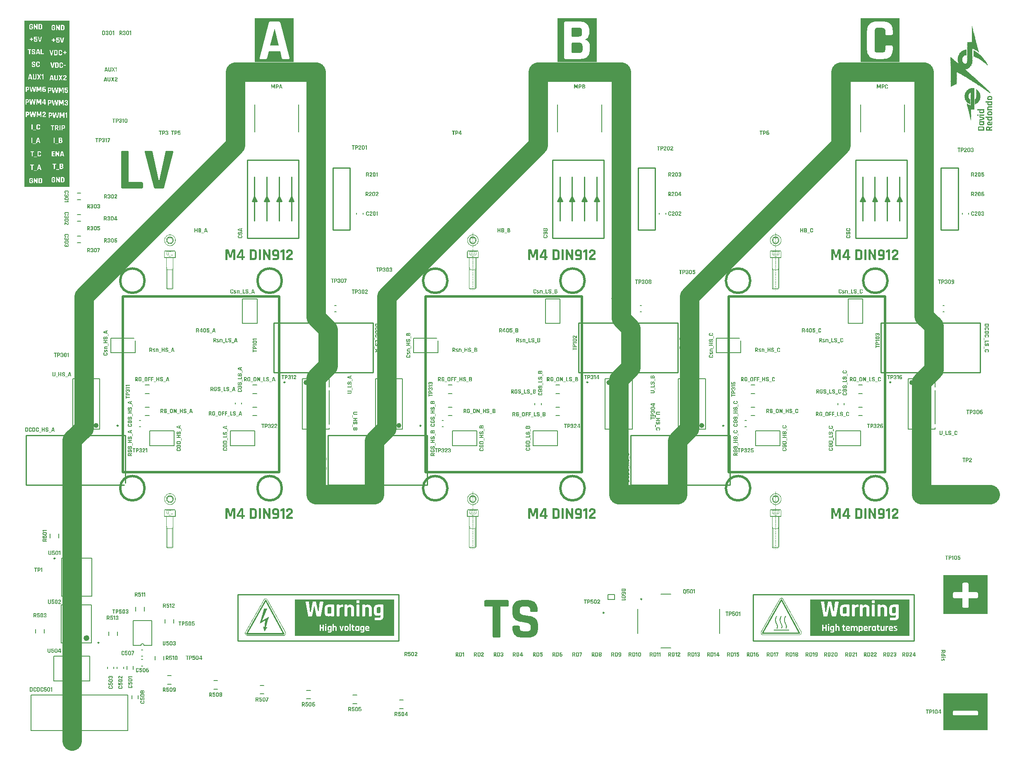
<source format=gto>
G04*
G04 #@! TF.GenerationSoftware,Altium Limited,Altium Designer,24.1.2 (44)*
G04*
G04 Layer_Color=65535*
%FSLAX44Y44*%
%MOMM*%
G71*
G04*
G04 #@! TF.SameCoordinates,79274CF1-F64A-4BB2-BB1D-09D00C332B84*
G04*
G04*
G04 #@! TF.FilePolarity,Positive*
G04*
G01*
G75*
%ADD10C,0.2500*%
%ADD11C,0.5000*%
%ADD12C,0.6000*%
%ADD13C,0.2000*%
%ADD14C,0.1000*%
%ADD15C,4.0000*%
%ADD16C,0.2540*%
G36*
X1943684Y1483944D02*
X1943386D01*
Y1484242D01*
X1943684D01*
Y1483944D01*
D02*
G37*
G36*
X1943386Y1483647D02*
X1943684D01*
Y1482755D01*
X1943981D01*
Y1482457D01*
X1944279D01*
Y1482160D01*
X1943981D01*
Y1482457D01*
X1943684D01*
Y1482160D01*
X1943981D01*
Y1481862D01*
X1944279D01*
Y1480375D01*
X1944576D01*
Y1480077D01*
X1944874D01*
Y1479780D01*
X1944576D01*
Y1479482D01*
X1944874D01*
Y1479185D01*
X1944576D01*
Y1478887D01*
X1944874D01*
Y1478590D01*
X1945171D01*
Y1478292D01*
X1944874D01*
Y1477995D01*
X1945171D01*
Y1477697D01*
X1945469D01*
Y1477400D01*
X1945171D01*
Y1477697D01*
X1944874D01*
Y1477400D01*
X1945171D01*
Y1477103D01*
X1945469D01*
Y1476210D01*
X1945766D01*
Y1475913D01*
X1946064D01*
Y1475615D01*
X1945766D01*
Y1475913D01*
X1945469D01*
Y1475615D01*
X1945766D01*
Y1475318D01*
X1946064D01*
Y1475020D01*
X1945766D01*
Y1474723D01*
X1946064D01*
Y1473830D01*
X1946361D01*
Y1473533D01*
X1946064D01*
Y1473235D01*
X1946361D01*
Y1472938D01*
X1946658D01*
Y1472641D01*
X1946361D01*
Y1472938D01*
X1946064D01*
Y1472641D01*
X1946361D01*
Y1472343D01*
X1946658D01*
Y1471451D01*
X1946956D01*
Y1471153D01*
X1947253D01*
Y1470856D01*
X1946956D01*
Y1471153D01*
X1946658D01*
Y1470856D01*
X1946956D01*
Y1470558D01*
X1947253D01*
Y1470261D01*
X1946956D01*
Y1469963D01*
X1947253D01*
Y1469071D01*
X1947551D01*
Y1468773D01*
X1947848D01*
Y1468476D01*
X1947551D01*
Y1468773D01*
X1947253D01*
Y1468476D01*
X1947551D01*
Y1468178D01*
X1947848D01*
Y1467286D01*
X1948146D01*
Y1466989D01*
X1947848D01*
Y1466691D01*
X1948146D01*
Y1466393D01*
X1948443D01*
Y1466096D01*
X1948146D01*
Y1466393D01*
X1947848D01*
Y1466096D01*
X1948146D01*
Y1465799D01*
X1948443D01*
Y1464311D01*
X1948741D01*
Y1464014D01*
X1949038D01*
Y1463716D01*
X1948741D01*
Y1464014D01*
X1948443D01*
Y1463716D01*
X1948741D01*
Y1463419D01*
X1949038D01*
Y1462526D01*
X1949336D01*
Y1462229D01*
X1949038D01*
Y1461931D01*
X1949336D01*
Y1461634D01*
X1949633D01*
Y1461337D01*
X1949336D01*
Y1461634D01*
X1949038D01*
Y1461337D01*
X1949336D01*
Y1461039D01*
X1949633D01*
Y1459552D01*
X1949931D01*
Y1459254D01*
X1950228D01*
Y1458957D01*
X1949931D01*
Y1459254D01*
X1949633D01*
Y1458957D01*
X1949931D01*
Y1458659D01*
X1950228D01*
Y1457767D01*
X1950526D01*
Y1457469D01*
X1950228D01*
Y1457172D01*
X1950526D01*
Y1456874D01*
X1950823D01*
Y1456577D01*
X1950526D01*
Y1456874D01*
X1950228D01*
Y1456577D01*
X1950526D01*
Y1456279D01*
X1950823D01*
Y1454792D01*
X1951121D01*
Y1454495D01*
X1951418D01*
Y1454197D01*
X1951121D01*
Y1454495D01*
X1950823D01*
Y1454197D01*
X1951121D01*
Y1453900D01*
X1951418D01*
Y1453007D01*
X1951716D01*
Y1452710D01*
X1951418D01*
Y1452412D01*
X1951716D01*
Y1452115D01*
X1952013D01*
Y1451817D01*
X1951716D01*
Y1452115D01*
X1951418D01*
Y1451817D01*
X1951716D01*
Y1451520D01*
X1952013D01*
Y1450033D01*
X1952310D01*
Y1449735D01*
X1952608D01*
Y1449438D01*
X1952310D01*
Y1449140D01*
X1952608D01*
Y1448248D01*
X1952905D01*
Y1447950D01*
X1952608D01*
Y1447653D01*
X1952905D01*
Y1447355D01*
X1953203D01*
Y1447058D01*
X1952905D01*
Y1447355D01*
X1952608D01*
Y1447058D01*
X1952905D01*
Y1446760D01*
X1953203D01*
Y1445868D01*
X1953500D01*
Y1445570D01*
X1953798D01*
Y1445273D01*
X1953500D01*
Y1445570D01*
X1953203D01*
Y1445273D01*
X1953500D01*
Y1444975D01*
X1953798D01*
Y1444678D01*
X1953500D01*
Y1444380D01*
X1953798D01*
Y1443488D01*
X1954095D01*
Y1443191D01*
X1953798D01*
Y1442893D01*
X1954095D01*
Y1442596D01*
X1954393D01*
Y1442298D01*
X1954095D01*
Y1442001D01*
X1954393D01*
Y1441108D01*
X1954690D01*
Y1440811D01*
X1954988D01*
Y1440513D01*
X1954690D01*
Y1440811D01*
X1954393D01*
Y1440513D01*
X1954690D01*
Y1440216D01*
X1954988D01*
Y1439323D01*
X1955285D01*
Y1439026D01*
X1954988D01*
Y1438728D01*
X1955285D01*
Y1438431D01*
X1955583D01*
Y1438134D01*
X1955285D01*
Y1437836D01*
X1955583D01*
Y1436944D01*
X1955880D01*
Y1436646D01*
X1955583D01*
Y1436349D01*
X1955880D01*
Y1436051D01*
X1956178D01*
Y1435754D01*
X1955880D01*
Y1436051D01*
X1955583D01*
Y1435754D01*
X1955880D01*
Y1435456D01*
X1956178D01*
Y1435159D01*
X1956475D01*
Y1434861D01*
X1956178D01*
Y1434564D01*
X1956475D01*
Y1434266D01*
X1956773D01*
Y1433969D01*
X1956475D01*
Y1434266D01*
X1956178D01*
Y1433969D01*
X1956475D01*
Y1433672D01*
X1956773D01*
Y1433374D01*
X1956475D01*
Y1433076D01*
X1956773D01*
Y1432184D01*
X1957070D01*
Y1431887D01*
X1957368D01*
Y1431589D01*
X1957070D01*
Y1431887D01*
X1956773D01*
Y1431589D01*
X1957070D01*
Y1431292D01*
X1957368D01*
Y1430399D01*
X1957665D01*
Y1430102D01*
X1957368D01*
Y1429804D01*
X1957070D01*
Y1430399D01*
X1956475D01*
Y1430697D01*
X1956178D01*
Y1430994D01*
X1955880D01*
Y1431292D01*
X1955583D01*
Y1431589D01*
X1955285D01*
Y1431887D01*
X1954988D01*
Y1431589D01*
X1954690D01*
Y1432482D01*
X1954393D01*
Y1432184D01*
X1954095D01*
Y1432482D01*
X1953798D01*
Y1432779D01*
X1953500D01*
Y1433076D01*
X1953203D01*
Y1433374D01*
X1952905D01*
Y1433672D01*
X1952608D01*
Y1433374D01*
X1952310D01*
Y1433672D01*
X1952013D01*
Y1433969D01*
X1951716D01*
Y1434266D01*
X1951418D01*
Y1433969D01*
X1951121D01*
Y1434266D01*
X1950823D01*
Y1434564D01*
X1950526D01*
Y1434861D01*
X1950228D01*
Y1434564D01*
X1949931D01*
Y1435159D01*
X1949336D01*
Y1435456D01*
X1949038D01*
Y1435754D01*
X1948741D01*
Y1436051D01*
X1948443D01*
Y1435754D01*
X1948146D01*
Y1436051D01*
X1947848D01*
Y1436349D01*
X1947551D01*
Y1436646D01*
X1947253D01*
Y1436349D01*
X1946956D01*
Y1436646D01*
X1946658D01*
Y1436944D01*
X1946361D01*
Y1437241D01*
X1946064D01*
Y1436944D01*
X1946361D01*
Y1436646D01*
X1946064D01*
Y1436944D01*
X1945766D01*
Y1437241D01*
X1945469D01*
Y1436944D01*
X1945171D01*
Y1437241D01*
X1944874D01*
Y1436944D01*
X1944576D01*
Y1437241D01*
X1944279D01*
Y1436944D01*
X1943981D01*
Y1437241D01*
X1943684D01*
Y1436944D01*
X1943981D01*
Y1436646D01*
X1944279D01*
Y1420880D01*
X1944576D01*
Y1420583D01*
X1944279D01*
Y1419690D01*
X1944576D01*
Y1419393D01*
X1944279D01*
Y1418500D01*
X1944576D01*
Y1418203D01*
X1944279D01*
Y1417310D01*
X1944576D01*
Y1417013D01*
X1944279D01*
Y1416121D01*
X1944576D01*
Y1415823D01*
X1944279D01*
Y1414931D01*
X1944576D01*
Y1414633D01*
X1944279D01*
Y1414336D01*
X1944576D01*
Y1414038D01*
X1944279D01*
Y1413741D01*
X1944576D01*
Y1413443D01*
X1944279D01*
Y1412551D01*
X1944576D01*
Y1412253D01*
X1944279D01*
Y1410766D01*
X1943981D01*
Y1411064D01*
X1943684D01*
Y1410766D01*
X1943981D01*
Y1410469D01*
X1944279D01*
Y1410171D01*
X1943981D01*
Y1409874D01*
X1944279D01*
Y1409576D01*
X1943981D01*
Y1409874D01*
X1943684D01*
Y1409576D01*
X1943981D01*
Y1409279D01*
X1943684D01*
Y1408981D01*
X1943981D01*
Y1408684D01*
X1944279D01*
Y1408386D01*
X1943981D01*
Y1408684D01*
X1943684D01*
Y1408386D01*
X1943981D01*
Y1408089D01*
X1943684D01*
Y1407791D01*
X1943386D01*
Y1407494D01*
X1943684D01*
Y1407196D01*
X1943386D01*
Y1406899D01*
X1943684D01*
Y1406602D01*
X1943386D01*
Y1406899D01*
X1943089D01*
Y1406602D01*
X1943386D01*
Y1406304D01*
X1943089D01*
Y1406006D01*
X1942791D01*
Y1405709D01*
X1943089D01*
Y1405412D01*
X1942791D01*
Y1405709D01*
X1942494D01*
Y1405412D01*
X1942791D01*
Y1405114D01*
X1942494D01*
Y1404222D01*
X1942196D01*
Y1403924D01*
X1941899D01*
Y1403627D01*
X1941602D01*
Y1403329D01*
X1941899D01*
Y1403032D01*
X1941602D01*
Y1402734D01*
X1941304D01*
Y1402437D01*
X1941006D01*
Y1402139D01*
X1941304D01*
Y1401842D01*
X1941006D01*
Y1402139D01*
X1940709D01*
Y1401842D01*
X1941006D01*
Y1401544D01*
X1940709D01*
Y1401247D01*
X1940412D01*
Y1401544D01*
X1940114D01*
Y1401247D01*
X1940412D01*
Y1400950D01*
X1940114D01*
Y1400652D01*
X1939817D01*
Y1400354D01*
X1939519D01*
Y1400057D01*
X1939222D01*
Y1399760D01*
X1938924D01*
Y1399462D01*
X1938627D01*
Y1399165D01*
X1938329D01*
Y1398867D01*
X1938032D01*
Y1398570D01*
X1937734D01*
Y1398272D01*
X1937437D01*
Y1397975D01*
X1937139D01*
Y1397677D01*
X1936842D01*
Y1397975D01*
X1936544D01*
Y1397082D01*
X1936247D01*
Y1397380D01*
X1935950D01*
Y1397082D01*
X1935652D01*
Y1396785D01*
X1935354D01*
Y1396487D01*
X1934462D01*
Y1396190D01*
X1934165D01*
Y1395892D01*
X1933867D01*
Y1396190D01*
X1933570D01*
Y1395892D01*
X1933272D01*
Y1395595D01*
X1932975D01*
Y1395298D01*
X1932677D01*
Y1395595D01*
X1932380D01*
Y1395298D01*
X1932082D01*
Y1395595D01*
X1931785D01*
Y1395298D01*
X1931487D01*
Y1395000D01*
X1931190D01*
Y1395298D01*
X1930892D01*
Y1395595D01*
X1930595D01*
Y1395298D01*
X1930892D01*
Y1395000D01*
X1930595D01*
Y1394702D01*
X1930298D01*
Y1395000D01*
X1930000D01*
Y1394702D01*
X1930298D01*
Y1394405D01*
X1930595D01*
Y1394108D01*
X1930892D01*
Y1393810D01*
X1931190D01*
Y1393513D01*
X1931487D01*
Y1393215D01*
X1931785D01*
Y1392918D01*
X1932082D01*
Y1392620D01*
X1932380D01*
Y1392323D01*
X1932677D01*
Y1392025D01*
X1932975D01*
Y1391728D01*
X1933272D01*
Y1391430D01*
X1933570D01*
Y1391133D01*
X1933867D01*
Y1391430D01*
X1934165D01*
Y1390538D01*
X1934462D01*
Y1390835D01*
X1934760D01*
Y1390538D01*
X1935057D01*
Y1390240D01*
X1935354D01*
Y1389943D01*
X1935652D01*
Y1389646D01*
X1935950D01*
Y1389348D01*
X1936247D01*
Y1389050D01*
X1936544D01*
Y1388753D01*
X1936842D01*
Y1388456D01*
X1937139D01*
Y1388158D01*
X1937437D01*
Y1387861D01*
X1937734D01*
Y1387563D01*
X1938032D01*
Y1387861D01*
X1938329D01*
Y1386968D01*
X1938627D01*
Y1387266D01*
X1938924D01*
Y1386968D01*
X1939222D01*
Y1386671D01*
X1939519D01*
Y1386373D01*
X1939817D01*
Y1386076D01*
X1940114D01*
Y1385778D01*
X1940412D01*
Y1385481D01*
X1940709D01*
Y1385183D01*
X1941006D01*
Y1384886D01*
X1941304D01*
Y1384588D01*
X1941602D01*
Y1384291D01*
X1941899D01*
Y1383994D01*
X1942196D01*
Y1383696D01*
X1942494D01*
Y1383399D01*
X1942791D01*
Y1383101D01*
X1943089D01*
Y1382804D01*
X1943386D01*
Y1382506D01*
X1943684D01*
Y1382209D01*
X1943981D01*
Y1382506D01*
X1944279D01*
Y1381614D01*
X1944576D01*
Y1381911D01*
X1944874D01*
Y1381019D01*
X1945171D01*
Y1381316D01*
X1945469D01*
Y1381019D01*
X1945766D01*
Y1380721D01*
X1946064D01*
Y1380424D01*
X1946361D01*
Y1380126D01*
X1946658D01*
Y1379829D01*
X1946956D01*
Y1379531D01*
X1947253D01*
Y1379234D01*
X1947551D01*
Y1378936D01*
X1947848D01*
Y1378639D01*
X1948146D01*
Y1378342D01*
X1948443D01*
Y1378044D01*
X1949038D01*
Y1377449D01*
X1949336D01*
Y1377747D01*
X1949633D01*
Y1376854D01*
X1949931D01*
Y1377152D01*
X1950228D01*
Y1376854D01*
X1950526D01*
Y1376557D01*
X1950823D01*
Y1376259D01*
X1951121D01*
Y1375962D01*
X1951418D01*
Y1375664D01*
X1951716D01*
Y1375367D01*
X1952013D01*
Y1375069D01*
X1952310D01*
Y1374772D01*
X1952608D01*
Y1374474D01*
X1952905D01*
Y1374177D01*
X1953203D01*
Y1373879D01*
X1953500D01*
Y1373582D01*
X1953798D01*
Y1373284D01*
X1954095D01*
Y1372987D01*
X1954393D01*
Y1372690D01*
X1954690D01*
Y1372987D01*
X1954988D01*
Y1372095D01*
X1955285D01*
Y1372392D01*
X1955583D01*
Y1371500D01*
X1955880D01*
Y1371797D01*
X1956178D01*
Y1371500D01*
X1956475D01*
Y1371202D01*
X1956773D01*
Y1370905D01*
X1957070D01*
Y1370607D01*
X1957368D01*
Y1370310D01*
X1957665D01*
Y1370012D01*
X1957962D01*
Y1369715D01*
X1958260D01*
Y1369417D01*
X1958557D01*
Y1369120D01*
X1958855D01*
Y1368822D01*
X1959152D01*
Y1368525D01*
X1959450D01*
Y1368227D01*
X1959747D01*
Y1367930D01*
X1960045D01*
Y1367632D01*
X1960342D01*
Y1367335D01*
X1960640D01*
Y1367038D01*
X1960937D01*
Y1366740D01*
X1961532D01*
Y1366145D01*
X1961830D01*
Y1366443D01*
X1962127D01*
Y1365550D01*
X1962424D01*
Y1365848D01*
X1962722D01*
Y1364955D01*
X1963020D01*
Y1365253D01*
X1963317D01*
Y1364955D01*
X1963614D01*
Y1364658D01*
X1963912D01*
Y1364360D01*
X1964209D01*
Y1364063D01*
X1964507D01*
Y1363765D01*
X1964804D01*
Y1363468D01*
X1965102D01*
Y1363170D01*
X1965399D01*
Y1362873D01*
X1965697D01*
Y1362576D01*
X1965994D01*
Y1362278D01*
X1966292D01*
Y1361980D01*
X1966589D01*
Y1361683D01*
X1966887D01*
Y1361385D01*
X1967184D01*
Y1361088D01*
X1967482D01*
Y1360791D01*
X1967779D01*
Y1360493D01*
X1968076D01*
Y1360196D01*
X1968374D01*
Y1359898D01*
X1968672D01*
Y1359601D01*
X1968969D01*
Y1359303D01*
X1969266D01*
Y1359006D01*
X1969564D01*
Y1358708D01*
X1969861D01*
Y1358411D01*
X1970159D01*
Y1358113D01*
X1970456D01*
Y1357816D01*
X1970754D01*
Y1357518D01*
X1971051D01*
Y1357221D01*
X1971349D01*
Y1357518D01*
X1971646D01*
Y1356626D01*
X1971944D01*
Y1356923D01*
X1972241D01*
Y1356031D01*
X1972539D01*
Y1356328D01*
X1972836D01*
Y1355436D01*
X1973134D01*
Y1355734D01*
X1973431D01*
Y1354841D01*
X1973728D01*
Y1355139D01*
X1974026D01*
Y1354246D01*
X1974323D01*
Y1354544D01*
X1974621D01*
Y1353651D01*
X1974918D01*
Y1353949D01*
X1975216D01*
Y1353056D01*
X1975513D01*
Y1353354D01*
X1975811D01*
Y1352461D01*
X1976108D01*
Y1352759D01*
X1976406D01*
Y1352461D01*
X1976703D01*
Y1352164D01*
X1977001D01*
Y1351272D01*
X1977298D01*
Y1351569D01*
X1977596D01*
Y1351272D01*
X1977893D01*
Y1350974D01*
X1978191D01*
Y1350082D01*
X1978488D01*
Y1350379D01*
X1978786D01*
Y1349487D01*
X1979083D01*
Y1349784D01*
X1979380D01*
Y1348892D01*
X1979678D01*
Y1349189D01*
X1979975D01*
Y1348297D01*
X1980273D01*
Y1347999D01*
X1980570D01*
Y1347702D01*
X1980868D01*
Y1347404D01*
X1981165D01*
Y1347107D01*
X1981463D01*
Y1346809D01*
X1981760D01*
Y1346512D01*
X1981463D01*
Y1346809D01*
X1981165D01*
Y1346512D01*
X1981463D01*
Y1346214D01*
X1981165D01*
Y1346512D01*
X1980868D01*
Y1346809D01*
X1980570D01*
Y1346512D01*
X1980273D01*
Y1346809D01*
X1979975D01*
Y1347107D01*
X1979678D01*
Y1347404D01*
X1979380D01*
Y1347107D01*
X1979083D01*
Y1347702D01*
X1978488D01*
Y1347999D01*
X1978191D01*
Y1348297D01*
X1977893D01*
Y1348594D01*
X1977596D01*
Y1348892D01*
X1977298D01*
Y1349189D01*
X1977001D01*
Y1348892D01*
X1977298D01*
Y1348594D01*
X1977001D01*
Y1348892D01*
X1976703D01*
Y1349189D01*
X1976406D01*
Y1349487D01*
X1976108D01*
Y1349784D01*
X1975811D01*
Y1349487D01*
X1975513D01*
Y1350379D01*
X1975216D01*
Y1350082D01*
X1974918D01*
Y1350379D01*
X1974621D01*
Y1350677D01*
X1974323D01*
Y1350974D01*
X1974026D01*
Y1350677D01*
X1973728D01*
Y1351569D01*
X1973431D01*
Y1351272D01*
X1973134D01*
Y1351569D01*
X1972836D01*
Y1351866D01*
X1972539D01*
Y1352164D01*
X1972241D01*
Y1352461D01*
X1971944D01*
Y1352759D01*
X1971646D01*
Y1352461D01*
X1971349D01*
Y1352759D01*
X1971051D01*
Y1353056D01*
X1970754D01*
Y1353354D01*
X1970456D01*
Y1353651D01*
X1970159D01*
Y1353949D01*
X1969861D01*
Y1353651D01*
X1969564D01*
Y1353949D01*
X1969266D01*
Y1354246D01*
X1968969D01*
Y1354544D01*
X1968672D01*
Y1354841D01*
X1968374D01*
Y1355139D01*
X1968076D01*
Y1354841D01*
X1967779D01*
Y1355139D01*
X1967482D01*
Y1355436D01*
X1967184D01*
Y1355734D01*
X1966887D01*
Y1356031D01*
X1966589D01*
Y1356328D01*
X1966292D01*
Y1356031D01*
X1965994D01*
Y1356328D01*
X1965697D01*
Y1356626D01*
X1965399D01*
Y1356923D01*
X1965102D01*
Y1357221D01*
X1964804D01*
Y1357518D01*
X1964507D01*
Y1357221D01*
X1964209D01*
Y1358113D01*
X1963912D01*
Y1357816D01*
X1963614D01*
Y1358113D01*
X1963317D01*
Y1358411D01*
X1963020D01*
Y1358708D01*
X1962127D01*
Y1359006D01*
X1961830D01*
Y1359303D01*
X1961532D01*
Y1359601D01*
X1961235D01*
Y1359898D01*
X1960937D01*
Y1359601D01*
X1960640D01*
Y1360196D01*
X1960045D01*
Y1360493D01*
X1959747D01*
Y1360791D01*
X1959450D01*
Y1361088D01*
X1959152D01*
Y1361385D01*
X1958855D01*
Y1361683D01*
X1958557D01*
Y1361385D01*
X1958855D01*
Y1361088D01*
X1958557D01*
Y1361385D01*
X1958260D01*
Y1361683D01*
X1957962D01*
Y1361980D01*
X1957665D01*
Y1362278D01*
X1957368D01*
Y1361980D01*
X1957070D01*
Y1362576D01*
X1956475D01*
Y1362873D01*
X1956178D01*
Y1363170D01*
X1955880D01*
Y1363468D01*
X1955583D01*
Y1363170D01*
X1955285D01*
Y1363468D01*
X1954988D01*
Y1363765D01*
X1954690D01*
Y1364063D01*
X1954393D01*
Y1364360D01*
X1954095D01*
Y1364658D01*
X1953798D01*
Y1364360D01*
X1953500D01*
Y1364658D01*
X1953203D01*
Y1364955D01*
X1952905D01*
Y1365253D01*
X1952608D01*
Y1365550D01*
X1952310D01*
Y1365848D01*
X1952013D01*
Y1365550D01*
X1951716D01*
Y1365848D01*
X1951418D01*
Y1366145D01*
X1951121D01*
Y1366443D01*
X1950823D01*
Y1366740D01*
X1950526D01*
Y1367038D01*
X1950228D01*
Y1366740D01*
X1949931D01*
Y1367335D01*
X1949336D01*
Y1367632D01*
X1949038D01*
Y1367930D01*
X1948741D01*
Y1368227D01*
X1948443D01*
Y1367930D01*
X1948146D01*
Y1368227D01*
X1947848D01*
Y1368525D01*
X1947551D01*
Y1368822D01*
X1947253D01*
Y1368525D01*
X1946956D01*
Y1369120D01*
X1946361D01*
Y1369417D01*
X1946064D01*
Y1369715D01*
X1945766D01*
Y1370012D01*
X1945469D01*
Y1369715D01*
X1945171D01*
Y1370012D01*
X1944874D01*
Y1370310D01*
X1944576D01*
Y1370607D01*
X1944279D01*
Y1370310D01*
X1943981D01*
Y1371202D01*
X1943684D01*
Y1370905D01*
X1943386D01*
Y1371202D01*
X1943089D01*
Y1371500D01*
X1942791D01*
Y1371797D01*
X1942494D01*
Y1371500D01*
X1942196D01*
Y1371797D01*
X1941899D01*
Y1372095D01*
X1941602D01*
Y1372392D01*
X1941304D01*
Y1372690D01*
X1941006D01*
Y1372987D01*
X1940709D01*
Y1372690D01*
X1940412D01*
Y1373284D01*
X1939817D01*
Y1373582D01*
X1939519D01*
Y1373879D01*
X1939222D01*
Y1374177D01*
X1938924D01*
Y1373879D01*
X1938627D01*
Y1374177D01*
X1938329D01*
Y1374474D01*
X1938032D01*
Y1374772D01*
X1937734D01*
Y1375069D01*
X1937437D01*
Y1375367D01*
X1937139D01*
Y1375069D01*
X1936842D01*
Y1375367D01*
X1936544D01*
Y1375664D01*
X1936247D01*
Y1375962D01*
X1935950D01*
Y1375664D01*
X1935652D01*
Y1375962D01*
X1935354D01*
Y1376259D01*
X1935057D01*
Y1376557D01*
X1934760D01*
Y1376854D01*
X1934462D01*
Y1377152D01*
X1934165D01*
Y1376854D01*
X1933867D01*
Y1377152D01*
X1933570D01*
Y1377449D01*
X1933272D01*
Y1377747D01*
X1932975D01*
Y1378044D01*
X1932677D01*
Y1378342D01*
X1932380D01*
Y1378044D01*
X1932082D01*
Y1378342D01*
X1931785D01*
Y1378639D01*
X1931487D01*
Y1378936D01*
X1931190D01*
Y1378639D01*
X1930892D01*
Y1379531D01*
X1930595D01*
Y1379234D01*
X1930298D01*
Y1379531D01*
X1930000D01*
Y1379829D01*
X1929702D01*
Y1380126D01*
X1929405D01*
Y1379829D01*
X1929108D01*
Y1380126D01*
X1928810D01*
Y1380424D01*
X1928513D01*
Y1380721D01*
X1928215D01*
Y1380424D01*
X1927918D01*
Y1381019D01*
X1927323D01*
Y1381316D01*
X1927025D01*
Y1381614D01*
X1926728D01*
Y1381911D01*
X1926430D01*
Y1381614D01*
X1926133D01*
Y1381911D01*
X1925835D01*
Y1382209D01*
X1925538D01*
Y1382506D01*
X1925240D01*
Y1382209D01*
X1924943D01*
Y1383101D01*
X1924646D01*
Y1382804D01*
X1924348D01*
Y1383101D01*
X1924050D01*
Y1383399D01*
X1923753D01*
Y1383696D01*
X1923456D01*
Y1383399D01*
X1923158D01*
Y1383696D01*
X1922861D01*
Y1383994D01*
X1922563D01*
Y1384291D01*
X1922266D01*
Y1383994D01*
X1921968D01*
Y1384291D01*
X1921671D01*
Y1384588D01*
X1921373D01*
Y1384886D01*
X1921076D01*
Y1385183D01*
X1920778D01*
Y1385481D01*
X1920481D01*
Y1385183D01*
X1920183D01*
Y1385481D01*
X1919886D01*
Y1385778D01*
X1919588D01*
Y1386076D01*
X1919291D01*
Y1385778D01*
X1918994D01*
Y1386076D01*
X1918696D01*
Y1386373D01*
X1918399D01*
Y1386671D01*
X1918101D01*
Y1386373D01*
X1917804D01*
Y1386671D01*
X1917506D01*
Y1386968D01*
X1917209D01*
Y1387266D01*
X1916911D01*
Y1386968D01*
X1916614D01*
Y1387563D01*
X1916019D01*
Y1387861D01*
X1915721D01*
Y1387563D01*
X1915424D01*
Y1387861D01*
X1915126D01*
Y1388158D01*
X1914829D01*
Y1388456D01*
X1914531D01*
Y1388158D01*
X1914234D01*
Y1388753D01*
X1913639D01*
Y1389050D01*
X1913342D01*
Y1388753D01*
X1913044D01*
Y1389050D01*
X1912747D01*
Y1389348D01*
X1912449D01*
Y1389050D01*
X1912747D01*
Y1388753D01*
X1912449D01*
Y1389050D01*
X1912152D01*
Y1388753D01*
X1912449D01*
Y1388456D01*
X1912152D01*
Y1388158D01*
X1912449D01*
Y1387861D01*
X1912152D01*
Y1387563D01*
X1912449D01*
Y1387266D01*
X1912152D01*
Y1386968D01*
X1912449D01*
Y1386671D01*
X1912152D01*
Y1386373D01*
X1912449D01*
Y1386076D01*
X1912152D01*
Y1385778D01*
X1912449D01*
Y1385481D01*
X1912152D01*
Y1385183D01*
X1912449D01*
Y1384886D01*
X1912152D01*
Y1384588D01*
X1912449D01*
Y1384291D01*
X1912152D01*
Y1383994D01*
X1912449D01*
Y1383696D01*
X1912152D01*
Y1383399D01*
X1912449D01*
Y1383101D01*
X1912152D01*
Y1382804D01*
X1912449D01*
Y1382506D01*
X1912152D01*
Y1382209D01*
X1912449D01*
Y1381911D01*
X1912152D01*
Y1381614D01*
X1912449D01*
Y1381316D01*
X1912152D01*
Y1381019D01*
X1912449D01*
Y1380721D01*
X1912152D01*
Y1380424D01*
X1912449D01*
Y1380126D01*
X1912152D01*
Y1379829D01*
X1912449D01*
Y1379531D01*
X1912152D01*
Y1379234D01*
X1912449D01*
Y1378936D01*
X1912152D01*
Y1378639D01*
X1912449D01*
Y1378342D01*
X1912152D01*
Y1378044D01*
X1912449D01*
Y1377747D01*
X1912152D01*
Y1377449D01*
X1912449D01*
Y1377152D01*
X1912152D01*
Y1376854D01*
X1912449D01*
Y1376557D01*
X1912152D01*
Y1376259D01*
X1912449D01*
Y1375962D01*
X1912152D01*
Y1375664D01*
X1912449D01*
Y1375367D01*
X1912152D01*
Y1375069D01*
X1912449D01*
Y1374772D01*
X1912152D01*
Y1374474D01*
X1912449D01*
Y1374177D01*
X1912152D01*
Y1373879D01*
X1912449D01*
Y1373582D01*
X1912152D01*
Y1373284D01*
X1912449D01*
Y1372987D01*
X1912152D01*
Y1372690D01*
X1912449D01*
Y1372392D01*
X1912152D01*
Y1372095D01*
X1912449D01*
Y1371797D01*
X1912152D01*
Y1371500D01*
X1912449D01*
Y1371202D01*
X1912152D01*
Y1370905D01*
X1912449D01*
Y1370607D01*
X1912152D01*
Y1370310D01*
X1912449D01*
Y1370012D01*
X1912152D01*
Y1369715D01*
X1912449D01*
Y1369417D01*
X1912152D01*
Y1369120D01*
X1912449D01*
Y1368822D01*
X1912152D01*
Y1368525D01*
X1912449D01*
Y1368227D01*
X1912152D01*
Y1367930D01*
X1912449D01*
Y1367632D01*
X1912152D01*
Y1367335D01*
X1912449D01*
Y1367038D01*
X1912152D01*
Y1366145D01*
X1911854D01*
Y1365848D01*
X1911557D01*
Y1364955D01*
X1911259D01*
Y1365253D01*
X1910962D01*
Y1364955D01*
X1910664D01*
Y1364658D01*
X1910367D01*
Y1364360D01*
X1910069D01*
Y1364658D01*
X1909772D01*
Y1364360D01*
X1909474D01*
Y1364658D01*
X1909177D01*
Y1364360D01*
X1909474D01*
Y1364063D01*
X1909177D01*
Y1363765D01*
X1908879D01*
Y1364063D01*
X1908582D01*
Y1363765D01*
X1908284D01*
Y1363468D01*
X1907987D01*
Y1363170D01*
X1907690D01*
Y1363468D01*
X1907392D01*
Y1363170D01*
X1907095D01*
Y1362873D01*
X1906797D01*
Y1362576D01*
X1906500D01*
Y1362873D01*
X1906202D01*
Y1362576D01*
X1905905D01*
Y1362278D01*
X1905607D01*
Y1361980D01*
X1905310D01*
Y1362278D01*
X1905012D01*
Y1361980D01*
X1904715D01*
Y1362278D01*
X1904417D01*
Y1361980D01*
X1904715D01*
Y1361683D01*
X1904417D01*
Y1361385D01*
X1904120D01*
Y1361683D01*
X1903822D01*
Y1361385D01*
X1903227D01*
Y1360791D01*
X1902930D01*
Y1361088D01*
X1902632D01*
Y1360791D01*
X1902335D01*
Y1361088D01*
X1902038D01*
Y1360791D01*
X1902335D01*
Y1360493D01*
X1901443D01*
Y1360196D01*
X1900550D01*
Y1359898D01*
X1900253D01*
Y1359601D01*
X1899955D01*
Y1360493D01*
X1899658D01*
Y1360791D01*
X1899955D01*
Y1361088D01*
X1899658D01*
Y1361385D01*
X1899955D01*
Y1361683D01*
X1899658D01*
Y1361980D01*
X1899955D01*
Y1362278D01*
X1899658D01*
Y1362576D01*
X1899955D01*
Y1362873D01*
X1899658D01*
Y1363170D01*
X1899955D01*
Y1363468D01*
X1899658D01*
Y1363765D01*
X1899360D01*
Y1364063D01*
X1899658D01*
Y1363765D01*
X1899955D01*
Y1364063D01*
X1899658D01*
Y1364360D01*
X1899955D01*
Y1364658D01*
X1899658D01*
Y1364955D01*
X1899955D01*
Y1365253D01*
X1899658D01*
Y1365550D01*
X1899955D01*
Y1365848D01*
X1899658D01*
Y1366145D01*
X1899360D01*
Y1366443D01*
X1899658D01*
Y1366145D01*
X1899955D01*
Y1366443D01*
X1899658D01*
Y1366740D01*
X1899955D01*
Y1367038D01*
X1899658D01*
Y1367335D01*
X1899955D01*
Y1367632D01*
X1899658D01*
Y1367930D01*
X1899955D01*
Y1368227D01*
X1899658D01*
Y1368525D01*
X1899360D01*
Y1368822D01*
X1899658D01*
Y1368525D01*
X1899955D01*
Y1368822D01*
X1899658D01*
Y1369120D01*
X1899955D01*
Y1369417D01*
X1899658D01*
Y1369715D01*
X1899955D01*
Y1370012D01*
X1899658D01*
Y1370310D01*
X1899955D01*
Y1370607D01*
X1899658D01*
Y1370905D01*
X1899360D01*
Y1371202D01*
X1899658D01*
Y1370905D01*
X1899955D01*
Y1371202D01*
X1899658D01*
Y1371500D01*
X1899955D01*
Y1371797D01*
X1899658D01*
Y1372095D01*
X1899955D01*
Y1372392D01*
X1899658D01*
Y1372690D01*
X1899955D01*
Y1372987D01*
X1899658D01*
Y1373284D01*
X1899955D01*
Y1373582D01*
X1899658D01*
Y1373879D01*
X1899955D01*
Y1374177D01*
X1899658D01*
Y1374474D01*
X1899955D01*
Y1374772D01*
X1899658D01*
Y1375069D01*
X1899955D01*
Y1375367D01*
X1899658D01*
Y1375664D01*
X1899955D01*
Y1375962D01*
X1899658D01*
Y1376259D01*
X1899955D01*
Y1376557D01*
X1899658D01*
Y1376854D01*
X1899955D01*
Y1377152D01*
X1899658D01*
Y1377449D01*
X1899955D01*
Y1377747D01*
X1899658D01*
Y1378044D01*
X1899955D01*
Y1378342D01*
X1899658D01*
Y1378639D01*
X1899955D01*
Y1378936D01*
X1899658D01*
Y1379234D01*
X1899955D01*
Y1379531D01*
X1899658D01*
Y1379829D01*
X1899955D01*
Y1380126D01*
X1899658D01*
Y1380424D01*
X1899955D01*
Y1380721D01*
X1899658D01*
Y1381019D01*
X1899955D01*
Y1381316D01*
X1899658D01*
Y1381614D01*
X1899955D01*
Y1381911D01*
X1899658D01*
Y1382209D01*
X1899955D01*
Y1382506D01*
X1899658D01*
Y1382804D01*
X1899955D01*
Y1383101D01*
X1899658D01*
Y1383399D01*
X1899955D01*
Y1383696D01*
X1899658D01*
Y1383994D01*
X1899955D01*
Y1384291D01*
X1899658D01*
Y1384588D01*
X1899955D01*
Y1384886D01*
X1899658D01*
Y1385183D01*
X1899955D01*
Y1385481D01*
X1899658D01*
Y1385778D01*
X1899955D01*
Y1386076D01*
X1899658D01*
Y1386373D01*
X1899955D01*
Y1386671D01*
X1899658D01*
Y1386968D01*
X1899955D01*
Y1387266D01*
X1899658D01*
Y1387563D01*
X1899955D01*
Y1387861D01*
X1899658D01*
Y1388158D01*
X1899955D01*
Y1388456D01*
X1899658D01*
Y1388753D01*
X1899955D01*
Y1389050D01*
X1899658D01*
Y1389348D01*
X1899955D01*
Y1389646D01*
X1899658D01*
Y1389943D01*
X1899955D01*
Y1390240D01*
X1899658D01*
Y1390538D01*
X1899955D01*
Y1390835D01*
X1899658D01*
Y1391133D01*
X1899955D01*
Y1391430D01*
X1899658D01*
Y1391728D01*
X1899955D01*
Y1392025D01*
X1899658D01*
Y1392323D01*
X1899955D01*
Y1392620D01*
X1899658D01*
Y1392918D01*
X1899955D01*
Y1393215D01*
X1899658D01*
Y1393513D01*
X1899955D01*
Y1393810D01*
X1899658D01*
Y1394108D01*
X1899955D01*
Y1394405D01*
X1899658D01*
Y1394702D01*
X1899955D01*
Y1395000D01*
X1899658D01*
Y1395298D01*
X1899955D01*
Y1395595D01*
X1899658D01*
Y1395892D01*
X1899955D01*
Y1396190D01*
X1899658D01*
Y1396487D01*
X1899955D01*
Y1396785D01*
X1899658D01*
Y1397082D01*
X1899955D01*
Y1397380D01*
X1899658D01*
Y1397677D01*
X1899955D01*
Y1397975D01*
X1899658D01*
Y1398272D01*
X1899955D01*
Y1398570D01*
X1899658D01*
Y1398867D01*
X1899955D01*
Y1399165D01*
X1899658D01*
Y1399462D01*
X1899955D01*
Y1399760D01*
X1899658D01*
Y1400057D01*
X1899955D01*
Y1400354D01*
X1899658D01*
Y1400652D01*
X1899955D01*
Y1400950D01*
X1899658D01*
Y1401247D01*
X1899955D01*
Y1401544D01*
X1899658D01*
Y1401842D01*
X1899955D01*
Y1402139D01*
X1899658D01*
Y1402437D01*
X1899955D01*
Y1402734D01*
X1899658D01*
Y1403032D01*
X1899360D01*
Y1403329D01*
X1899658D01*
Y1403032D01*
X1899955D01*
Y1403329D01*
X1899658D01*
Y1403627D01*
X1899360D01*
Y1403924D01*
X1899658D01*
Y1403627D01*
X1899955D01*
Y1403924D01*
X1899658D01*
Y1404222D01*
X1899360D01*
Y1404519D01*
X1899658D01*
Y1404222D01*
X1899955D01*
Y1404519D01*
X1899658D01*
Y1404817D01*
X1899360D01*
Y1405114D01*
X1899658D01*
Y1404817D01*
X1899955D01*
Y1405114D01*
X1899658D01*
Y1405412D01*
X1899360D01*
Y1405709D01*
X1899658D01*
Y1405412D01*
X1899955D01*
Y1405709D01*
X1899658D01*
Y1406006D01*
X1899360D01*
Y1406304D01*
X1899658D01*
Y1406006D01*
X1899955D01*
Y1406304D01*
X1899658D01*
Y1406602D01*
X1899360D01*
Y1406899D01*
X1899658D01*
Y1406602D01*
X1899955D01*
Y1406899D01*
X1899658D01*
Y1407196D01*
X1899360D01*
Y1407494D01*
X1899658D01*
Y1407196D01*
X1899955D01*
Y1407494D01*
X1899658D01*
Y1407791D01*
X1899360D01*
Y1408089D01*
X1899658D01*
Y1407791D01*
X1899955D01*
Y1408089D01*
X1899658D01*
Y1408386D01*
X1899360D01*
Y1408684D01*
X1899658D01*
Y1408386D01*
X1899955D01*
Y1408684D01*
X1899658D01*
Y1408981D01*
X1899360D01*
Y1409279D01*
X1899658D01*
Y1409576D01*
X1899360D01*
Y1409874D01*
X1899658D01*
Y1409576D01*
X1899955D01*
Y1409874D01*
X1899658D01*
Y1410171D01*
X1899360D01*
Y1410469D01*
X1899658D01*
Y1410766D01*
X1899360D01*
Y1411064D01*
X1899658D01*
Y1410766D01*
X1899955D01*
Y1411064D01*
X1899658D01*
Y1411361D01*
X1899360D01*
Y1412253D01*
X1899658D01*
Y1412551D01*
X1899360D01*
Y1417013D01*
X1899063D01*
Y1417310D01*
X1899360D01*
Y1417608D01*
X1899063D01*
Y1417905D01*
X1898765D01*
Y1418203D01*
X1899063D01*
Y1417905D01*
X1899360D01*
Y1418203D01*
X1899063D01*
Y1418500D01*
X1899360D01*
Y1418798D01*
X1899063D01*
Y1419095D01*
X1898765D01*
Y1419393D01*
X1899063D01*
Y1419095D01*
X1899360D01*
Y1419393D01*
X1899063D01*
Y1419690D01*
X1899360D01*
Y1419988D01*
X1899063D01*
Y1420285D01*
X1898765D01*
Y1420583D01*
X1899063D01*
Y1420285D01*
X1899360D01*
Y1420583D01*
X1899063D01*
Y1420880D01*
X1899360D01*
Y1420583D01*
X1899658D01*
Y1420285D01*
X1899955D01*
Y1419988D01*
X1900253D01*
Y1419690D01*
X1900550D01*
Y1419393D01*
X1900848D01*
Y1419095D01*
X1901145D01*
Y1419393D01*
X1901443D01*
Y1418500D01*
X1901740D01*
Y1418798D01*
X1902038D01*
Y1418500D01*
X1902335D01*
Y1418203D01*
X1902632D01*
Y1417905D01*
X1902930D01*
Y1417608D01*
X1903227D01*
Y1417310D01*
X1903525D01*
Y1417013D01*
X1903822D01*
Y1416716D01*
X1904417D01*
Y1416121D01*
X1904715D01*
Y1416418D01*
X1905012D01*
Y1416121D01*
X1905310D01*
Y1415823D01*
X1905607D01*
Y1415526D01*
X1905905D01*
Y1415228D01*
X1906202D01*
Y1414931D01*
X1906500D01*
Y1414633D01*
X1906797D01*
Y1414336D01*
X1907095D01*
Y1414038D01*
X1907392D01*
Y1413741D01*
X1907690D01*
Y1413443D01*
X1907987D01*
Y1413146D01*
X1908284D01*
Y1413443D01*
X1908582D01*
Y1412551D01*
X1908879D01*
Y1412848D01*
X1909177D01*
Y1411956D01*
X1909474D01*
Y1412253D01*
X1909772D01*
Y1411956D01*
X1910069D01*
Y1411658D01*
X1910367D01*
Y1411361D01*
X1910664D01*
Y1411064D01*
X1910962D01*
Y1410766D01*
X1911259D01*
Y1410469D01*
X1911557D01*
Y1410171D01*
X1912152D01*
Y1409576D01*
X1912747D01*
Y1408981D01*
X1913044D01*
Y1409279D01*
X1913342D01*
Y1408981D01*
X1913639D01*
Y1408684D01*
X1913936D01*
Y1408386D01*
X1914234D01*
Y1408089D01*
X1914531D01*
Y1407791D01*
X1914829D01*
Y1407494D01*
X1915126D01*
Y1407196D01*
X1915424D01*
Y1408089D01*
X1915126D01*
Y1408386D01*
X1915424D01*
Y1408684D01*
X1915126D01*
Y1408981D01*
X1914829D01*
Y1409874D01*
X1914531D01*
Y1410171D01*
X1914234D01*
Y1410469D01*
X1914531D01*
Y1410171D01*
X1914829D01*
Y1410469D01*
X1914531D01*
Y1410766D01*
X1914234D01*
Y1411064D01*
X1914531D01*
Y1411361D01*
X1914234D01*
Y1411658D01*
X1914531D01*
Y1411956D01*
X1914234D01*
Y1412848D01*
X1913936D01*
Y1413146D01*
X1914234D01*
Y1413443D01*
X1913936D01*
Y1413741D01*
X1914234D01*
Y1414038D01*
X1913936D01*
Y1414336D01*
X1914234D01*
Y1414633D01*
X1913936D01*
Y1414931D01*
X1914234D01*
Y1415228D01*
X1913936D01*
Y1415526D01*
X1914234D01*
Y1415823D01*
X1913936D01*
Y1416121D01*
X1914234D01*
Y1416418D01*
X1913936D01*
Y1416716D01*
X1914234D01*
Y1418798D01*
X1914531D01*
Y1419095D01*
X1914234D01*
Y1419393D01*
X1914531D01*
Y1419690D01*
X1914234D01*
Y1419988D01*
X1914531D01*
Y1419690D01*
X1914829D01*
Y1419988D01*
X1914531D01*
Y1420285D01*
X1914829D01*
Y1420583D01*
X1914531D01*
Y1420880D01*
X1914829D01*
Y1421773D01*
X1915126D01*
Y1421475D01*
X1915424D01*
Y1421773D01*
X1915126D01*
Y1422070D01*
X1914829D01*
Y1422368D01*
X1915126D01*
Y1422070D01*
X1915424D01*
Y1422368D01*
X1915126D01*
Y1422665D01*
X1915424D01*
Y1423557D01*
X1915721D01*
Y1423855D01*
X1915424D01*
Y1424152D01*
X1915721D01*
Y1423855D01*
X1916019D01*
Y1424152D01*
X1915721D01*
Y1424450D01*
X1916019D01*
Y1424747D01*
X1916316D01*
Y1425045D01*
X1916019D01*
Y1425342D01*
X1916316D01*
Y1425045D01*
X1916614D01*
Y1425342D01*
X1916316D01*
Y1425640D01*
X1916614D01*
Y1425937D01*
X1916911D01*
Y1426235D01*
X1916614D01*
Y1426532D01*
X1916911D01*
Y1426235D01*
X1917209D01*
Y1426532D01*
X1916911D01*
Y1426830D01*
X1917209D01*
Y1427127D01*
X1917506D01*
Y1427425D01*
X1917804D01*
Y1428317D01*
X1918101D01*
Y1428020D01*
X1918399D01*
Y1428317D01*
X1918101D01*
Y1428614D01*
X1918399D01*
Y1428912D01*
X1918696D01*
Y1428614D01*
X1918994D01*
Y1428912D01*
X1918696D01*
Y1429209D01*
X1918994D01*
Y1429507D01*
X1919291D01*
Y1429804D01*
X1919588D01*
Y1430102D01*
X1919886D01*
Y1430399D01*
X1920183D01*
Y1430697D01*
X1920481D01*
Y1430994D01*
X1920778D01*
Y1431292D01*
X1921076D01*
Y1431589D01*
X1921373D01*
Y1431887D01*
X1921671D01*
Y1432184D01*
X1921968D01*
Y1432482D01*
X1922266D01*
Y1432184D01*
X1922563D01*
Y1433076D01*
X1922861D01*
Y1432779D01*
X1923158D01*
Y1433076D01*
X1923456D01*
Y1433374D01*
X1923753D01*
Y1433672D01*
X1924050D01*
Y1433374D01*
X1924348D01*
Y1433672D01*
X1924646D01*
Y1433969D01*
X1924943D01*
Y1434266D01*
X1925240D01*
Y1433969D01*
X1925538D01*
Y1434266D01*
X1925835D01*
Y1434564D01*
X1926133D01*
Y1434861D01*
X1926430D01*
Y1434564D01*
X1926728D01*
Y1434861D01*
X1927025D01*
Y1434564D01*
X1927323D01*
Y1435159D01*
X1927918D01*
Y1435456D01*
X1928215D01*
Y1435159D01*
X1928513D01*
Y1435456D01*
X1928810D01*
Y1435159D01*
X1929108D01*
Y1435456D01*
X1929405D01*
Y1435754D01*
X1929702D01*
Y1435456D01*
X1930000D01*
Y1435754D01*
X1930298D01*
Y1435456D01*
X1930595D01*
Y1435754D01*
X1930892D01*
Y1435456D01*
X1931190D01*
Y1435754D01*
X1930892D01*
Y1436051D01*
X1931190D01*
Y1435754D01*
X1931487D01*
Y1435456D01*
X1931785D01*
Y1435159D01*
X1932082D01*
Y1434861D01*
X1932380D01*
Y1434564D01*
X1932082D01*
Y1434861D01*
X1931785D01*
Y1434564D01*
X1932082D01*
Y1434266D01*
X1931785D01*
Y1433969D01*
X1932082D01*
Y1433672D01*
X1932380D01*
Y1433374D01*
X1932082D01*
Y1433672D01*
X1931785D01*
Y1433374D01*
X1932082D01*
Y1433076D01*
X1931785D01*
Y1432779D01*
X1932082D01*
Y1432482D01*
X1932380D01*
Y1432184D01*
X1932082D01*
Y1432482D01*
X1931785D01*
Y1432184D01*
X1932082D01*
Y1431887D01*
X1931785D01*
Y1431589D01*
X1932082D01*
Y1431292D01*
X1932380D01*
Y1430994D01*
X1932082D01*
Y1431292D01*
X1931785D01*
Y1430994D01*
X1932082D01*
Y1430697D01*
X1931785D01*
Y1430399D01*
X1932082D01*
Y1430102D01*
X1932380D01*
Y1429804D01*
X1932082D01*
Y1430102D01*
X1931785D01*
Y1429804D01*
X1932082D01*
Y1429507D01*
X1931785D01*
Y1429209D01*
X1932082D01*
Y1428912D01*
X1932380D01*
Y1428614D01*
X1932082D01*
Y1428912D01*
X1931785D01*
Y1428614D01*
X1932082D01*
Y1428317D01*
X1931785D01*
Y1428020D01*
X1932082D01*
Y1427722D01*
X1932380D01*
Y1427425D01*
X1932082D01*
Y1427722D01*
X1931785D01*
Y1427425D01*
X1932082D01*
Y1427127D01*
X1931785D01*
Y1426830D01*
X1932082D01*
Y1426532D01*
X1932380D01*
Y1426235D01*
X1932082D01*
Y1426532D01*
X1931785D01*
Y1426235D01*
X1932082D01*
Y1425937D01*
X1931785D01*
Y1425640D01*
X1932082D01*
Y1425342D01*
X1932380D01*
Y1425045D01*
X1932082D01*
Y1425342D01*
X1931785D01*
Y1425045D01*
X1932082D01*
Y1424747D01*
X1931785D01*
Y1423855D01*
X1931487D01*
Y1424152D01*
X1931190D01*
Y1423855D01*
X1930892D01*
Y1424152D01*
X1930595D01*
Y1423855D01*
X1930298D01*
Y1424152D01*
X1930000D01*
Y1423855D01*
X1929702D01*
Y1424152D01*
X1929405D01*
Y1423855D01*
X1929108D01*
Y1423557D01*
X1928810D01*
Y1423260D01*
X1928513D01*
Y1423557D01*
X1928215D01*
Y1423260D01*
X1927918D01*
Y1422962D01*
X1927620D01*
Y1422665D01*
X1927323D01*
Y1422962D01*
X1927025D01*
Y1422665D01*
X1927323D01*
Y1422368D01*
X1927025D01*
Y1422070D01*
X1926728D01*
Y1422368D01*
X1926430D01*
Y1422070D01*
X1926133D01*
Y1421773D01*
X1925835D01*
Y1421475D01*
X1925538D01*
Y1421178D01*
X1925240D01*
Y1420285D01*
X1924943D01*
Y1420583D01*
X1924646D01*
Y1420285D01*
X1924943D01*
Y1419988D01*
X1924646D01*
Y1419690D01*
X1924348D01*
Y1419393D01*
X1924646D01*
Y1419095D01*
X1924348D01*
Y1418798D01*
X1924050D01*
Y1417905D01*
X1923753D01*
Y1417608D01*
X1924050D01*
Y1417310D01*
X1923753D01*
Y1417013D01*
X1924050D01*
Y1416716D01*
X1923753D01*
Y1417013D01*
X1923456D01*
Y1416716D01*
X1923753D01*
Y1416418D01*
X1923456D01*
Y1416121D01*
X1923753D01*
Y1415823D01*
X1924050D01*
Y1415526D01*
X1923753D01*
Y1415823D01*
X1923456D01*
Y1415526D01*
X1923753D01*
Y1415228D01*
X1923456D01*
Y1414931D01*
X1923753D01*
Y1414633D01*
X1924050D01*
Y1414336D01*
X1923753D01*
Y1414633D01*
X1923456D01*
Y1414336D01*
X1923753D01*
Y1414038D01*
X1924050D01*
Y1413741D01*
X1923753D01*
Y1414038D01*
X1923456D01*
Y1413741D01*
X1923753D01*
Y1413443D01*
X1924050D01*
Y1413146D01*
X1923753D01*
Y1413443D01*
X1923456D01*
Y1413146D01*
X1923753D01*
Y1412848D01*
X1924050D01*
Y1411956D01*
X1924348D01*
Y1411658D01*
X1924646D01*
Y1411361D01*
X1924348D01*
Y1411658D01*
X1924050D01*
Y1411361D01*
X1924348D01*
Y1411064D01*
X1924646D01*
Y1410171D01*
X1924943D01*
Y1409874D01*
X1925240D01*
Y1409576D01*
X1924943D01*
Y1409874D01*
X1924646D01*
Y1409576D01*
X1924943D01*
Y1409279D01*
X1925240D01*
Y1408981D01*
X1925538D01*
Y1408684D01*
X1925835D01*
Y1408386D01*
X1926133D01*
Y1408089D01*
X1926430D01*
Y1407791D01*
X1926728D01*
Y1407494D01*
X1927025D01*
Y1407196D01*
X1927323D01*
Y1406899D01*
X1927620D01*
Y1406602D01*
X1927918D01*
Y1406899D01*
X1928215D01*
Y1406602D01*
X1928513D01*
Y1406899D01*
X1928810D01*
Y1406602D01*
X1929108D01*
Y1406899D01*
X1929405D01*
Y1406602D01*
X1929702D01*
Y1406899D01*
X1930000D01*
Y1406602D01*
X1930298D01*
Y1406899D01*
X1930595D01*
Y1407196D01*
X1930892D01*
Y1407494D01*
X1931190D01*
Y1407791D01*
X1931487D01*
Y1408089D01*
X1931785D01*
Y1408386D01*
X1932082D01*
Y1408684D01*
X1932380D01*
Y1408981D01*
X1932677D01*
Y1409874D01*
X1932975D01*
Y1409576D01*
X1933272D01*
Y1409874D01*
X1932975D01*
Y1410171D01*
X1933272D01*
Y1411064D01*
X1933570D01*
Y1411361D01*
X1933272D01*
Y1411658D01*
X1933570D01*
Y1411361D01*
X1933867D01*
Y1411658D01*
X1933570D01*
Y1411956D01*
X1933272D01*
Y1412253D01*
X1933570D01*
Y1411956D01*
X1933867D01*
Y1412253D01*
X1933570D01*
Y1412551D01*
X1933867D01*
Y1412848D01*
X1933570D01*
Y1413146D01*
X1933272D01*
Y1413443D01*
X1933570D01*
Y1413146D01*
X1933867D01*
Y1413443D01*
X1933570D01*
Y1413741D01*
X1933867D01*
Y1414038D01*
X1933570D01*
Y1414336D01*
X1933272D01*
Y1414633D01*
X1933570D01*
Y1414336D01*
X1933867D01*
Y1414633D01*
X1933570D01*
Y1414931D01*
X1933867D01*
Y1415228D01*
X1933570D01*
Y1415526D01*
X1933272D01*
Y1415823D01*
X1933570D01*
Y1415526D01*
X1933867D01*
Y1415823D01*
X1933570D01*
Y1416121D01*
X1933867D01*
Y1416418D01*
X1933570D01*
Y1416716D01*
X1933272D01*
Y1417013D01*
X1933570D01*
Y1416716D01*
X1933867D01*
Y1417013D01*
X1933570D01*
Y1417310D01*
X1933867D01*
Y1417608D01*
X1933570D01*
Y1417905D01*
X1933272D01*
Y1418203D01*
X1933570D01*
Y1417905D01*
X1933867D01*
Y1418203D01*
X1933570D01*
Y1418500D01*
X1933867D01*
Y1418798D01*
X1933570D01*
Y1419095D01*
X1933272D01*
Y1419393D01*
X1933570D01*
Y1419095D01*
X1933867D01*
Y1419393D01*
X1933570D01*
Y1419690D01*
X1933867D01*
Y1419988D01*
X1933570D01*
Y1420285D01*
X1933272D01*
Y1420583D01*
X1933570D01*
Y1420285D01*
X1933867D01*
Y1420583D01*
X1933570D01*
Y1420880D01*
X1933867D01*
Y1421178D01*
X1933570D01*
Y1421475D01*
X1933272D01*
Y1421773D01*
X1933570D01*
Y1421475D01*
X1933867D01*
Y1421773D01*
X1933570D01*
Y1422070D01*
X1933867D01*
Y1422368D01*
X1933570D01*
Y1422665D01*
X1933272D01*
Y1422962D01*
X1933570D01*
Y1422665D01*
X1933867D01*
Y1422962D01*
X1933570D01*
Y1423260D01*
X1933867D01*
Y1423557D01*
X1933570D01*
Y1423855D01*
X1933272D01*
Y1424152D01*
X1933570D01*
Y1423855D01*
X1933867D01*
Y1424152D01*
X1933570D01*
Y1424450D01*
X1933867D01*
Y1424747D01*
X1933570D01*
Y1425045D01*
X1933272D01*
Y1425342D01*
X1933570D01*
Y1425045D01*
X1933867D01*
Y1425342D01*
X1933570D01*
Y1425640D01*
X1933867D01*
Y1425937D01*
X1933570D01*
Y1426235D01*
X1933272D01*
Y1426532D01*
X1933570D01*
Y1426235D01*
X1933867D01*
Y1426532D01*
X1933570D01*
Y1426830D01*
X1933867D01*
Y1427127D01*
X1933570D01*
Y1427425D01*
X1933272D01*
Y1427722D01*
X1933570D01*
Y1427425D01*
X1933867D01*
Y1427722D01*
X1933570D01*
Y1428020D01*
X1933867D01*
Y1428317D01*
X1933570D01*
Y1428614D01*
X1933272D01*
Y1428912D01*
X1933570D01*
Y1428614D01*
X1933867D01*
Y1428912D01*
X1933570D01*
Y1429209D01*
X1933867D01*
Y1429507D01*
X1933570D01*
Y1429804D01*
X1933272D01*
Y1430102D01*
X1933570D01*
Y1429804D01*
X1933867D01*
Y1430102D01*
X1933570D01*
Y1430399D01*
X1933867D01*
Y1430697D01*
X1933570D01*
Y1430994D01*
X1933272D01*
Y1431292D01*
X1933570D01*
Y1430994D01*
X1933867D01*
Y1431292D01*
X1933570D01*
Y1431589D01*
X1933867D01*
Y1431887D01*
X1933570D01*
Y1432184D01*
X1933272D01*
Y1432482D01*
X1933570D01*
Y1432184D01*
X1933867D01*
Y1432482D01*
X1933570D01*
Y1432779D01*
X1933867D01*
Y1433076D01*
X1933570D01*
Y1433374D01*
X1933272D01*
Y1433672D01*
X1933570D01*
Y1433374D01*
X1933867D01*
Y1433672D01*
X1933570D01*
Y1433969D01*
X1933867D01*
Y1434266D01*
X1933570D01*
Y1434564D01*
X1933272D01*
Y1434861D01*
X1933570D01*
Y1434564D01*
X1933867D01*
Y1434861D01*
X1933570D01*
Y1435159D01*
X1933867D01*
Y1435456D01*
X1933570D01*
Y1435754D01*
X1933272D01*
Y1436051D01*
X1933570D01*
Y1435754D01*
X1933867D01*
Y1436051D01*
X1933570D01*
Y1436349D01*
X1933867D01*
Y1436646D01*
X1933570D01*
Y1436944D01*
X1933272D01*
Y1437241D01*
X1933570D01*
Y1436944D01*
X1933867D01*
Y1437241D01*
X1933570D01*
Y1437539D01*
X1933867D01*
Y1437836D01*
X1933570D01*
Y1438134D01*
X1933272D01*
Y1438431D01*
X1933570D01*
Y1438134D01*
X1933867D01*
Y1438431D01*
X1933570D01*
Y1438728D01*
X1933867D01*
Y1439026D01*
X1933570D01*
Y1439323D01*
X1933272D01*
Y1439621D01*
X1933570D01*
Y1439323D01*
X1933867D01*
Y1439621D01*
X1933570D01*
Y1439918D01*
X1933867D01*
Y1440216D01*
X1933570D01*
Y1440513D01*
X1933272D01*
Y1440811D01*
X1933570D01*
Y1440513D01*
X1933867D01*
Y1440811D01*
X1933570D01*
Y1441108D01*
X1933867D01*
Y1441406D01*
X1933570D01*
Y1441703D01*
X1933272D01*
Y1442001D01*
X1933570D01*
Y1441703D01*
X1933867D01*
Y1442001D01*
X1933570D01*
Y1442298D01*
X1933867D01*
Y1442596D01*
X1933570D01*
Y1442893D01*
X1933272D01*
Y1443191D01*
X1933570D01*
Y1442893D01*
X1933867D01*
Y1443191D01*
X1933570D01*
Y1443488D01*
X1933867D01*
Y1443786D01*
X1933570D01*
Y1444083D01*
X1933272D01*
Y1444380D01*
X1933570D01*
Y1444083D01*
X1933867D01*
Y1444380D01*
X1933570D01*
Y1444678D01*
X1933867D01*
Y1444975D01*
X1933570D01*
Y1445273D01*
X1933272D01*
Y1445570D01*
X1933570D01*
Y1445273D01*
X1933867D01*
Y1445570D01*
X1933570D01*
Y1445868D01*
X1933867D01*
Y1446165D01*
X1933570D01*
Y1446463D01*
X1933272D01*
Y1446760D01*
X1933570D01*
Y1446463D01*
X1933867D01*
Y1446760D01*
X1933570D01*
Y1447058D01*
X1933867D01*
Y1447355D01*
X1933570D01*
Y1447653D01*
X1933272D01*
Y1447950D01*
X1933570D01*
Y1447653D01*
X1933867D01*
Y1447950D01*
X1933570D01*
Y1448248D01*
X1933867D01*
Y1448545D01*
X1933570D01*
Y1448843D01*
X1933272D01*
Y1449140D01*
X1933570D01*
Y1448843D01*
X1933867D01*
Y1449140D01*
X1933570D01*
Y1449438D01*
X1933867D01*
Y1449735D01*
X1933570D01*
Y1450033D01*
X1933272D01*
Y1450330D01*
X1933570D01*
Y1450033D01*
X1933867D01*
Y1450330D01*
X1933570D01*
Y1450627D01*
X1933867D01*
Y1450925D01*
X1934165D01*
Y1450627D01*
X1934462D01*
Y1450925D01*
X1934760D01*
Y1450627D01*
X1935057D01*
Y1450925D01*
X1938924D01*
Y1451222D01*
X1939222D01*
Y1450925D01*
X1939519D01*
Y1451222D01*
X1939222D01*
Y1451520D01*
X1939519D01*
Y1451222D01*
X1939817D01*
Y1450925D01*
X1940114D01*
Y1451222D01*
X1940412D01*
Y1450925D01*
X1940709D01*
Y1451222D01*
X1940412D01*
Y1451520D01*
X1940709D01*
Y1451222D01*
X1941006D01*
Y1450925D01*
X1941304D01*
Y1451222D01*
X1941602D01*
Y1450925D01*
X1941899D01*
Y1451222D01*
X1941602D01*
Y1451520D01*
X1941899D01*
Y1451222D01*
X1942196D01*
Y1450925D01*
X1942494D01*
Y1451222D01*
X1942791D01*
Y1451520D01*
X1943089D01*
Y1451817D01*
X1942791D01*
Y1452115D01*
X1943089D01*
Y1451817D01*
X1943386D01*
Y1452115D01*
X1943089D01*
Y1452412D01*
X1942791D01*
Y1452710D01*
X1943089D01*
Y1453007D01*
X1942791D01*
Y1453305D01*
X1943089D01*
Y1453007D01*
X1943386D01*
Y1453305D01*
X1943089D01*
Y1453602D01*
X1942791D01*
Y1453900D01*
X1943089D01*
Y1453602D01*
X1943386D01*
Y1453900D01*
X1943089D01*
Y1454197D01*
X1942791D01*
Y1454495D01*
X1943089D01*
Y1454197D01*
X1943386D01*
Y1454495D01*
X1943089D01*
Y1454792D01*
X1942791D01*
Y1455090D01*
X1943089D01*
Y1454792D01*
X1943386D01*
Y1455090D01*
X1943089D01*
Y1455387D01*
X1942791D01*
Y1455685D01*
X1943089D01*
Y1455387D01*
X1943386D01*
Y1455685D01*
X1943089D01*
Y1455982D01*
X1942791D01*
Y1456279D01*
X1943089D01*
Y1455982D01*
X1943386D01*
Y1456279D01*
X1943089D01*
Y1456577D01*
X1942791D01*
Y1456874D01*
X1943089D01*
Y1456577D01*
X1943386D01*
Y1456874D01*
X1943089D01*
Y1457172D01*
X1942791D01*
Y1457469D01*
X1943089D01*
Y1457767D01*
X1942791D01*
Y1458064D01*
X1943089D01*
Y1457767D01*
X1943386D01*
Y1458064D01*
X1943089D01*
Y1458362D01*
X1942791D01*
Y1458659D01*
X1943089D01*
Y1458362D01*
X1943386D01*
Y1458659D01*
X1943089D01*
Y1458957D01*
X1942791D01*
Y1459254D01*
X1943089D01*
Y1458957D01*
X1943386D01*
Y1459254D01*
X1943089D01*
Y1459552D01*
X1942791D01*
Y1459849D01*
X1943089D01*
Y1459552D01*
X1943386D01*
Y1459849D01*
X1943089D01*
Y1460147D01*
X1942791D01*
Y1460444D01*
X1943089D01*
Y1460147D01*
X1943386D01*
Y1460444D01*
X1943089D01*
Y1460741D01*
X1942791D01*
Y1461039D01*
X1943089D01*
Y1460741D01*
X1943386D01*
Y1461039D01*
X1943089D01*
Y1461337D01*
X1942791D01*
Y1461634D01*
X1943089D01*
Y1461337D01*
X1943386D01*
Y1461634D01*
X1943089D01*
Y1461931D01*
X1942791D01*
Y1462229D01*
X1943089D01*
Y1462526D01*
X1942791D01*
Y1462824D01*
X1943089D01*
Y1462526D01*
X1943386D01*
Y1462824D01*
X1943089D01*
Y1463121D01*
X1942791D01*
Y1463419D01*
X1943089D01*
Y1463121D01*
X1943386D01*
Y1463419D01*
X1943089D01*
Y1463716D01*
X1942791D01*
Y1464014D01*
X1943089D01*
Y1463716D01*
X1943386D01*
Y1464014D01*
X1943089D01*
Y1464311D01*
X1942791D01*
Y1464609D01*
X1943089D01*
Y1464906D01*
X1942791D01*
Y1465204D01*
X1943089D01*
Y1464906D01*
X1943386D01*
Y1465204D01*
X1943089D01*
Y1465501D01*
X1942791D01*
Y1465799D01*
X1943089D01*
Y1466096D01*
X1942791D01*
Y1466393D01*
X1943089D01*
Y1466096D01*
X1943386D01*
Y1466393D01*
X1943089D01*
Y1466691D01*
X1942791D01*
Y1466989D01*
X1943089D01*
Y1467286D01*
X1942791D01*
Y1467583D01*
X1943089D01*
Y1467286D01*
X1943386D01*
Y1467583D01*
X1943089D01*
Y1467881D01*
X1942791D01*
Y1468178D01*
X1943089D01*
Y1468476D01*
X1942791D01*
Y1468773D01*
X1943089D01*
Y1468476D01*
X1943386D01*
Y1468773D01*
X1943089D01*
Y1469071D01*
X1942791D01*
Y1469368D01*
X1943089D01*
Y1469666D01*
X1942791D01*
Y1469963D01*
X1943089D01*
Y1469666D01*
X1943386D01*
Y1469963D01*
X1943089D01*
Y1470261D01*
X1942791D01*
Y1470558D01*
X1943089D01*
Y1470856D01*
X1942791D01*
Y1471153D01*
X1943089D01*
Y1470856D01*
X1943386D01*
Y1471153D01*
X1943089D01*
Y1471451D01*
X1942791D01*
Y1471748D01*
X1943089D01*
Y1472045D01*
X1942791D01*
Y1472343D01*
X1943089D01*
Y1472045D01*
X1943386D01*
Y1472343D01*
X1943089D01*
Y1472641D01*
X1942791D01*
Y1472938D01*
X1943089D01*
Y1473235D01*
X1942791D01*
Y1473533D01*
X1943089D01*
Y1473235D01*
X1943386D01*
Y1473533D01*
X1943089D01*
Y1473830D01*
X1942791D01*
Y1474128D01*
X1943089D01*
Y1474425D01*
X1942791D01*
Y1474723D01*
X1943089D01*
Y1474425D01*
X1943386D01*
Y1474723D01*
X1943089D01*
Y1475020D01*
X1942791D01*
Y1475318D01*
X1943089D01*
Y1475615D01*
X1942791D01*
Y1475913D01*
X1943089D01*
Y1475615D01*
X1943386D01*
Y1475913D01*
X1943089D01*
Y1476210D01*
X1942791D01*
Y1476508D01*
X1943089D01*
Y1476805D01*
X1942791D01*
Y1477103D01*
X1943089D01*
Y1476805D01*
X1943386D01*
Y1477103D01*
X1943089D01*
Y1477400D01*
X1942791D01*
Y1477697D01*
X1943089D01*
Y1477995D01*
X1942791D01*
Y1478292D01*
X1943089D01*
Y1477995D01*
X1943386D01*
Y1478292D01*
X1943089D01*
Y1478590D01*
X1942791D01*
Y1478887D01*
X1943089D01*
Y1479185D01*
X1942791D01*
Y1479482D01*
X1943089D01*
Y1479185D01*
X1943386D01*
Y1479482D01*
X1943089D01*
Y1479780D01*
X1942791D01*
Y1480077D01*
X1943089D01*
Y1480375D01*
X1942791D01*
Y1480672D01*
X1943089D01*
Y1480375D01*
X1943386D01*
Y1480672D01*
X1943089D01*
Y1480970D01*
X1942791D01*
Y1481267D01*
X1943089D01*
Y1481565D01*
X1942791D01*
Y1481862D01*
X1943089D01*
Y1481565D01*
X1943386D01*
Y1481862D01*
X1943089D01*
Y1482160D01*
X1942791D01*
Y1482457D01*
X1943089D01*
Y1482755D01*
X1942791D01*
Y1483052D01*
X1943089D01*
Y1482755D01*
X1943386D01*
Y1483052D01*
X1943089D01*
Y1483349D01*
X1942791D01*
Y1483647D01*
X1943089D01*
Y1483944D01*
X1943386D01*
Y1483647D01*
D02*
G37*
G36*
X1945469Y1478590D02*
X1945171D01*
Y1478887D01*
X1945469D01*
Y1478590D01*
D02*
G37*
G36*
X1947848Y1469071D02*
X1947551D01*
Y1469368D01*
X1947848D01*
Y1469071D01*
D02*
G37*
G36*
X1950228Y1459552D02*
X1949931D01*
Y1459849D01*
X1950228D01*
Y1459552D01*
D02*
G37*
G36*
X1951418Y1454792D02*
X1951121D01*
Y1455090D01*
X1951418D01*
Y1454792D01*
D02*
G37*
G36*
X1952608Y1450033D02*
X1952310D01*
Y1450330D01*
X1952608D01*
Y1450033D01*
D02*
G37*
G36*
X1956178Y1436944D02*
X1955880D01*
Y1437241D01*
X1956178D01*
Y1436944D01*
D02*
G37*
G36*
X1947848Y1435754D02*
X1947551D01*
Y1436051D01*
X1947848D01*
Y1435754D01*
D02*
G37*
G36*
X1947253Y1433969D02*
X1947551D01*
Y1433672D01*
X1947848D01*
Y1433374D01*
X1948146D01*
Y1433672D01*
X1948443D01*
Y1433374D01*
X1948741D01*
Y1433076D01*
X1949038D01*
Y1432779D01*
X1949336D01*
Y1432482D01*
X1949633D01*
Y1432184D01*
X1949931D01*
Y1432482D01*
X1950228D01*
Y1432184D01*
X1950526D01*
Y1431887D01*
X1950823D01*
Y1431589D01*
X1951418D01*
Y1430994D01*
X1951716D01*
Y1431292D01*
X1952013D01*
Y1430994D01*
X1952310D01*
Y1430697D01*
X1952608D01*
Y1430399D01*
X1952905D01*
Y1430102D01*
X1953203D01*
Y1429804D01*
X1953500D01*
Y1430102D01*
X1953798D01*
Y1429804D01*
X1954095D01*
Y1429507D01*
X1954393D01*
Y1429209D01*
X1954690D01*
Y1428912D01*
X1954988D01*
Y1428614D01*
X1955583D01*
Y1428020D01*
X1955880D01*
Y1428317D01*
X1956178D01*
Y1428020D01*
X1956475D01*
Y1427722D01*
X1956773D01*
Y1427425D01*
X1957070D01*
Y1427127D01*
X1957368D01*
Y1426830D01*
X1957665D01*
Y1426532D01*
X1957962D01*
Y1426235D01*
X1958260D01*
Y1425937D01*
X1958557D01*
Y1425640D01*
X1958855D01*
Y1425937D01*
X1959152D01*
Y1425045D01*
X1959450D01*
Y1425342D01*
X1959747D01*
Y1425045D01*
X1960045D01*
Y1424747D01*
X1960342D01*
Y1424450D01*
X1960640D01*
Y1424152D01*
X1960937D01*
Y1423855D01*
X1961235D01*
Y1423557D01*
X1961532D01*
Y1423260D01*
X1961830D01*
Y1422962D01*
X1962127D01*
Y1422665D01*
X1962424D01*
Y1422368D01*
X1962722D01*
Y1422070D01*
X1963020D01*
Y1421773D01*
X1963317D01*
Y1421475D01*
X1963614D01*
Y1421178D01*
X1963912D01*
Y1420285D01*
X1964209D01*
Y1420583D01*
X1964507D01*
Y1419690D01*
X1964804D01*
Y1419988D01*
X1965102D01*
Y1419095D01*
X1965399D01*
Y1418798D01*
X1965697D01*
Y1418500D01*
X1965994D01*
Y1418203D01*
X1966292D01*
Y1417905D01*
X1966589D01*
Y1417608D01*
X1966887D01*
Y1417310D01*
X1967184D01*
Y1417013D01*
X1967482D01*
Y1416716D01*
X1967779D01*
Y1416418D01*
X1968076D01*
Y1416121D01*
X1968374D01*
Y1415823D01*
X1968076D01*
Y1415526D01*
X1968374D01*
Y1415228D01*
X1968672D01*
Y1414931D01*
X1968969D01*
Y1414633D01*
X1969266D01*
Y1414336D01*
X1969564D01*
Y1414038D01*
X1969861D01*
Y1413741D01*
X1970159D01*
Y1413443D01*
X1970456D01*
Y1412551D01*
X1970754D01*
Y1412253D01*
X1971051D01*
Y1411956D01*
X1971349D01*
Y1411658D01*
X1971646D01*
Y1411361D01*
X1971944D01*
Y1411064D01*
X1972241D01*
Y1410171D01*
X1972539D01*
Y1409874D01*
X1972836D01*
Y1408981D01*
X1973134D01*
Y1408684D01*
X1973431D01*
Y1408386D01*
X1973728D01*
Y1408089D01*
X1974026D01*
Y1407196D01*
X1974323D01*
Y1406899D01*
X1974621D01*
Y1406602D01*
X1974323D01*
Y1406899D01*
X1974026D01*
Y1406602D01*
X1974323D01*
Y1406304D01*
X1974621D01*
Y1406006D01*
X1974918D01*
Y1405709D01*
X1975216D01*
Y1404817D01*
X1975513D01*
Y1404519D01*
X1975811D01*
Y1404222D01*
X1975513D01*
Y1404519D01*
X1975216D01*
Y1404222D01*
X1975513D01*
Y1403924D01*
X1975216D01*
Y1403627D01*
X1974918D01*
Y1403924D01*
X1974621D01*
Y1403627D01*
X1974323D01*
Y1403924D01*
X1974026D01*
Y1404222D01*
X1973728D01*
Y1404519D01*
X1973431D01*
Y1404817D01*
X1973134D01*
Y1405114D01*
X1972836D01*
Y1405412D01*
X1972539D01*
Y1405709D01*
X1972241D01*
Y1406006D01*
X1971944D01*
Y1406304D01*
X1971646D01*
Y1406602D01*
X1971349D01*
Y1406899D01*
X1971051D01*
Y1407196D01*
X1970754D01*
Y1407494D01*
X1970456D01*
Y1407196D01*
X1970159D01*
Y1408089D01*
X1969861D01*
Y1407791D01*
X1969564D01*
Y1408089D01*
X1969266D01*
Y1408386D01*
X1968969D01*
Y1408684D01*
X1968672D01*
Y1408981D01*
X1968374D01*
Y1409279D01*
X1968076D01*
Y1409576D01*
X1967779D01*
Y1409874D01*
X1967482D01*
Y1410171D01*
X1967184D01*
Y1410469D01*
X1966887D01*
Y1410171D01*
X1967184D01*
Y1409874D01*
X1967482D01*
Y1409576D01*
X1967184D01*
Y1409874D01*
X1966887D01*
Y1410171D01*
X1966589D01*
Y1410469D01*
X1966292D01*
Y1410766D01*
X1965994D01*
Y1411064D01*
X1965697D01*
Y1411361D01*
X1965399D01*
Y1411658D01*
X1965102D01*
Y1411956D01*
X1964804D01*
Y1412253D01*
X1964507D01*
Y1411956D01*
X1964209D01*
Y1412551D01*
X1963614D01*
Y1412848D01*
X1963317D01*
Y1413146D01*
X1963020D01*
Y1413443D01*
X1962722D01*
Y1413741D01*
X1962424D01*
Y1414038D01*
X1962127D01*
Y1413741D01*
X1962424D01*
Y1413443D01*
X1962127D01*
Y1413741D01*
X1961830D01*
Y1414038D01*
X1961532D01*
Y1414336D01*
X1961235D01*
Y1414633D01*
X1960937D01*
Y1414336D01*
X1960640D01*
Y1414931D01*
X1960045D01*
Y1415228D01*
X1959747D01*
Y1415526D01*
X1959450D01*
Y1415823D01*
X1959152D01*
Y1415526D01*
X1958855D01*
Y1415823D01*
X1958557D01*
Y1416121D01*
X1958260D01*
Y1416418D01*
X1957962D01*
Y1416121D01*
X1957665D01*
Y1416716D01*
X1957070D01*
Y1417013D01*
X1956773D01*
Y1417310D01*
X1956475D01*
Y1417608D01*
X1956178D01*
Y1417310D01*
X1955880D01*
Y1417608D01*
X1955583D01*
Y1417905D01*
X1955285D01*
Y1418203D01*
X1954988D01*
Y1417905D01*
X1954690D01*
Y1418203D01*
X1954393D01*
Y1418500D01*
X1954095D01*
Y1418798D01*
X1953798D01*
Y1418500D01*
X1953500D01*
Y1418798D01*
X1953203D01*
Y1419095D01*
X1952310D01*
Y1419393D01*
X1952013D01*
Y1419690D01*
X1951716D01*
Y1419988D01*
X1951418D01*
Y1419690D01*
X1951716D01*
Y1419393D01*
X1951418D01*
Y1419690D01*
X1951121D01*
Y1419988D01*
X1950823D01*
Y1419690D01*
X1950526D01*
Y1419988D01*
X1950228D01*
Y1420285D01*
X1949931D01*
Y1420583D01*
X1949633D01*
Y1420285D01*
X1949336D01*
Y1420583D01*
X1949038D01*
Y1420285D01*
X1948741D01*
Y1420880D01*
X1948146D01*
Y1421178D01*
X1947848D01*
Y1420880D01*
X1947551D01*
Y1421178D01*
X1947253D01*
Y1421475D01*
X1946956D01*
Y1421773D01*
X1946658D01*
Y1422070D01*
X1946361D01*
Y1422368D01*
X1946658D01*
Y1422070D01*
X1946956D01*
Y1422368D01*
X1946658D01*
Y1422665D01*
X1946361D01*
Y1422962D01*
X1946658D01*
Y1423260D01*
X1946361D01*
Y1423557D01*
X1946658D01*
Y1423260D01*
X1946956D01*
Y1423557D01*
X1946658D01*
Y1423855D01*
X1946361D01*
Y1424152D01*
X1946658D01*
Y1424450D01*
X1946361D01*
Y1424747D01*
X1946658D01*
Y1424450D01*
X1946956D01*
Y1424747D01*
X1946658D01*
Y1425045D01*
X1946361D01*
Y1425342D01*
X1946658D01*
Y1425640D01*
X1946361D01*
Y1425937D01*
X1946658D01*
Y1425640D01*
X1946956D01*
Y1425937D01*
X1946658D01*
Y1426235D01*
X1946361D01*
Y1426532D01*
X1946658D01*
Y1426830D01*
X1946361D01*
Y1427127D01*
X1946658D01*
Y1426830D01*
X1946956D01*
Y1427127D01*
X1946658D01*
Y1427425D01*
X1946361D01*
Y1427722D01*
X1946658D01*
Y1428020D01*
X1946361D01*
Y1428317D01*
X1946658D01*
Y1428020D01*
X1946956D01*
Y1428317D01*
X1946658D01*
Y1428614D01*
X1946361D01*
Y1428912D01*
X1946658D01*
Y1429209D01*
X1946361D01*
Y1429507D01*
X1946658D01*
Y1429209D01*
X1946956D01*
Y1429507D01*
X1946658D01*
Y1429804D01*
X1946361D01*
Y1430102D01*
X1946658D01*
Y1430399D01*
X1946361D01*
Y1430697D01*
X1946658D01*
Y1430399D01*
X1946956D01*
Y1430697D01*
X1946658D01*
Y1430994D01*
X1946361D01*
Y1431292D01*
X1946658D01*
Y1431589D01*
X1946361D01*
Y1431887D01*
X1946658D01*
Y1431589D01*
X1946956D01*
Y1431887D01*
X1946658D01*
Y1432184D01*
X1946361D01*
Y1432482D01*
X1946658D01*
Y1432779D01*
X1946361D01*
Y1433076D01*
X1946658D01*
Y1432779D01*
X1946956D01*
Y1433076D01*
X1946658D01*
Y1433374D01*
X1946361D01*
Y1433672D01*
X1946658D01*
Y1433969D01*
X1946956D01*
Y1434266D01*
X1947253D01*
Y1433969D01*
D02*
G37*
G36*
X1957368Y1432184D02*
X1957070D01*
Y1432482D01*
X1957368D01*
Y1432184D01*
D02*
G37*
G36*
X1958557Y1426235D02*
X1958260D01*
Y1426532D01*
X1958557D01*
Y1426235D01*
D02*
G37*
G36*
X1946658Y1421475D02*
X1946361D01*
Y1421773D01*
X1946658D01*
Y1421475D01*
D02*
G37*
G36*
X1900253Y1420285D02*
X1899955D01*
Y1420583D01*
X1900253D01*
Y1420285D01*
D02*
G37*
G36*
X1900848Y1419690D02*
X1900550D01*
Y1419988D01*
X1900848D01*
Y1419690D01*
D02*
G37*
G36*
X1965697Y1419095D02*
X1965399D01*
Y1419393D01*
X1965697D01*
Y1419095D01*
D02*
G37*
G36*
X1907392Y1414336D02*
X1907095D01*
Y1414633D01*
X1907392D01*
Y1414336D01*
D02*
G37*
G36*
X1907987Y1413741D02*
X1907690D01*
Y1414038D01*
X1907987D01*
Y1413741D01*
D02*
G37*
G36*
X1971051Y1412551D02*
X1970754D01*
Y1412848D01*
X1971051D01*
Y1412551D01*
D02*
G37*
G36*
X1971646Y1411956D02*
X1971349D01*
Y1412253D01*
X1971646D01*
Y1411956D01*
D02*
G37*
G36*
X1965697Y1410766D02*
X1965399D01*
Y1411064D01*
X1965697D01*
Y1410766D01*
D02*
G37*
G36*
X1973431Y1408981D02*
X1973134D01*
Y1409279D01*
X1973431D01*
Y1408981D01*
D02*
G37*
G36*
X1927620Y1407196D02*
X1927323D01*
Y1407494D01*
X1927620D01*
Y1407196D01*
D02*
G37*
G36*
X1975216Y1406006D02*
X1974918D01*
Y1406304D01*
X1975216D01*
Y1406006D01*
D02*
G37*
G36*
X1933570Y1391728D02*
X1933272D01*
Y1392025D01*
X1933570D01*
Y1391728D01*
D02*
G37*
G36*
X1941899Y1384588D02*
X1941602D01*
Y1384886D01*
X1941899D01*
Y1384588D01*
D02*
G37*
G36*
X1943089Y1383399D02*
X1942791D01*
Y1383696D01*
X1943089D01*
Y1383399D01*
D02*
G37*
G36*
X1943684Y1382804D02*
X1943386D01*
Y1383101D01*
X1943684D01*
Y1382804D01*
D02*
G37*
G36*
X1953798Y1373879D02*
X1953500D01*
Y1374177D01*
X1953798D01*
Y1373879D01*
D02*
G37*
G36*
X1954393Y1373284D02*
X1954095D01*
Y1373582D01*
X1954393D01*
Y1373284D01*
D02*
G37*
G36*
Y1363765D02*
X1954095D01*
Y1364063D01*
X1954393D01*
Y1363765D01*
D02*
G37*
G36*
X1966887Y1361980D02*
X1966589D01*
Y1362278D01*
X1966887D01*
Y1361980D01*
D02*
G37*
G36*
X1968076Y1360791D02*
X1967779D01*
Y1361088D01*
X1968076D01*
Y1360791D01*
D02*
G37*
G36*
X1969266Y1359601D02*
X1968969D01*
Y1359898D01*
X1969266D01*
Y1359601D01*
D02*
G37*
G36*
X1969861Y1359006D02*
X1969564D01*
Y1359303D01*
X1969861D01*
Y1359006D01*
D02*
G37*
G36*
X1970456Y1358411D02*
X1970159D01*
Y1358708D01*
X1970456D01*
Y1358411D01*
D02*
G37*
G36*
X1971051Y1357816D02*
X1970754D01*
Y1358113D01*
X1971051D01*
Y1357816D01*
D02*
G37*
G36*
X1943981Y1356923D02*
X1944279D01*
Y1356626D01*
X1944576D01*
Y1356923D01*
X1944874D01*
Y1356626D01*
X1945171D01*
Y1356923D01*
X1945469D01*
Y1356626D01*
X1945766D01*
Y1356923D01*
X1946064D01*
Y1356626D01*
X1946361D01*
Y1356923D01*
X1946658D01*
Y1356626D01*
X1946956D01*
Y1356923D01*
X1947253D01*
Y1356626D01*
X1947551D01*
Y1356923D01*
X1947848D01*
Y1355436D01*
X1948146D01*
Y1355139D01*
X1947848D01*
Y1354246D01*
X1948146D01*
Y1353949D01*
X1947848D01*
Y1353651D01*
X1948146D01*
Y1353354D01*
X1947848D01*
Y1353056D01*
X1948146D01*
Y1352759D01*
X1947848D01*
Y1351866D01*
X1948146D01*
Y1351569D01*
X1947848D01*
Y1350677D01*
X1948146D01*
Y1350379D01*
X1947848D01*
Y1349487D01*
X1948146D01*
Y1349189D01*
X1947848D01*
Y1348892D01*
X1948146D01*
Y1348594D01*
X1947848D01*
Y1348297D01*
X1948146D01*
Y1347999D01*
X1947848D01*
Y1347107D01*
X1948146D01*
Y1346809D01*
X1947848D01*
Y1345917D01*
X1948146D01*
Y1345620D01*
X1947848D01*
Y1344727D01*
X1948146D01*
Y1344430D01*
X1947848D01*
Y1344132D01*
X1948146D01*
Y1343835D01*
X1947848D01*
Y1343537D01*
X1948146D01*
Y1343240D01*
X1947848D01*
Y1342942D01*
X1948146D01*
Y1342645D01*
X1947848D01*
Y1342347D01*
X1948146D01*
Y1342050D01*
X1947848D01*
Y1341752D01*
X1948146D01*
Y1341455D01*
X1947848D01*
Y1341157D01*
X1948146D01*
Y1340860D01*
X1947848D01*
Y1340562D01*
X1948146D01*
Y1340265D01*
X1947848D01*
Y1339967D01*
X1948146D01*
Y1339670D01*
X1947848D01*
Y1339373D01*
X1948146D01*
Y1339075D01*
X1947848D01*
Y1338778D01*
X1948146D01*
Y1338480D01*
X1947848D01*
Y1338183D01*
X1948146D01*
Y1337885D01*
X1947848D01*
Y1337588D01*
X1948146D01*
Y1337290D01*
X1947848D01*
Y1336993D01*
X1948146D01*
Y1336695D01*
X1947848D01*
Y1336398D01*
X1948146D01*
Y1336100D01*
X1947848D01*
Y1335803D01*
X1948146D01*
Y1335505D01*
X1947848D01*
Y1335208D01*
X1948146D01*
Y1334910D01*
X1947848D01*
Y1334613D01*
X1948146D01*
Y1334315D01*
X1947848D01*
Y1334018D01*
X1948146D01*
Y1333721D01*
X1947848D01*
Y1333423D01*
X1948146D01*
Y1333126D01*
X1947848D01*
Y1332828D01*
X1948146D01*
Y1332531D01*
X1947848D01*
Y1332233D01*
X1948146D01*
Y1331936D01*
X1947848D01*
Y1331638D01*
X1948146D01*
Y1331341D01*
X1947848D01*
Y1331043D01*
X1948146D01*
Y1330746D01*
X1947848D01*
Y1330448D01*
X1948146D01*
Y1330151D01*
X1947848D01*
Y1329853D01*
X1948146D01*
Y1329556D01*
X1947848D01*
Y1329259D01*
X1948146D01*
Y1328961D01*
X1947848D01*
Y1328663D01*
X1948146D01*
Y1328366D01*
X1947848D01*
Y1328069D01*
X1948146D01*
Y1327771D01*
X1947848D01*
Y1327474D01*
X1948146D01*
Y1327176D01*
X1947848D01*
Y1326879D01*
X1948146D01*
Y1326581D01*
X1947848D01*
Y1326284D01*
X1948146D01*
Y1325986D01*
X1947848D01*
Y1325689D01*
X1948146D01*
Y1325391D01*
X1947848D01*
Y1325094D01*
X1948146D01*
Y1324796D01*
X1948443D01*
Y1324499D01*
X1948146D01*
Y1324796D01*
X1947848D01*
Y1324499D01*
X1948146D01*
Y1324201D01*
X1947848D01*
Y1323904D01*
X1948146D01*
Y1323607D01*
X1947848D01*
Y1323309D01*
X1948146D01*
Y1323011D01*
X1947848D01*
Y1322714D01*
X1948146D01*
Y1322417D01*
X1948443D01*
Y1322119D01*
X1948146D01*
Y1322417D01*
X1947848D01*
Y1322119D01*
X1948146D01*
Y1321822D01*
X1947848D01*
Y1321524D01*
X1948146D01*
Y1321227D01*
X1947848D01*
Y1320929D01*
X1948146D01*
Y1320632D01*
X1947848D01*
Y1320334D01*
X1948146D01*
Y1320037D01*
X1948443D01*
Y1319739D01*
X1948146D01*
Y1320037D01*
X1947848D01*
Y1319739D01*
X1948146D01*
Y1319442D01*
X1947848D01*
Y1319144D01*
X1948146D01*
Y1318847D01*
X1947848D01*
Y1318549D01*
X1948146D01*
Y1318252D01*
X1947848D01*
Y1317955D01*
X1948146D01*
Y1317657D01*
X1948443D01*
Y1317359D01*
X1948146D01*
Y1317657D01*
X1947848D01*
Y1317359D01*
X1948146D01*
Y1317062D01*
X1947848D01*
Y1316765D01*
X1948146D01*
Y1316467D01*
X1947848D01*
Y1316170D01*
X1948146D01*
Y1315872D01*
X1947848D01*
Y1315575D01*
X1948146D01*
Y1315277D01*
X1948443D01*
Y1314980D01*
X1948146D01*
Y1315277D01*
X1947848D01*
Y1314980D01*
X1948146D01*
Y1314682D01*
X1947848D01*
Y1314385D01*
X1948146D01*
Y1314087D01*
X1947848D01*
Y1313790D01*
X1948146D01*
Y1313492D01*
X1947848D01*
Y1313195D01*
X1947551D01*
Y1312897D01*
X1947253D01*
Y1312600D01*
X1946956D01*
Y1312897D01*
X1946658D01*
Y1312600D01*
X1946361D01*
Y1312897D01*
X1946064D01*
Y1312600D01*
X1945766D01*
Y1312897D01*
X1945469D01*
Y1312600D01*
X1945171D01*
Y1312897D01*
X1944874D01*
Y1312600D01*
X1944576D01*
Y1312897D01*
X1944279D01*
Y1312600D01*
X1943981D01*
Y1312897D01*
X1943684D01*
Y1312600D01*
X1943386D01*
Y1312897D01*
X1943089D01*
Y1312600D01*
X1942791D01*
Y1312897D01*
X1942494D01*
Y1312600D01*
X1942196D01*
Y1312897D01*
X1941899D01*
Y1312600D01*
X1941602D01*
Y1312303D01*
X1941304D01*
Y1309625D01*
X1941602D01*
Y1309328D01*
X1941304D01*
Y1308435D01*
X1941602D01*
Y1308138D01*
X1941304D01*
Y1307245D01*
X1941602D01*
Y1306948D01*
X1941304D01*
Y1306056D01*
X1941602D01*
Y1305758D01*
X1941304D01*
Y1304866D01*
X1941602D01*
Y1304568D01*
X1941304D01*
Y1303676D01*
X1941602D01*
Y1303378D01*
X1941304D01*
Y1302486D01*
X1941602D01*
Y1302188D01*
X1941304D01*
Y1301296D01*
X1941602D01*
Y1300999D01*
X1941304D01*
Y1300106D01*
X1941602D01*
Y1299809D01*
X1941304D01*
Y1298916D01*
X1941602D01*
Y1298619D01*
X1941304D01*
Y1297726D01*
X1941602D01*
Y1297429D01*
X1941304D01*
Y1296536D01*
X1941602D01*
Y1296239D01*
X1941304D01*
Y1295347D01*
X1941602D01*
Y1295049D01*
X1941304D01*
Y1294157D01*
X1941602D01*
Y1293859D01*
X1941304D01*
Y1292967D01*
X1941602D01*
Y1292669D01*
X1941304D01*
Y1291777D01*
X1941602D01*
Y1291479D01*
X1941304D01*
Y1291182D01*
X1941006D01*
Y1291479D01*
X1940709D01*
Y1291777D01*
X1940412D01*
Y1292074D01*
X1940709D01*
Y1291777D01*
X1941006D01*
Y1292074D01*
X1940709D01*
Y1292372D01*
X1940412D01*
Y1292669D01*
X1940709D01*
Y1292967D01*
X1940412D01*
Y1293859D01*
X1940114D01*
Y1294157D01*
X1940412D01*
Y1294454D01*
X1940114D01*
Y1294752D01*
X1939817D01*
Y1296239D01*
X1939519D01*
Y1296536D01*
X1939222D01*
Y1296834D01*
X1939519D01*
Y1296536D01*
X1939817D01*
Y1296834D01*
X1939519D01*
Y1297131D01*
X1939222D01*
Y1297429D01*
X1939519D01*
Y1297726D01*
X1939222D01*
Y1298619D01*
X1938924D01*
Y1298916D01*
X1939222D01*
Y1299214D01*
X1938924D01*
Y1299511D01*
X1938627D01*
Y1299809D01*
X1938924D01*
Y1299511D01*
X1939222D01*
Y1299809D01*
X1938924D01*
Y1300106D01*
X1938627D01*
Y1300404D01*
X1938329D01*
Y1300701D01*
X1938627D01*
Y1300999D01*
X1938329D01*
Y1301296D01*
X1938032D01*
Y1301593D01*
X1938329D01*
Y1301296D01*
X1938627D01*
Y1301593D01*
X1938329D01*
Y1301891D01*
X1938032D01*
Y1302188D01*
X1938329D01*
Y1302486D01*
X1938032D01*
Y1303378D01*
X1937734D01*
Y1303676D01*
X1938032D01*
Y1303973D01*
X1937734D01*
Y1304271D01*
X1937437D01*
Y1305758D01*
X1937139D01*
Y1306056D01*
X1936842D01*
Y1306353D01*
X1937139D01*
Y1306056D01*
X1937437D01*
Y1306353D01*
X1937139D01*
Y1306651D01*
X1936842D01*
Y1306948D01*
X1937139D01*
Y1307245D01*
X1936842D01*
Y1308138D01*
X1936544D01*
Y1308435D01*
X1936842D01*
Y1308733D01*
X1936544D01*
Y1309030D01*
X1936247D01*
Y1309328D01*
X1936544D01*
Y1309030D01*
X1936842D01*
Y1309328D01*
X1936544D01*
Y1309625D01*
X1936247D01*
Y1310518D01*
X1935950D01*
Y1310815D01*
X1935652D01*
Y1311113D01*
X1935950D01*
Y1310815D01*
X1936247D01*
Y1311113D01*
X1935950D01*
Y1311410D01*
X1935652D01*
Y1311708D01*
X1935950D01*
Y1311410D01*
X1936247D01*
Y1311708D01*
X1935950D01*
Y1312005D01*
X1935652D01*
Y1312897D01*
X1935354D01*
Y1313195D01*
X1935652D01*
Y1313492D01*
X1935354D01*
Y1313790D01*
X1935057D01*
Y1314087D01*
X1935354D01*
Y1314385D01*
X1935057D01*
Y1314682D01*
X1935354D01*
Y1314980D01*
X1935057D01*
Y1315277D01*
X1934760D01*
Y1315575D01*
X1934462D01*
Y1315872D01*
X1934760D01*
Y1315575D01*
X1935057D01*
Y1315872D01*
X1934760D01*
Y1316170D01*
X1934462D01*
Y1316467D01*
X1934760D01*
Y1316170D01*
X1935057D01*
Y1316467D01*
X1934760D01*
Y1316765D01*
X1934462D01*
Y1317657D01*
X1934165D01*
Y1317955D01*
X1934462D01*
Y1318252D01*
X1934165D01*
Y1318549D01*
X1933867D01*
Y1318847D01*
X1934165D01*
Y1319144D01*
X1933867D01*
Y1320037D01*
X1933570D01*
Y1320334D01*
X1933272D01*
Y1320632D01*
X1933570D01*
Y1320334D01*
X1933867D01*
Y1320632D01*
X1933570D01*
Y1320929D01*
X1933272D01*
Y1321227D01*
X1933570D01*
Y1320929D01*
X1933867D01*
Y1321227D01*
X1933570D01*
Y1321524D01*
X1933272D01*
Y1322417D01*
X1932975D01*
Y1322714D01*
X1933272D01*
Y1323011D01*
X1932975D01*
Y1323309D01*
X1932677D01*
Y1323607D01*
X1932975D01*
Y1323309D01*
X1933272D01*
Y1323607D01*
X1932975D01*
Y1323904D01*
X1932677D01*
Y1324201D01*
X1932975D01*
Y1323904D01*
X1933272D01*
Y1324201D01*
X1932975D01*
Y1324499D01*
X1932677D01*
Y1325391D01*
X1932380D01*
Y1325689D01*
X1932677D01*
Y1325391D01*
X1932975D01*
Y1325094D01*
X1933272D01*
Y1325391D01*
X1933570D01*
Y1325094D01*
X1933867D01*
Y1324796D01*
X1934165D01*
Y1324499D01*
X1934462D01*
Y1324796D01*
X1934760D01*
Y1324499D01*
X1935057D01*
Y1324201D01*
X1935354D01*
Y1323904D01*
X1935652D01*
Y1323607D01*
X1935950D01*
Y1323309D01*
X1936247D01*
Y1323607D01*
X1936544D01*
Y1323309D01*
X1936842D01*
Y1323011D01*
X1937139D01*
Y1322714D01*
X1937437D01*
Y1323011D01*
X1937734D01*
Y1322714D01*
X1938032D01*
Y1322417D01*
X1938329D01*
Y1322119D01*
X1938627D01*
Y1322417D01*
X1938924D01*
Y1322119D01*
X1939222D01*
Y1322417D01*
X1939519D01*
Y1322119D01*
X1939817D01*
Y1321822D01*
X1940114D01*
Y1321524D01*
X1940412D01*
Y1321822D01*
X1940709D01*
Y1322119D01*
X1941006D01*
Y1325391D01*
X1941304D01*
Y1325689D01*
X1941006D01*
Y1330151D01*
X1941304D01*
Y1330448D01*
X1941006D01*
Y1334910D01*
X1941304D01*
Y1335208D01*
X1941006D01*
Y1339670D01*
X1941304D01*
Y1339967D01*
X1941006D01*
Y1344430D01*
X1941304D01*
Y1344727D01*
X1941006D01*
Y1347404D01*
X1940709D01*
Y1347702D01*
X1940412D01*
Y1347404D01*
X1940114D01*
Y1347107D01*
X1939817D01*
Y1347404D01*
X1939519D01*
Y1347107D01*
X1939817D01*
Y1346809D01*
X1939519D01*
Y1346512D01*
X1939222D01*
Y1346809D01*
X1938924D01*
Y1345917D01*
X1938627D01*
Y1346214D01*
X1938329D01*
Y1345322D01*
X1938032D01*
Y1345620D01*
X1937734D01*
Y1345322D01*
X1938032D01*
Y1345025D01*
X1937734D01*
Y1344727D01*
X1937437D01*
Y1344430D01*
X1937139D01*
Y1344132D01*
X1936842D01*
Y1343835D01*
X1937139D01*
Y1343537D01*
X1936842D01*
Y1343240D01*
X1936544D01*
Y1342942D01*
X1936842D01*
Y1342645D01*
X1936544D01*
Y1342347D01*
X1936247D01*
Y1342050D01*
X1936544D01*
Y1341752D01*
X1936247D01*
Y1341455D01*
X1936544D01*
Y1341157D01*
X1936247D01*
Y1340860D01*
X1936544D01*
Y1340562D01*
X1936247D01*
Y1340265D01*
X1936544D01*
Y1339967D01*
X1936247D01*
Y1340265D01*
X1935950D01*
Y1339967D01*
X1936247D01*
Y1339670D01*
X1936544D01*
Y1339373D01*
X1936247D01*
Y1339075D01*
X1936544D01*
Y1338778D01*
X1936247D01*
Y1339075D01*
X1935950D01*
Y1338778D01*
X1936247D01*
Y1338480D01*
X1936544D01*
Y1336993D01*
X1936842D01*
Y1336695D01*
X1937139D01*
Y1335803D01*
X1937437D01*
Y1335505D01*
X1937734D01*
Y1334613D01*
X1938032D01*
Y1334910D01*
X1938329D01*
Y1334018D01*
X1938627D01*
Y1334315D01*
X1938924D01*
Y1333423D01*
X1939222D01*
Y1333721D01*
X1939519D01*
Y1333423D01*
X1939817D01*
Y1333126D01*
X1940114D01*
Y1332828D01*
X1939817D01*
Y1333126D01*
X1939519D01*
Y1332828D01*
X1939817D01*
Y1332531D01*
X1940114D01*
Y1332233D01*
X1939817D01*
Y1331936D01*
X1940114D01*
Y1331638D01*
X1939817D01*
Y1331936D01*
X1939519D01*
Y1331638D01*
X1939817D01*
Y1331341D01*
X1940114D01*
Y1331043D01*
X1939817D01*
Y1331341D01*
X1939519D01*
Y1331043D01*
X1939817D01*
Y1330746D01*
X1940114D01*
Y1330448D01*
X1939817D01*
Y1330746D01*
X1939519D01*
Y1330448D01*
X1939817D01*
Y1330151D01*
X1940114D01*
Y1329853D01*
X1939817D01*
Y1329556D01*
X1940114D01*
Y1329259D01*
X1939817D01*
Y1329556D01*
X1939519D01*
Y1329259D01*
X1939817D01*
Y1328961D01*
X1940114D01*
Y1328663D01*
X1939817D01*
Y1328961D01*
X1939519D01*
Y1328663D01*
X1939817D01*
Y1328366D01*
X1940114D01*
Y1328069D01*
X1939817D01*
Y1328366D01*
X1939519D01*
Y1328069D01*
X1939817D01*
Y1327771D01*
X1940114D01*
Y1327474D01*
X1939817D01*
Y1327176D01*
X1940114D01*
Y1326879D01*
X1939817D01*
Y1327176D01*
X1939519D01*
Y1326879D01*
X1939817D01*
Y1326581D01*
X1940114D01*
Y1326284D01*
X1939817D01*
Y1326581D01*
X1939519D01*
Y1326284D01*
X1939817D01*
Y1325986D01*
X1940114D01*
Y1325689D01*
X1939817D01*
Y1325986D01*
X1939519D01*
Y1325689D01*
X1939817D01*
Y1325391D01*
X1940114D01*
Y1325094D01*
X1939817D01*
Y1324796D01*
X1940114D01*
Y1324499D01*
X1939817D01*
Y1324796D01*
X1939519D01*
Y1324499D01*
X1939817D01*
Y1324201D01*
X1939519D01*
Y1323904D01*
X1939222D01*
Y1324201D01*
X1938924D01*
Y1323904D01*
X1938627D01*
Y1324201D01*
X1938329D01*
Y1323904D01*
X1938032D01*
Y1324796D01*
X1937734D01*
Y1324499D01*
X1937437D01*
Y1324796D01*
X1937139D01*
Y1325094D01*
X1936842D01*
Y1325391D01*
X1936544D01*
Y1325094D01*
X1936247D01*
Y1325391D01*
X1935950D01*
Y1325689D01*
X1935652D01*
Y1325986D01*
X1935354D01*
Y1325689D01*
X1935057D01*
Y1325986D01*
X1934760D01*
Y1326284D01*
X1934462D01*
Y1326581D01*
X1934165D01*
Y1326879D01*
X1933867D01*
Y1327176D01*
X1933570D01*
Y1327474D01*
X1933272D01*
Y1327771D01*
X1932975D01*
Y1328069D01*
X1932677D01*
Y1328366D01*
X1932380D01*
Y1328663D01*
X1932082D01*
Y1328961D01*
X1931785D01*
Y1329259D01*
X1931487D01*
Y1329556D01*
X1931190D01*
Y1329853D01*
X1930892D01*
Y1330746D01*
X1930595D01*
Y1331043D01*
X1930298D01*
Y1331341D01*
X1930000D01*
Y1331638D01*
X1930298D01*
Y1331936D01*
X1930000D01*
Y1332233D01*
X1929702D01*
Y1333126D01*
X1929405D01*
Y1333423D01*
X1929108D01*
Y1333721D01*
X1929405D01*
Y1333423D01*
X1929702D01*
Y1333721D01*
X1929405D01*
Y1334018D01*
X1929108D01*
Y1334315D01*
X1928810D01*
Y1334613D01*
X1928513D01*
Y1334910D01*
X1928810D01*
Y1334613D01*
X1929108D01*
Y1334910D01*
X1928810D01*
Y1335208D01*
X1928513D01*
Y1335505D01*
X1928810D01*
Y1335803D01*
X1928513D01*
Y1336695D01*
X1928215D01*
Y1336993D01*
X1928513D01*
Y1337290D01*
X1928215D01*
Y1337588D01*
X1927918D01*
Y1337885D01*
X1928215D01*
Y1338183D01*
X1927918D01*
Y1338480D01*
X1928215D01*
Y1338183D01*
X1928513D01*
Y1338480D01*
X1928215D01*
Y1338778D01*
X1927918D01*
Y1339075D01*
X1928215D01*
Y1339373D01*
X1927918D01*
Y1339670D01*
X1928215D01*
Y1339373D01*
X1928513D01*
Y1339670D01*
X1928215D01*
Y1339967D01*
X1927918D01*
Y1340265D01*
X1928215D01*
Y1340562D01*
X1927918D01*
Y1340860D01*
X1928215D01*
Y1340562D01*
X1928513D01*
Y1340860D01*
X1928215D01*
Y1341157D01*
X1927918D01*
Y1341455D01*
X1928215D01*
Y1341752D01*
X1927918D01*
Y1342050D01*
X1928215D01*
Y1341752D01*
X1928513D01*
Y1342050D01*
X1928215D01*
Y1342347D01*
X1927918D01*
Y1342645D01*
X1928215D01*
Y1342347D01*
X1928513D01*
Y1342645D01*
X1928215D01*
Y1342942D01*
X1928513D01*
Y1344430D01*
X1928810D01*
Y1344727D01*
X1928513D01*
Y1345025D01*
X1928810D01*
Y1344727D01*
X1929108D01*
Y1345025D01*
X1928810D01*
Y1345322D01*
X1928513D01*
Y1345620D01*
X1928810D01*
Y1345322D01*
X1929108D01*
Y1345620D01*
X1928810D01*
Y1345917D01*
X1929108D01*
Y1346214D01*
X1929405D01*
Y1346512D01*
X1929108D01*
Y1346809D01*
X1929405D01*
Y1346512D01*
X1929702D01*
Y1346809D01*
X1929405D01*
Y1347107D01*
X1929702D01*
Y1347999D01*
X1930000D01*
Y1348297D01*
X1930298D01*
Y1348594D01*
X1930595D01*
Y1348892D01*
X1930298D01*
Y1349189D01*
X1930595D01*
Y1348892D01*
X1930892D01*
Y1349189D01*
X1930595D01*
Y1349487D01*
X1930892D01*
Y1349784D01*
X1931190D01*
Y1350082D01*
X1931487D01*
Y1350379D01*
X1931785D01*
Y1350677D01*
X1932082D01*
Y1351569D01*
X1932380D01*
Y1351866D01*
X1932677D01*
Y1352164D01*
X1932975D01*
Y1351866D01*
X1933272D01*
Y1352164D01*
X1932975D01*
Y1352461D01*
X1933272D01*
Y1352759D01*
X1933570D01*
Y1353056D01*
X1933867D01*
Y1353354D01*
X1934165D01*
Y1353056D01*
X1934462D01*
Y1353354D01*
X1934760D01*
Y1353651D01*
X1935057D01*
Y1353949D01*
X1935354D01*
Y1354246D01*
X1935652D01*
Y1354544D01*
X1935950D01*
Y1354246D01*
X1936247D01*
Y1354841D01*
X1936842D01*
Y1355139D01*
X1937139D01*
Y1355436D01*
X1937437D01*
Y1355139D01*
X1937734D01*
Y1355436D01*
X1937437D01*
Y1355734D01*
X1937734D01*
Y1355436D01*
X1938032D01*
Y1355734D01*
X1938329D01*
Y1355436D01*
X1938627D01*
Y1356031D01*
X1939222D01*
Y1356328D01*
X1939519D01*
Y1356031D01*
X1939817D01*
Y1356328D01*
X1940114D01*
Y1356031D01*
X1940412D01*
Y1356328D01*
X1940709D01*
Y1356626D01*
X1941006D01*
Y1356923D01*
X1941304D01*
Y1356626D01*
X1941602D01*
Y1356923D01*
X1941899D01*
Y1356626D01*
X1942196D01*
Y1356923D01*
X1942494D01*
Y1356626D01*
X1942791D01*
Y1356923D01*
X1943089D01*
Y1356626D01*
X1943386D01*
Y1356923D01*
X1943684D01*
Y1356626D01*
X1943981D01*
Y1356923D01*
X1943684D01*
Y1357221D01*
X1943981D01*
Y1356923D01*
D02*
G37*
G36*
X1953798Y1353651D02*
X1953500D01*
Y1353949D01*
X1953798D01*
Y1353651D01*
D02*
G37*
G36*
X1952608Y1354246D02*
X1952905D01*
Y1353949D01*
X1953203D01*
Y1353651D01*
X1953500D01*
Y1353354D01*
X1953798D01*
Y1353056D01*
X1954095D01*
Y1353354D01*
X1954393D01*
Y1353056D01*
X1954690D01*
Y1352759D01*
X1954988D01*
Y1352461D01*
X1955285D01*
Y1352164D01*
X1955583D01*
Y1351866D01*
X1955880D01*
Y1351569D01*
X1956178D01*
Y1351272D01*
X1956475D01*
Y1350974D01*
X1956773D01*
Y1350677D01*
X1957070D01*
Y1350379D01*
X1957368D01*
Y1349487D01*
X1957665D01*
Y1349189D01*
X1957962D01*
Y1348892D01*
X1958260D01*
Y1348594D01*
X1958557D01*
Y1347702D01*
X1958855D01*
Y1347404D01*
X1959152D01*
Y1347107D01*
X1958855D01*
Y1346809D01*
X1959152D01*
Y1346512D01*
X1959450D01*
Y1346214D01*
X1959747D01*
Y1344727D01*
X1960045D01*
Y1344430D01*
X1960342D01*
Y1344132D01*
X1960045D01*
Y1343835D01*
X1960342D01*
Y1342942D01*
X1960640D01*
Y1342645D01*
X1960342D01*
Y1342347D01*
X1960640D01*
Y1342050D01*
X1960937D01*
Y1341752D01*
X1960640D01*
Y1342050D01*
X1960342D01*
Y1341752D01*
X1960640D01*
Y1341455D01*
X1960937D01*
Y1341157D01*
X1960640D01*
Y1341455D01*
X1960342D01*
Y1341157D01*
X1960640D01*
Y1340860D01*
X1960937D01*
Y1340562D01*
X1960640D01*
Y1340860D01*
X1960342D01*
Y1340562D01*
X1960640D01*
Y1340265D01*
X1960937D01*
Y1339967D01*
X1960640D01*
Y1339670D01*
X1960937D01*
Y1339373D01*
X1960640D01*
Y1339670D01*
X1960342D01*
Y1339373D01*
X1960640D01*
Y1339075D01*
X1960937D01*
Y1338778D01*
X1960640D01*
Y1338480D01*
X1960937D01*
Y1338183D01*
X1960640D01*
Y1338480D01*
X1960342D01*
Y1338183D01*
X1960640D01*
Y1337885D01*
X1960937D01*
Y1337588D01*
X1960640D01*
Y1337885D01*
X1960342D01*
Y1337588D01*
X1960640D01*
Y1337290D01*
X1960937D01*
Y1336993D01*
X1960640D01*
Y1337290D01*
X1960342D01*
Y1336993D01*
X1960640D01*
Y1336695D01*
X1960342D01*
Y1335208D01*
X1960045D01*
Y1334910D01*
X1960342D01*
Y1334613D01*
X1960045D01*
Y1334315D01*
X1959747D01*
Y1333423D01*
X1959450D01*
Y1333721D01*
X1959152D01*
Y1333423D01*
X1959450D01*
Y1333126D01*
X1959152D01*
Y1332233D01*
X1958855D01*
Y1331936D01*
X1959152D01*
Y1331638D01*
X1958855D01*
Y1331936D01*
X1958557D01*
Y1331638D01*
X1958855D01*
Y1331341D01*
X1958557D01*
Y1331043D01*
X1958260D01*
Y1330746D01*
X1957962D01*
Y1329853D01*
X1957665D01*
Y1329556D01*
X1957368D01*
Y1329259D01*
X1957070D01*
Y1328961D01*
X1956773D01*
Y1328069D01*
X1956475D01*
Y1328366D01*
X1956178D01*
Y1328069D01*
X1956475D01*
Y1327771D01*
X1956178D01*
Y1327474D01*
X1955880D01*
Y1327771D01*
X1955583D01*
Y1327474D01*
X1955880D01*
Y1327176D01*
X1955583D01*
Y1326879D01*
X1955285D01*
Y1327176D01*
X1954988D01*
Y1326879D01*
X1955285D01*
Y1326581D01*
X1954988D01*
Y1326284D01*
X1954690D01*
Y1326581D01*
X1954393D01*
Y1326284D01*
X1954095D01*
Y1325986D01*
X1953798D01*
Y1325689D01*
X1953500D01*
Y1325391D01*
X1953203D01*
Y1325094D01*
X1952905D01*
Y1325391D01*
X1952608D01*
Y1325094D01*
X1952310D01*
Y1324796D01*
X1952013D01*
Y1324499D01*
X1951716D01*
Y1324796D01*
X1951418D01*
Y1324499D01*
X1951121D01*
Y1324201D01*
X1950823D01*
Y1323904D01*
X1950526D01*
Y1324201D01*
X1950228D01*
Y1323904D01*
X1949931D01*
Y1323607D01*
X1949633D01*
Y1323309D01*
X1949336D01*
Y1324201D01*
X1949038D01*
Y1324499D01*
X1949336D01*
Y1324796D01*
X1949038D01*
Y1325094D01*
X1948741D01*
Y1325391D01*
X1949038D01*
Y1325094D01*
X1949336D01*
Y1325391D01*
X1949038D01*
Y1325689D01*
X1949336D01*
Y1325986D01*
X1949038D01*
Y1326284D01*
X1948741D01*
Y1326581D01*
X1949038D01*
Y1326284D01*
X1949336D01*
Y1326581D01*
X1949038D01*
Y1326879D01*
X1949336D01*
Y1327176D01*
X1949038D01*
Y1327474D01*
X1948741D01*
Y1327771D01*
X1949038D01*
Y1327474D01*
X1949336D01*
Y1327771D01*
X1949038D01*
Y1328069D01*
X1949336D01*
Y1328366D01*
X1949038D01*
Y1328663D01*
X1948741D01*
Y1328961D01*
X1949038D01*
Y1328663D01*
X1949336D01*
Y1328961D01*
X1949038D01*
Y1329259D01*
X1949336D01*
Y1329556D01*
X1949038D01*
Y1329853D01*
X1948741D01*
Y1330151D01*
X1949038D01*
Y1329853D01*
X1949336D01*
Y1330151D01*
X1949038D01*
Y1330448D01*
X1949336D01*
Y1330746D01*
X1949038D01*
Y1331043D01*
X1948741D01*
Y1331341D01*
X1949038D01*
Y1331043D01*
X1949336D01*
Y1331341D01*
X1949038D01*
Y1331638D01*
X1949336D01*
Y1331936D01*
X1949038D01*
Y1332233D01*
X1948741D01*
Y1332531D01*
X1949038D01*
Y1332233D01*
X1949336D01*
Y1332531D01*
X1949038D01*
Y1332828D01*
X1949336D01*
Y1333721D01*
X1949633D01*
Y1334018D01*
X1949931D01*
Y1334315D01*
X1950228D01*
Y1334613D01*
X1950526D01*
Y1334910D01*
X1950823D01*
Y1335208D01*
X1950526D01*
Y1335505D01*
X1950823D01*
Y1335208D01*
X1951121D01*
Y1335505D01*
X1950823D01*
Y1335803D01*
X1951121D01*
Y1336100D01*
X1951418D01*
Y1336398D01*
X1951121D01*
Y1336695D01*
X1951418D01*
Y1336398D01*
X1951716D01*
Y1336695D01*
X1951418D01*
Y1336993D01*
X1951716D01*
Y1337885D01*
X1952013D01*
Y1338183D01*
X1951716D01*
Y1338480D01*
X1952013D01*
Y1338183D01*
X1952310D01*
Y1338480D01*
X1952013D01*
Y1338778D01*
X1951716D01*
Y1339075D01*
X1952013D01*
Y1338778D01*
X1952310D01*
Y1339075D01*
X1952013D01*
Y1339373D01*
X1952310D01*
Y1339670D01*
X1952013D01*
Y1339967D01*
X1951716D01*
Y1340265D01*
X1952013D01*
Y1339967D01*
X1952310D01*
Y1340265D01*
X1952013D01*
Y1340562D01*
X1952310D01*
Y1340860D01*
X1952013D01*
Y1341157D01*
X1951716D01*
Y1341455D01*
X1952013D01*
Y1341157D01*
X1952310D01*
Y1341455D01*
X1952013D01*
Y1341752D01*
X1952310D01*
Y1342050D01*
X1952013D01*
Y1342347D01*
X1951716D01*
Y1342645D01*
X1952013D01*
Y1342347D01*
X1952310D01*
Y1342645D01*
X1952013D01*
Y1342942D01*
X1952310D01*
Y1343240D01*
X1952013D01*
Y1343537D01*
X1951716D01*
Y1343835D01*
X1952013D01*
Y1343537D01*
X1952310D01*
Y1343835D01*
X1952013D01*
Y1344132D01*
X1952310D01*
Y1344430D01*
X1952013D01*
Y1344727D01*
X1951716D01*
Y1345025D01*
X1952013D01*
Y1344727D01*
X1952310D01*
Y1345025D01*
X1952013D01*
Y1345322D01*
X1952310D01*
Y1345620D01*
X1952013D01*
Y1345917D01*
X1951716D01*
Y1346214D01*
X1952013D01*
Y1345917D01*
X1952310D01*
Y1346214D01*
X1952013D01*
Y1346512D01*
X1952310D01*
Y1346809D01*
X1952013D01*
Y1347107D01*
X1951716D01*
Y1347404D01*
X1952013D01*
Y1347107D01*
X1952310D01*
Y1347404D01*
X1952013D01*
Y1347702D01*
X1952310D01*
Y1347999D01*
X1952013D01*
Y1348297D01*
X1951716D01*
Y1348594D01*
X1952013D01*
Y1348297D01*
X1952310D01*
Y1348594D01*
X1952013D01*
Y1348892D01*
X1952310D01*
Y1349189D01*
X1952013D01*
Y1349487D01*
X1951716D01*
Y1349784D01*
X1952013D01*
Y1349487D01*
X1952310D01*
Y1349784D01*
X1952013D01*
Y1350082D01*
X1952310D01*
Y1350379D01*
X1952013D01*
Y1350677D01*
X1951716D01*
Y1350974D01*
X1952013D01*
Y1350677D01*
X1952310D01*
Y1350974D01*
X1952013D01*
Y1351272D01*
X1952310D01*
Y1351569D01*
X1952013D01*
Y1351866D01*
X1951716D01*
Y1352164D01*
X1952013D01*
Y1351866D01*
X1952310D01*
Y1352164D01*
X1952013D01*
Y1352461D01*
X1952310D01*
Y1352759D01*
X1952013D01*
Y1353056D01*
X1951716D01*
Y1353354D01*
X1952013D01*
Y1353056D01*
X1952310D01*
Y1353354D01*
X1952013D01*
Y1353651D01*
X1951716D01*
Y1353949D01*
X1952013D01*
Y1353651D01*
X1952310D01*
Y1353949D01*
X1952013D01*
Y1354246D01*
X1952310D01*
Y1354544D01*
X1952608D01*
Y1354246D01*
D02*
G37*
G36*
X1972241Y1351866D02*
X1971944D01*
Y1352164D01*
X1972241D01*
Y1351866D01*
D02*
G37*
G36*
X1957962Y1349487D02*
X1957665D01*
Y1349784D01*
X1957962D01*
Y1349487D01*
D02*
G37*
G36*
X1980570Y1348297D02*
X1980273D01*
Y1348594D01*
X1980570D01*
Y1348297D01*
D02*
G37*
G36*
X1981165Y1347702D02*
X1980868D01*
Y1347999D01*
X1981165D01*
Y1347702D01*
D02*
G37*
G36*
X1959747Y1346512D02*
X1959450D01*
Y1346809D01*
X1959747D01*
Y1346512D01*
D02*
G37*
G36*
X1960342Y1344727D02*
X1960045D01*
Y1345025D01*
X1960342D01*
Y1344727D01*
D02*
G37*
G36*
X1937139Y1336993D02*
X1936842D01*
Y1337290D01*
X1937139D01*
Y1336993D01*
D02*
G37*
G36*
X1929405Y1332828D02*
X1929108D01*
Y1333126D01*
X1929405D01*
Y1332828D01*
D02*
G37*
G36*
X1932975Y1325689D02*
X1932677D01*
Y1325986D01*
X1932975D01*
Y1325689D01*
D02*
G37*
G36*
X1932380Y1325094D02*
X1932082D01*
Y1325391D01*
X1932380D01*
Y1325094D01*
D02*
G37*
G36*
X1949038Y1323904D02*
X1948741D01*
Y1324201D01*
X1949038D01*
Y1323904D01*
D02*
G37*
G36*
X1935950D02*
X1935652D01*
Y1324201D01*
X1935950D01*
Y1323904D01*
D02*
G37*
G36*
X1938329Y1322714D02*
X1938032D01*
Y1323011D01*
X1938329D01*
Y1322714D01*
D02*
G37*
G36*
X1941899Y1308435D02*
X1941602D01*
Y1308733D01*
X1941899D01*
Y1308435D01*
D02*
G37*
G36*
Y1306056D02*
X1941602D01*
Y1306353D01*
X1941899D01*
Y1306056D01*
D02*
G37*
G36*
Y1303676D02*
X1941602D01*
Y1303973D01*
X1941899D01*
Y1303676D01*
D02*
G37*
G36*
Y1301296D02*
X1941602D01*
Y1301593D01*
X1941899D01*
Y1301296D01*
D02*
G37*
G36*
Y1298916D02*
X1941602D01*
Y1299214D01*
X1941899D01*
Y1298916D01*
D02*
G37*
G36*
Y1296536D02*
X1941602D01*
Y1296834D01*
X1941899D01*
Y1296536D01*
D02*
G37*
G36*
Y1294157D02*
X1941602D01*
Y1294454D01*
X1941899D01*
Y1294157D01*
D02*
G37*
G36*
Y1291777D02*
X1941602D01*
Y1292074D01*
X1941899D01*
Y1291777D01*
D02*
G37*
G36*
X1541710Y1056814D02*
X1543264D01*
Y1056503D01*
X1545130D01*
Y1056192D01*
X1546062D01*
Y1055881D01*
X1546684D01*
Y1055570D01*
X1547306D01*
Y1055259D01*
X1547617D01*
Y1054949D01*
X1548239D01*
Y1054638D01*
X1548550D01*
Y1054327D01*
X1548860D01*
Y1054016D01*
X1549171D01*
Y1053705D01*
X1549482D01*
Y1053394D01*
X1549793D01*
Y1053083D01*
X1550104D01*
Y1052772D01*
X1550415D01*
Y1052461D01*
X1550726D01*
Y1052151D01*
X1551037D01*
Y1051529D01*
X1551348D01*
Y1051218D01*
X1551659D01*
Y1050596D01*
X1551969D01*
Y1049974D01*
X1552280D01*
Y1049042D01*
X1552591D01*
Y1048109D01*
X1552902D01*
Y1046865D01*
X1553213D01*
Y1045622D01*
X1556011D01*
Y1045000D01*
X1553213D01*
Y1043446D01*
X1552902D01*
Y1042202D01*
X1552591D01*
Y1041269D01*
X1552280D01*
Y1040648D01*
X1551969D01*
Y1039715D01*
X1551659D01*
Y1039093D01*
X1551348D01*
Y1038782D01*
X1551037D01*
Y1038160D01*
X1550726D01*
Y1037849D01*
X1550415D01*
Y1037539D01*
X1550104D01*
Y1037228D01*
X1549793D01*
Y1036917D01*
X1549482D01*
Y1036606D01*
X1549171D01*
Y1036295D01*
X1548860D01*
Y1035984D01*
X1548550D01*
Y1035673D01*
X1547928D01*
Y1035362D01*
X1547617D01*
Y1035051D01*
X1546995D01*
Y1034741D01*
X1546062D01*
Y1034430D01*
X1545130D01*
Y1034119D01*
X1544508D01*
Y1033808D01*
X1543264D01*
Y1033497D01*
X1541710D01*
Y1030388D01*
X1541088D01*
Y1033497D01*
X1539845D01*
Y1033808D01*
X1538601D01*
Y1034119D01*
X1537668D01*
Y1034430D01*
X1536736D01*
Y1034741D01*
X1536114D01*
Y1035051D01*
X1535492D01*
Y1035362D01*
X1535181D01*
Y1035673D01*
X1534559D01*
Y1035984D01*
X1534248D01*
Y1036295D01*
X1533938D01*
Y1036606D01*
X1533627D01*
Y1036917D01*
X1533316D01*
Y1037228D01*
X1533005D01*
Y1037539D01*
X1532694D01*
Y1037849D01*
X1532383D01*
Y1038160D01*
X1532072D01*
Y1038471D01*
X1531761D01*
Y1039093D01*
X1531450D01*
Y1039715D01*
X1531140D01*
Y1040337D01*
X1530829D01*
Y1041269D01*
X1530518D01*
Y1041891D01*
X1530207D01*
Y1043446D01*
X1529896D01*
Y1045000D01*
X1527098D01*
Y1045622D01*
X1529896D01*
Y1046865D01*
X1530207D01*
Y1048731D01*
X1530518D01*
Y1049352D01*
X1530829D01*
Y1050285D01*
X1531140D01*
Y1050907D01*
X1531450D01*
Y1051529D01*
X1531761D01*
Y1051840D01*
X1532072D01*
Y1052151D01*
X1532383D01*
Y1052461D01*
X1532694D01*
Y1052772D01*
X1533005D01*
Y1053083D01*
X1533316D01*
Y1053394D01*
X1533627D01*
Y1053705D01*
X1533938D01*
Y1054016D01*
X1534248D01*
Y1054327D01*
X1534559D01*
Y1054638D01*
X1534870D01*
Y1054949D01*
X1535492D01*
Y1055259D01*
X1535803D01*
Y1055570D01*
X1536425D01*
Y1055881D01*
X1537047D01*
Y1056192D01*
X1537979D01*
Y1056503D01*
X1539845D01*
Y1056814D01*
X1541088D01*
Y1060234D01*
X1541710D01*
Y1056814D01*
D02*
G37*
G36*
X921710D02*
X923264D01*
Y1056503D01*
X925130D01*
Y1056192D01*
X926062D01*
Y1055881D01*
X926684D01*
Y1055570D01*
X927306D01*
Y1055259D01*
X927617D01*
Y1054949D01*
X928239D01*
Y1054638D01*
X928550D01*
Y1054327D01*
X928860D01*
Y1054016D01*
X929171D01*
Y1053705D01*
X929482D01*
Y1053394D01*
X929793D01*
Y1053083D01*
X930104D01*
Y1052772D01*
X930415D01*
Y1052461D01*
X930726D01*
Y1052151D01*
X931037D01*
Y1051529D01*
X931348D01*
Y1051218D01*
X931659D01*
Y1050596D01*
X931970D01*
Y1049974D01*
X932280D01*
Y1049042D01*
X932591D01*
Y1048109D01*
X932902D01*
Y1046865D01*
X933213D01*
Y1045622D01*
X936011D01*
Y1045000D01*
X933213D01*
Y1043446D01*
X932902D01*
Y1042202D01*
X932591D01*
Y1041269D01*
X932280D01*
Y1040648D01*
X931970D01*
Y1039715D01*
X931659D01*
Y1039093D01*
X931348D01*
Y1038782D01*
X931037D01*
Y1038160D01*
X930726D01*
Y1037849D01*
X930415D01*
Y1037539D01*
X930104D01*
Y1037228D01*
X929793D01*
Y1036917D01*
X929482D01*
Y1036606D01*
X929171D01*
Y1036295D01*
X928860D01*
Y1035984D01*
X928550D01*
Y1035673D01*
X927928D01*
Y1035362D01*
X927617D01*
Y1035051D01*
X926995D01*
Y1034741D01*
X926062D01*
Y1034430D01*
X925130D01*
Y1034119D01*
X924508D01*
Y1033808D01*
X923264D01*
Y1033497D01*
X921710D01*
Y1030388D01*
X921088D01*
Y1033497D01*
X919845D01*
Y1033808D01*
X918601D01*
Y1034119D01*
X917668D01*
Y1034430D01*
X916736D01*
Y1034741D01*
X916114D01*
Y1035051D01*
X915492D01*
Y1035362D01*
X915181D01*
Y1035673D01*
X914559D01*
Y1035984D01*
X914249D01*
Y1036295D01*
X913938D01*
Y1036606D01*
X913627D01*
Y1036917D01*
X913316D01*
Y1037228D01*
X913005D01*
Y1037539D01*
X912694D01*
Y1037849D01*
X912383D01*
Y1038160D01*
X912072D01*
Y1038471D01*
X911761D01*
Y1039093D01*
X911450D01*
Y1039715D01*
X911140D01*
Y1040337D01*
X910829D01*
Y1041269D01*
X910518D01*
Y1041891D01*
X910207D01*
Y1043446D01*
X909896D01*
Y1045000D01*
X907098D01*
Y1045622D01*
X909896D01*
Y1046865D01*
X910207D01*
Y1048731D01*
X910518D01*
Y1049352D01*
X910829D01*
Y1050285D01*
X911140D01*
Y1050907D01*
X911450D01*
Y1051529D01*
X911761D01*
Y1051840D01*
X912072D01*
Y1052151D01*
X912383D01*
Y1052461D01*
X912694D01*
Y1052772D01*
X913005D01*
Y1053083D01*
X913316D01*
Y1053394D01*
X913627D01*
Y1053705D01*
X913938D01*
Y1054016D01*
X914249D01*
Y1054327D01*
X914559D01*
Y1054638D01*
X914870D01*
Y1054949D01*
X915492D01*
Y1055259D01*
X915803D01*
Y1055570D01*
X916425D01*
Y1055881D01*
X917047D01*
Y1056192D01*
X917979D01*
Y1056503D01*
X919845D01*
Y1056814D01*
X921088D01*
Y1060234D01*
X921710D01*
Y1056814D01*
D02*
G37*
G36*
X301710D02*
X303264D01*
Y1056503D01*
X305130D01*
Y1056192D01*
X306063D01*
Y1055881D01*
X306684D01*
Y1055570D01*
X307306D01*
Y1055259D01*
X307617D01*
Y1054949D01*
X308239D01*
Y1054638D01*
X308550D01*
Y1054327D01*
X308860D01*
Y1054016D01*
X309171D01*
Y1053705D01*
X309482D01*
Y1053394D01*
X309793D01*
Y1053083D01*
X310104D01*
Y1052772D01*
X310415D01*
Y1052461D01*
X310726D01*
Y1052151D01*
X311037D01*
Y1051529D01*
X311348D01*
Y1051218D01*
X311659D01*
Y1050596D01*
X311970D01*
Y1049974D01*
X312280D01*
Y1049042D01*
X312591D01*
Y1048109D01*
X312902D01*
Y1046865D01*
X313213D01*
Y1045622D01*
X316011D01*
Y1045000D01*
X313213D01*
Y1043446D01*
X312902D01*
Y1042202D01*
X312591D01*
Y1041269D01*
X312280D01*
Y1040648D01*
X311970D01*
Y1039715D01*
X311659D01*
Y1039093D01*
X311348D01*
Y1038782D01*
X311037D01*
Y1038160D01*
X310726D01*
Y1037849D01*
X310415D01*
Y1037539D01*
X310104D01*
Y1037228D01*
X309793D01*
Y1036917D01*
X309482D01*
Y1036606D01*
X309171D01*
Y1036295D01*
X308860D01*
Y1035984D01*
X308550D01*
Y1035673D01*
X307928D01*
Y1035362D01*
X307617D01*
Y1035051D01*
X306995D01*
Y1034741D01*
X306063D01*
Y1034430D01*
X305130D01*
Y1034119D01*
X304508D01*
Y1033808D01*
X303264D01*
Y1033497D01*
X301710D01*
Y1030388D01*
X301088D01*
Y1033497D01*
X299845D01*
Y1033808D01*
X298601D01*
Y1034119D01*
X297668D01*
Y1034430D01*
X296736D01*
Y1034741D01*
X296114D01*
Y1035051D01*
X295492D01*
Y1035362D01*
X295181D01*
Y1035673D01*
X294559D01*
Y1035984D01*
X294249D01*
Y1036295D01*
X293938D01*
Y1036606D01*
X293627D01*
Y1036917D01*
X293316D01*
Y1037228D01*
X293005D01*
Y1037539D01*
X292694D01*
Y1037849D01*
X292383D01*
Y1038160D01*
X292072D01*
Y1038471D01*
X291761D01*
Y1039093D01*
X291450D01*
Y1039715D01*
X291140D01*
Y1040337D01*
X290829D01*
Y1041269D01*
X290518D01*
Y1041891D01*
X290207D01*
Y1043446D01*
X289896D01*
Y1045000D01*
X287098D01*
Y1045622D01*
X289896D01*
Y1046865D01*
X290207D01*
Y1048731D01*
X290518D01*
Y1049352D01*
X290829D01*
Y1050285D01*
X291140D01*
Y1050907D01*
X291450D01*
Y1051529D01*
X291761D01*
Y1051840D01*
X292072D01*
Y1052151D01*
X292383D01*
Y1052461D01*
X292694D01*
Y1052772D01*
X293005D01*
Y1053083D01*
X293316D01*
Y1053394D01*
X293627D01*
Y1053705D01*
X293938D01*
Y1054016D01*
X294249D01*
Y1054327D01*
X294559D01*
Y1054638D01*
X294870D01*
Y1054949D01*
X295492D01*
Y1055259D01*
X295803D01*
Y1055570D01*
X296425D01*
Y1055881D01*
X297047D01*
Y1056192D01*
X297979D01*
Y1056503D01*
X299845D01*
Y1056814D01*
X301088D01*
Y1060234D01*
X301710D01*
Y1056814D01*
D02*
G37*
G36*
X1541710Y1024481D02*
X1541088D01*
Y1027590D01*
X1541710D01*
Y1024481D01*
D02*
G37*
G36*
X921710D02*
X921088D01*
Y1027590D01*
X921710D01*
Y1024481D01*
D02*
G37*
G36*
X301710D02*
X301088D01*
Y1027590D01*
X301710D01*
Y1024481D01*
D02*
G37*
G36*
X1551969Y1023237D02*
X1552280D01*
Y1022926D01*
X1552591D01*
Y1021994D01*
X1552902D01*
Y1021683D01*
X1553213D01*
Y1009247D01*
X1548550D01*
Y947068D01*
X1548239D01*
Y946757D01*
X1547928D01*
Y946446D01*
X1547617D01*
Y946135D01*
X1547306D01*
Y945514D01*
X1546995D01*
Y945203D01*
X1546684D01*
Y944892D01*
X1546373D01*
Y944581D01*
X1546062D01*
Y944270D01*
X1536114D01*
Y944581D01*
X1535803D01*
Y944892D01*
X1535492D01*
Y945203D01*
X1535181D01*
Y945514D01*
X1534870D01*
Y945825D01*
X1534559D01*
Y946135D01*
X1534248D01*
Y946446D01*
X1533938D01*
Y1009247D01*
X1529585D01*
Y1021994D01*
X1529896D01*
Y1022926D01*
X1530207D01*
Y1023548D01*
X1530829D01*
Y1023859D01*
X1551969D01*
Y1023237D01*
D02*
G37*
G36*
X931970D02*
X932280D01*
Y1022926D01*
X932591D01*
Y1021994D01*
X932902D01*
Y1021683D01*
X933213D01*
Y1009247D01*
X928550D01*
Y947068D01*
X928239D01*
Y946757D01*
X927928D01*
Y946446D01*
X927617D01*
Y946135D01*
X927306D01*
Y945514D01*
X926995D01*
Y945203D01*
X926684D01*
Y944892D01*
X926373D01*
Y944581D01*
X926062D01*
Y944270D01*
X916114D01*
Y944581D01*
X915803D01*
Y944892D01*
X915492D01*
Y945203D01*
X915181D01*
Y945514D01*
X914870D01*
Y945825D01*
X914559D01*
Y946135D01*
X914249D01*
Y946446D01*
X913938D01*
Y1009247D01*
X909585D01*
Y1021994D01*
X909896D01*
Y1022926D01*
X910207D01*
Y1023548D01*
X910829D01*
Y1023859D01*
X931970D01*
Y1023237D01*
D02*
G37*
G36*
X311970D02*
X312280D01*
Y1022926D01*
X312591D01*
Y1021994D01*
X312902D01*
Y1021683D01*
X313213D01*
Y1009247D01*
X308550D01*
Y947068D01*
X308239D01*
Y946757D01*
X307928D01*
Y946446D01*
X307617D01*
Y946135D01*
X307306D01*
Y945514D01*
X306995D01*
Y945203D01*
X306684D01*
Y944892D01*
X306373D01*
Y944581D01*
X306063D01*
Y944270D01*
X296114D01*
Y944581D01*
X295803D01*
Y944892D01*
X295492D01*
Y945203D01*
X295181D01*
Y945514D01*
X294870D01*
Y945825D01*
X294559D01*
Y946135D01*
X294249D01*
Y946446D01*
X293938D01*
Y1009247D01*
X289585D01*
Y1021994D01*
X289896D01*
Y1022926D01*
X290207D01*
Y1023548D01*
X290829D01*
Y1023859D01*
X311970D01*
Y1023237D01*
D02*
G37*
G36*
X1541710Y941783D02*
X1541088D01*
Y942716D01*
X1541710D01*
Y941783D01*
D02*
G37*
G36*
X921710D02*
X921088D01*
Y942716D01*
X921710D01*
Y941783D01*
D02*
G37*
G36*
X301710D02*
X301088D01*
Y942716D01*
X301710D01*
Y941783D01*
D02*
G37*
G36*
X1541710Y526814D02*
X1543264D01*
Y526503D01*
X1545130D01*
Y526192D01*
X1546062D01*
Y525881D01*
X1546684D01*
Y525570D01*
X1547306D01*
Y525260D01*
X1547617D01*
Y524949D01*
X1548239D01*
Y524638D01*
X1548550D01*
Y524327D01*
X1548860D01*
Y524016D01*
X1549171D01*
Y523705D01*
X1549482D01*
Y523394D01*
X1549793D01*
Y523083D01*
X1550104D01*
Y522772D01*
X1550415D01*
Y522462D01*
X1550726D01*
Y522151D01*
X1551037D01*
Y521529D01*
X1551348D01*
Y521218D01*
X1551659D01*
Y520596D01*
X1551969D01*
Y519974D01*
X1552280D01*
Y519042D01*
X1552591D01*
Y518109D01*
X1552902D01*
Y516865D01*
X1553213D01*
Y515622D01*
X1556011D01*
Y515000D01*
X1553213D01*
Y513446D01*
X1552902D01*
Y512202D01*
X1552591D01*
Y511269D01*
X1552280D01*
Y510648D01*
X1551969D01*
Y509715D01*
X1551659D01*
Y509093D01*
X1551348D01*
Y508782D01*
X1551037D01*
Y508160D01*
X1550726D01*
Y507849D01*
X1550415D01*
Y507538D01*
X1550104D01*
Y507228D01*
X1549793D01*
Y506917D01*
X1549482D01*
Y506606D01*
X1549171D01*
Y506295D01*
X1548860D01*
Y505984D01*
X1548550D01*
Y505673D01*
X1547928D01*
Y505362D01*
X1547617D01*
Y505051D01*
X1546995D01*
Y504740D01*
X1546062D01*
Y504430D01*
X1545130D01*
Y504119D01*
X1544508D01*
Y503808D01*
X1543264D01*
Y503497D01*
X1541710D01*
Y500388D01*
X1541088D01*
Y503497D01*
X1539845D01*
Y503808D01*
X1538601D01*
Y504119D01*
X1537668D01*
Y504430D01*
X1536736D01*
Y504740D01*
X1536114D01*
Y505051D01*
X1535492D01*
Y505362D01*
X1535181D01*
Y505673D01*
X1534559D01*
Y505984D01*
X1534248D01*
Y506295D01*
X1533938D01*
Y506606D01*
X1533627D01*
Y506917D01*
X1533316D01*
Y507228D01*
X1533005D01*
Y507538D01*
X1532694D01*
Y507849D01*
X1532383D01*
Y508160D01*
X1532072D01*
Y508471D01*
X1531761D01*
Y509093D01*
X1531450D01*
Y509715D01*
X1531140D01*
Y510337D01*
X1530829D01*
Y511269D01*
X1530518D01*
Y511891D01*
X1530207D01*
Y513446D01*
X1529896D01*
Y515000D01*
X1527098D01*
Y515622D01*
X1529896D01*
Y516865D01*
X1530207D01*
Y518731D01*
X1530518D01*
Y519352D01*
X1530829D01*
Y520285D01*
X1531140D01*
Y520907D01*
X1531450D01*
Y521529D01*
X1531761D01*
Y521840D01*
X1532072D01*
Y522151D01*
X1532383D01*
Y522462D01*
X1532694D01*
Y522772D01*
X1533005D01*
Y523083D01*
X1533316D01*
Y523394D01*
X1533627D01*
Y523705D01*
X1533938D01*
Y524016D01*
X1534248D01*
Y524327D01*
X1534559D01*
Y524638D01*
X1534870D01*
Y524949D01*
X1535492D01*
Y525260D01*
X1535803D01*
Y525570D01*
X1536425D01*
Y525881D01*
X1537047D01*
Y526192D01*
X1537979D01*
Y526503D01*
X1539845D01*
Y526814D01*
X1541088D01*
Y530234D01*
X1541710D01*
Y526814D01*
D02*
G37*
G36*
X921710D02*
X923264D01*
Y526503D01*
X925130D01*
Y526192D01*
X926062D01*
Y525881D01*
X926684D01*
Y525570D01*
X927306D01*
Y525260D01*
X927617D01*
Y524949D01*
X928239D01*
Y524638D01*
X928550D01*
Y524327D01*
X928860D01*
Y524016D01*
X929171D01*
Y523705D01*
X929482D01*
Y523394D01*
X929793D01*
Y523083D01*
X930104D01*
Y522772D01*
X930415D01*
Y522462D01*
X930726D01*
Y522151D01*
X931037D01*
Y521529D01*
X931348D01*
Y521218D01*
X931659D01*
Y520596D01*
X931970D01*
Y519974D01*
X932280D01*
Y519042D01*
X932591D01*
Y518109D01*
X932902D01*
Y516865D01*
X933213D01*
Y515622D01*
X936011D01*
Y515000D01*
X933213D01*
Y513446D01*
X932902D01*
Y512202D01*
X932591D01*
Y511269D01*
X932280D01*
Y510648D01*
X931970D01*
Y509715D01*
X931659D01*
Y509093D01*
X931348D01*
Y508782D01*
X931037D01*
Y508160D01*
X930726D01*
Y507849D01*
X930415D01*
Y507538D01*
X930104D01*
Y507228D01*
X929793D01*
Y506917D01*
X929482D01*
Y506606D01*
X929171D01*
Y506295D01*
X928860D01*
Y505984D01*
X928550D01*
Y505673D01*
X927928D01*
Y505362D01*
X927617D01*
Y505051D01*
X926995D01*
Y504740D01*
X926062D01*
Y504430D01*
X925130D01*
Y504119D01*
X924508D01*
Y503808D01*
X923264D01*
Y503497D01*
X921710D01*
Y500388D01*
X921088D01*
Y503497D01*
X919845D01*
Y503808D01*
X918601D01*
Y504119D01*
X917668D01*
Y504430D01*
X916736D01*
Y504740D01*
X916114D01*
Y505051D01*
X915492D01*
Y505362D01*
X915181D01*
Y505673D01*
X914559D01*
Y505984D01*
X914249D01*
Y506295D01*
X913938D01*
Y506606D01*
X913627D01*
Y506917D01*
X913316D01*
Y507228D01*
X913005D01*
Y507538D01*
X912694D01*
Y507849D01*
X912383D01*
Y508160D01*
X912072D01*
Y508471D01*
X911761D01*
Y509093D01*
X911450D01*
Y509715D01*
X911140D01*
Y510337D01*
X910829D01*
Y511269D01*
X910518D01*
Y511891D01*
X910207D01*
Y513446D01*
X909896D01*
Y515000D01*
X907098D01*
Y515622D01*
X909896D01*
Y516865D01*
X910207D01*
Y518731D01*
X910518D01*
Y519352D01*
X910829D01*
Y520285D01*
X911140D01*
Y520907D01*
X911450D01*
Y521529D01*
X911761D01*
Y521840D01*
X912072D01*
Y522151D01*
X912383D01*
Y522462D01*
X912694D01*
Y522772D01*
X913005D01*
Y523083D01*
X913316D01*
Y523394D01*
X913627D01*
Y523705D01*
X913938D01*
Y524016D01*
X914249D01*
Y524327D01*
X914559D01*
Y524638D01*
X914870D01*
Y524949D01*
X915492D01*
Y525260D01*
X915803D01*
Y525570D01*
X916425D01*
Y525881D01*
X917047D01*
Y526192D01*
X917979D01*
Y526503D01*
X919845D01*
Y526814D01*
X921088D01*
Y530234D01*
X921710D01*
Y526814D01*
D02*
G37*
G36*
X301710D02*
X303264D01*
Y526503D01*
X305130D01*
Y526192D01*
X306063D01*
Y525881D01*
X306684D01*
Y525570D01*
X307306D01*
Y525260D01*
X307617D01*
Y524949D01*
X308239D01*
Y524638D01*
X308550D01*
Y524327D01*
X308860D01*
Y524016D01*
X309171D01*
Y523705D01*
X309482D01*
Y523394D01*
X309793D01*
Y523083D01*
X310104D01*
Y522772D01*
X310415D01*
Y522462D01*
X310726D01*
Y522151D01*
X311037D01*
Y521529D01*
X311348D01*
Y521218D01*
X311659D01*
Y520596D01*
X311970D01*
Y519974D01*
X312280D01*
Y519042D01*
X312591D01*
Y518109D01*
X312902D01*
Y516865D01*
X313213D01*
Y515622D01*
X316011D01*
Y515000D01*
X313213D01*
Y513446D01*
X312902D01*
Y512202D01*
X312591D01*
Y511269D01*
X312280D01*
Y510648D01*
X311970D01*
Y509715D01*
X311659D01*
Y509093D01*
X311348D01*
Y508782D01*
X311037D01*
Y508160D01*
X310726D01*
Y507849D01*
X310415D01*
Y507538D01*
X310104D01*
Y507228D01*
X309793D01*
Y506917D01*
X309482D01*
Y506606D01*
X309171D01*
Y506295D01*
X308860D01*
Y505984D01*
X308550D01*
Y505673D01*
X307928D01*
Y505362D01*
X307617D01*
Y505051D01*
X306995D01*
Y504740D01*
X306063D01*
Y504430D01*
X305130D01*
Y504119D01*
X304508D01*
Y503808D01*
X303264D01*
Y503497D01*
X301710D01*
Y500388D01*
X301088D01*
Y503497D01*
X299845D01*
Y503808D01*
X298601D01*
Y504119D01*
X297668D01*
Y504430D01*
X296736D01*
Y504740D01*
X296114D01*
Y505051D01*
X295492D01*
Y505362D01*
X295181D01*
Y505673D01*
X294559D01*
Y505984D01*
X294249D01*
Y506295D01*
X293938D01*
Y506606D01*
X293627D01*
Y506917D01*
X293316D01*
Y507228D01*
X293005D01*
Y507538D01*
X292694D01*
Y507849D01*
X292383D01*
Y508160D01*
X292072D01*
Y508471D01*
X291761D01*
Y509093D01*
X291450D01*
Y509715D01*
X291140D01*
Y510337D01*
X290829D01*
Y511269D01*
X290518D01*
Y511891D01*
X290207D01*
Y513446D01*
X289896D01*
Y515000D01*
X287098D01*
Y515622D01*
X289896D01*
Y516865D01*
X290207D01*
Y518731D01*
X290518D01*
Y519352D01*
X290829D01*
Y520285D01*
X291140D01*
Y520907D01*
X291450D01*
Y521529D01*
X291761D01*
Y521840D01*
X292072D01*
Y522151D01*
X292383D01*
Y522462D01*
X292694D01*
Y522772D01*
X293005D01*
Y523083D01*
X293316D01*
Y523394D01*
X293627D01*
Y523705D01*
X293938D01*
Y524016D01*
X294249D01*
Y524327D01*
X294559D01*
Y524638D01*
X294870D01*
Y524949D01*
X295492D01*
Y525260D01*
X295803D01*
Y525570D01*
X296425D01*
Y525881D01*
X297047D01*
Y526192D01*
X297979D01*
Y526503D01*
X299845D01*
Y526814D01*
X301088D01*
Y530234D01*
X301710D01*
Y526814D01*
D02*
G37*
G36*
X1541710Y494481D02*
X1541088D01*
Y497590D01*
X1541710D01*
Y494481D01*
D02*
G37*
G36*
X921710D02*
X921088D01*
Y497590D01*
X921710D01*
Y494481D01*
D02*
G37*
G36*
X301710D02*
X301088D01*
Y497590D01*
X301710D01*
Y494481D01*
D02*
G37*
G36*
X1551969Y493237D02*
X1552280D01*
Y492926D01*
X1552591D01*
Y491994D01*
X1552902D01*
Y491683D01*
X1553213D01*
Y479247D01*
X1548550D01*
Y417068D01*
X1548239D01*
Y416757D01*
X1547928D01*
Y416446D01*
X1547617D01*
Y416135D01*
X1547306D01*
Y415514D01*
X1546995D01*
Y415203D01*
X1546684D01*
Y414892D01*
X1546373D01*
Y414581D01*
X1546062D01*
Y414270D01*
X1536114D01*
Y414581D01*
X1535803D01*
Y414892D01*
X1535492D01*
Y415203D01*
X1535181D01*
Y415514D01*
X1534870D01*
Y415825D01*
X1534559D01*
Y416135D01*
X1534248D01*
Y416446D01*
X1533938D01*
Y479247D01*
X1529585D01*
Y491994D01*
X1529896D01*
Y492926D01*
X1530207D01*
Y493548D01*
X1530829D01*
Y493859D01*
X1551969D01*
Y493237D01*
D02*
G37*
G36*
X931970D02*
X932280D01*
Y492926D01*
X932591D01*
Y491994D01*
X932902D01*
Y491683D01*
X933213D01*
Y479247D01*
X928550D01*
Y417068D01*
X928239D01*
Y416757D01*
X927928D01*
Y416446D01*
X927617D01*
Y416135D01*
X927306D01*
Y415514D01*
X926995D01*
Y415203D01*
X926684D01*
Y414892D01*
X926373D01*
Y414581D01*
X926062D01*
Y414270D01*
X916114D01*
Y414581D01*
X915803D01*
Y414892D01*
X915492D01*
Y415203D01*
X915181D01*
Y415514D01*
X914870D01*
Y415825D01*
X914559D01*
Y416135D01*
X914249D01*
Y416446D01*
X913938D01*
Y479247D01*
X909585D01*
Y491994D01*
X909896D01*
Y492926D01*
X910207D01*
Y493548D01*
X910829D01*
Y493859D01*
X931970D01*
Y493237D01*
D02*
G37*
G36*
X311970D02*
X312280D01*
Y492926D01*
X312591D01*
Y491994D01*
X312902D01*
Y491683D01*
X313213D01*
Y479247D01*
X308550D01*
Y417068D01*
X308239D01*
Y416757D01*
X307928D01*
Y416446D01*
X307617D01*
Y416135D01*
X307306D01*
Y415514D01*
X306995D01*
Y415203D01*
X306684D01*
Y414892D01*
X306373D01*
Y414581D01*
X306063D01*
Y414270D01*
X296114D01*
Y414581D01*
X295803D01*
Y414892D01*
X295492D01*
Y415203D01*
X295181D01*
Y415514D01*
X294870D01*
Y415825D01*
X294559D01*
Y416135D01*
X294249D01*
Y416446D01*
X293938D01*
Y479247D01*
X289585D01*
Y491994D01*
X289896D01*
Y492926D01*
X290207D01*
Y493548D01*
X290829D01*
Y493859D01*
X311970D01*
Y493237D01*
D02*
G37*
G36*
X1541710Y411783D02*
X1541088D01*
Y412716D01*
X1541710D01*
Y411783D01*
D02*
G37*
G36*
X921710D02*
X921088D01*
Y412716D01*
X921710D01*
Y411783D01*
D02*
G37*
G36*
X301710D02*
X301088D01*
Y412716D01*
X301710D01*
Y411783D01*
D02*
G37*
G36*
X1554762Y312631D02*
X1554989D01*
Y312404D01*
X1555215D01*
Y312178D01*
X1555442D01*
Y311951D01*
X1556123D01*
Y311724D01*
X1556349D01*
Y311497D01*
X1556576D01*
Y311271D01*
Y311044D01*
X1556803D01*
Y310817D01*
Y310590D01*
X1557030D01*
Y310364D01*
X1557256D01*
Y310137D01*
X1557483D01*
Y309910D01*
X1557256D01*
Y309683D01*
X1557483D01*
Y309457D01*
X1557710D01*
Y309230D01*
X1557937D01*
Y309003D01*
X1557710D01*
Y308776D01*
X1557937D01*
Y308550D01*
X1558163D01*
Y308323D01*
X1558390D01*
Y308096D01*
Y307869D01*
Y307642D01*
X1558617D01*
Y307416D01*
X1558844D01*
Y307189D01*
Y306962D01*
X1559070D01*
Y306735D01*
Y306509D01*
X1559297D01*
Y306282D01*
X1559524D01*
Y306055D01*
X1559751D01*
Y305828D01*
X1559524D01*
Y305602D01*
X1559751D01*
Y305375D01*
X1559978D01*
Y305148D01*
X1560204D01*
Y304921D01*
X1559978D01*
Y304695D01*
X1560204D01*
Y304468D01*
X1560431D01*
Y304241D01*
X1560658D01*
Y304014D01*
Y303788D01*
X1560885D01*
Y303561D01*
Y303334D01*
X1561111D01*
Y303107D01*
Y302880D01*
X1561338D01*
Y302654D01*
Y302427D01*
X1561565D01*
Y302200D01*
X1561792D01*
Y301973D01*
X1562018D01*
Y301747D01*
X1561792D01*
Y301520D01*
X1562018D01*
Y301293D01*
X1562245D01*
Y301066D01*
X1562472D01*
Y300840D01*
X1562245D01*
Y300613D01*
X1562472D01*
Y300386D01*
X1562699D01*
Y300159D01*
X1562925D01*
Y299933D01*
Y299706D01*
Y299479D01*
X1563152D01*
Y299252D01*
X1563379D01*
Y299026D01*
Y298799D01*
X1563606D01*
Y298572D01*
Y298345D01*
X1563833D01*
Y298118D01*
X1564059D01*
Y297892D01*
X1564286D01*
Y297665D01*
X1564059D01*
Y297438D01*
X1564286D01*
Y297211D01*
X1564513D01*
Y296985D01*
X1564740D01*
Y296758D01*
X1564513D01*
Y296531D01*
X1564740D01*
Y296304D01*
X1564966D01*
Y296078D01*
X1565193D01*
Y295851D01*
Y295624D01*
X1565420D01*
Y295397D01*
Y295171D01*
X1565647D01*
Y294944D01*
Y294717D01*
X1565873D01*
Y294490D01*
Y294263D01*
X1566100D01*
Y294037D01*
X1566327D01*
Y293810D01*
X1566554D01*
Y293583D01*
X1566327D01*
Y293356D01*
X1566554D01*
Y293130D01*
X1566780D01*
Y292903D01*
X1567007D01*
Y292676D01*
X1566780D01*
Y292449D01*
X1567007D01*
Y292223D01*
X1567234D01*
Y291996D01*
X1567461D01*
Y291769D01*
Y291542D01*
Y291316D01*
X1567688D01*
Y291089D01*
X1567914D01*
Y290862D01*
Y290635D01*
X1568141D01*
Y290409D01*
Y290182D01*
X1568368D01*
Y289955D01*
X1568595D01*
Y289728D01*
X1568821D01*
Y289501D01*
X1568595D01*
Y289275D01*
X1568821D01*
Y289048D01*
X1569048D01*
Y288821D01*
X1569275D01*
Y288594D01*
X1569048D01*
Y288368D01*
X1569275D01*
Y288141D01*
X1569502D01*
Y287914D01*
X1569728D01*
Y287687D01*
Y287461D01*
X1569955D01*
Y287234D01*
Y287007D01*
X1570182D01*
Y286780D01*
Y286554D01*
X1570409D01*
Y286327D01*
Y286100D01*
X1570635D01*
Y285873D01*
X1570862D01*
Y285647D01*
X1571089D01*
Y285420D01*
X1570862D01*
Y285193D01*
X1571089D01*
Y284966D01*
X1571316D01*
Y284739D01*
X1571542D01*
Y284513D01*
X1571316D01*
Y284286D01*
X1571542D01*
Y284059D01*
X1571769D01*
Y283832D01*
X1571996D01*
Y283606D01*
Y283379D01*
Y283152D01*
X1572223D01*
Y282925D01*
X1572449D01*
Y282699D01*
Y282472D01*
X1572676D01*
Y282245D01*
Y282018D01*
X1572903D01*
Y281792D01*
X1573130D01*
Y281565D01*
X1573356D01*
Y281338D01*
X1573130D01*
Y281111D01*
X1573356D01*
Y280885D01*
X1573583D01*
Y280658D01*
X1573810D01*
Y280431D01*
X1573583D01*
Y280204D01*
X1573810D01*
Y279977D01*
X1574037D01*
Y279751D01*
X1574264D01*
Y279524D01*
Y279297D01*
X1574490D01*
Y279070D01*
Y278844D01*
X1574717D01*
Y278617D01*
Y278390D01*
X1574944D01*
Y278163D01*
Y277937D01*
X1575171D01*
Y277710D01*
X1575397D01*
Y277483D01*
X1575624D01*
Y277256D01*
X1575397D01*
Y277030D01*
X1575624D01*
Y276803D01*
X1575851D01*
Y276576D01*
X1576078D01*
Y276349D01*
X1575851D01*
Y276123D01*
X1576078D01*
Y275896D01*
X1576304D01*
Y275669D01*
X1576531D01*
Y275442D01*
Y275215D01*
Y274989D01*
X1576758D01*
Y274762D01*
X1576985D01*
Y274535D01*
X1577211D01*
Y274308D01*
Y274082D01*
Y273855D01*
X1577438D01*
Y273628D01*
X1577665D01*
Y273401D01*
X1577892D01*
Y273175D01*
X1577665D01*
Y272948D01*
X1577892D01*
Y272721D01*
X1578118D01*
Y272494D01*
X1578345D01*
Y272268D01*
X1578118D01*
Y272041D01*
X1578345D01*
Y271814D01*
X1578572D01*
Y271587D01*
X1578799D01*
Y271361D01*
Y271134D01*
X1579026D01*
Y270907D01*
Y270680D01*
X1579252D01*
Y270453D01*
Y270227D01*
X1579479D01*
Y270000D01*
Y269773D01*
X1579706D01*
Y269547D01*
X1579933D01*
Y269320D01*
X1580159D01*
Y269093D01*
X1579933D01*
Y268866D01*
X1580159D01*
Y268639D01*
X1580386D01*
Y268413D01*
X1580613D01*
Y268186D01*
X1580386D01*
Y267959D01*
X1580613D01*
Y267732D01*
X1580840D01*
Y267506D01*
X1581066D01*
Y267279D01*
Y267052D01*
Y266825D01*
X1581293D01*
Y266599D01*
X1581520D01*
Y266372D01*
X1581747D01*
Y266145D01*
Y265918D01*
Y265692D01*
X1581974D01*
Y265465D01*
X1582200D01*
Y265238D01*
X1582427D01*
Y265011D01*
X1582200D01*
Y264785D01*
X1582427D01*
Y264558D01*
X1582654D01*
Y264331D01*
X1582881D01*
Y264104D01*
X1582654D01*
Y263877D01*
X1582881D01*
Y263651D01*
X1583107D01*
Y263424D01*
X1583334D01*
Y263197D01*
Y262970D01*
X1583561D01*
Y262744D01*
Y262517D01*
X1583788D01*
Y262290D01*
Y262063D01*
X1584014D01*
Y261836D01*
Y261610D01*
X1584241D01*
Y261383D01*
X1584468D01*
Y261156D01*
X1584695D01*
Y260930D01*
X1584468D01*
Y260703D01*
X1584695D01*
Y260476D01*
X1584921D01*
Y260249D01*
X1585148D01*
Y260022D01*
X1584921D01*
Y259796D01*
X1585148D01*
Y259569D01*
X1585375D01*
Y259342D01*
X1585602D01*
Y259115D01*
Y258889D01*
X1585828D01*
Y258662D01*
Y258435D01*
X1586055D01*
Y258208D01*
X1586282D01*
Y257982D01*
Y257755D01*
Y257528D01*
X1586509D01*
Y257301D01*
X1586736D01*
Y257075D01*
X1586962D01*
Y256848D01*
X1586736D01*
Y256621D01*
X1586962D01*
Y256394D01*
X1587189D01*
Y256168D01*
X1587416D01*
Y255941D01*
X1587189D01*
Y255714D01*
X1587416D01*
Y255487D01*
X1587643D01*
Y255260D01*
X1587869D01*
Y255034D01*
Y254807D01*
X1588096D01*
Y254580D01*
Y254353D01*
X1588323D01*
Y254127D01*
Y253900D01*
X1588550D01*
Y253673D01*
Y253446D01*
X1588776D01*
Y253220D01*
X1589003D01*
Y252993D01*
X1589230D01*
Y252766D01*
X1589003D01*
Y252539D01*
X1589230D01*
Y252313D01*
X1589457D01*
Y252086D01*
X1589683D01*
Y251859D01*
X1589457D01*
Y251632D01*
X1589683D01*
Y251406D01*
X1589910D01*
Y251179D01*
X1590137D01*
Y250952D01*
Y250725D01*
X1590364D01*
Y250498D01*
Y250272D01*
X1590590D01*
Y250045D01*
X1590817D01*
Y249818D01*
Y249591D01*
Y249365D01*
X1591044D01*
Y249138D01*
X1591271D01*
Y248911D01*
X1591497D01*
Y248684D01*
X1591271D01*
Y248458D01*
X1591497D01*
Y248231D01*
X1591724D01*
Y248004D01*
X1591951D01*
Y247777D01*
X1591724D01*
Y247551D01*
X1592178D01*
Y247324D01*
Y247097D01*
X1592404D01*
Y246870D01*
Y246644D01*
X1592631D01*
Y246417D01*
Y246190D01*
X1592858D01*
Y245963D01*
Y245736D01*
X1593085D01*
Y245510D01*
Y245283D01*
X1593312D01*
Y245056D01*
X1593538D01*
Y244829D01*
X1593765D01*
Y244603D01*
Y244376D01*
Y244149D01*
X1593992D01*
Y243922D01*
X1594219D01*
Y243696D01*
X1593992D01*
Y243469D01*
X1594219D01*
Y243242D01*
Y243015D01*
Y242789D01*
X1594445D01*
Y242562D01*
Y242335D01*
Y242108D01*
Y241882D01*
Y241655D01*
Y241428D01*
Y241201D01*
Y240974D01*
Y240748D01*
Y240521D01*
Y240294D01*
X1594219D01*
Y240067D01*
X1593992D01*
Y239841D01*
X1594219D01*
Y239614D01*
X1593992D01*
Y239387D01*
Y239160D01*
Y238934D01*
X1593765D01*
Y238707D01*
X1593538D01*
Y238480D01*
X1593312D01*
Y238253D01*
X1593085D01*
Y238027D01*
X1592858D01*
Y237800D01*
X1592631D01*
Y237573D01*
X1592404D01*
Y237346D01*
X1592178D01*
Y237120D01*
X1591951D01*
Y236893D01*
X1591271D01*
Y236666D01*
X1591044D01*
Y236893D01*
X1590817D01*
Y236666D01*
X1591044D01*
Y236439D01*
X1590817D01*
Y236666D01*
X1590590D01*
Y236439D01*
X1514625D01*
Y236666D01*
X1513945D01*
Y236893D01*
X1513264D01*
Y237120D01*
X1513038D01*
Y237346D01*
X1512811D01*
Y237573D01*
X1512584D01*
Y237800D01*
X1512357D01*
Y238027D01*
X1512131D01*
Y238253D01*
X1511904D01*
Y238480D01*
X1511677D01*
Y238707D01*
X1511450D01*
Y238934D01*
X1511677D01*
Y239160D01*
X1511450D01*
Y239387D01*
X1511224D01*
Y239614D01*
Y239841D01*
Y240067D01*
X1510997D01*
Y240294D01*
X1511224D01*
Y240521D01*
X1510997D01*
Y240748D01*
Y240974D01*
Y241201D01*
Y241428D01*
Y241655D01*
Y241882D01*
Y242108D01*
X1511224D01*
Y242335D01*
X1510997D01*
Y242562D01*
X1511224D01*
Y242789D01*
X1510997D01*
Y243015D01*
X1511224D01*
Y243242D01*
X1511450D01*
Y243469D01*
X1511677D01*
Y243696D01*
X1511450D01*
Y243922D01*
X1511677D01*
Y244149D01*
X1511904D01*
Y244376D01*
Y244603D01*
Y244829D01*
X1512131D01*
Y245056D01*
X1512357D01*
Y245283D01*
X1512584D01*
Y245510D01*
X1512357D01*
Y245736D01*
X1512584D01*
Y245963D01*
X1512811D01*
Y246190D01*
X1513038D01*
Y246417D01*
Y246644D01*
X1513264D01*
Y246870D01*
Y247097D01*
X1513491D01*
Y247324D01*
Y247551D01*
X1513945D01*
Y247777D01*
X1513718D01*
Y248004D01*
X1513945D01*
Y248231D01*
X1514172D01*
Y248458D01*
X1514398D01*
Y248684D01*
X1514172D01*
Y248911D01*
X1514398D01*
Y249138D01*
X1514625D01*
Y249365D01*
X1514852D01*
Y249591D01*
Y249818D01*
Y250045D01*
X1515079D01*
Y250272D01*
X1515305D01*
Y250498D01*
Y250725D01*
X1515532D01*
Y250952D01*
Y251179D01*
X1515759D01*
Y251406D01*
X1515986D01*
Y251632D01*
X1516212D01*
Y251859D01*
X1515986D01*
Y252086D01*
X1516212D01*
Y252313D01*
X1516439D01*
Y252539D01*
X1516666D01*
Y252766D01*
X1516439D01*
Y252993D01*
X1516893D01*
Y253220D01*
Y253446D01*
X1517119D01*
Y253673D01*
Y253900D01*
X1517346D01*
Y254127D01*
Y254353D01*
X1517573D01*
Y254580D01*
X1517800D01*
Y254807D01*
Y255034D01*
Y255260D01*
X1518026D01*
Y255487D01*
X1518253D01*
Y255714D01*
X1518480D01*
Y255941D01*
Y256168D01*
Y256394D01*
X1518707D01*
Y256621D01*
X1518934D01*
Y256848D01*
Y257075D01*
X1519160D01*
Y257301D01*
Y257528D01*
X1519387D01*
Y257755D01*
X1519614D01*
Y257982D01*
X1519841D01*
Y258208D01*
X1519614D01*
Y258435D01*
X1519841D01*
Y258662D01*
X1520067D01*
Y258889D01*
X1520294D01*
Y259115D01*
X1520067D01*
Y259342D01*
X1520294D01*
Y259569D01*
X1520521D01*
Y259796D01*
X1520748D01*
Y260022D01*
Y260249D01*
X1520974D01*
Y260476D01*
Y260703D01*
X1521201D01*
Y260930D01*
Y261156D01*
X1521428D01*
Y261383D01*
Y261610D01*
X1521655D01*
Y261836D01*
X1521882D01*
Y262063D01*
X1522108D01*
Y262290D01*
X1521882D01*
Y262517D01*
X1522108D01*
Y262744D01*
X1522335D01*
Y262970D01*
X1522562D01*
Y263197D01*
X1522335D01*
Y263424D01*
X1522562D01*
Y263651D01*
X1522789D01*
Y263877D01*
X1523015D01*
Y264104D01*
X1523242D01*
Y264331D01*
Y264558D01*
Y264785D01*
X1523469D01*
Y265011D01*
X1523696D01*
Y265238D01*
Y265465D01*
Y265692D01*
X1523922D01*
Y265918D01*
X1524149D01*
Y266145D01*
X1524376D01*
Y266372D01*
Y266599D01*
Y266825D01*
X1524603D01*
Y267052D01*
X1524829D01*
Y267279D01*
Y267506D01*
X1525056D01*
Y267732D01*
Y267959D01*
X1525283D01*
Y268186D01*
X1525510D01*
Y268413D01*
X1525736D01*
Y268639D01*
X1525510D01*
Y268866D01*
X1525736D01*
Y269093D01*
X1525963D01*
Y269320D01*
X1526190D01*
Y269547D01*
X1525963D01*
Y269773D01*
X1526190D01*
Y270000D01*
X1526417D01*
Y270227D01*
X1526644D01*
Y270453D01*
Y270680D01*
X1526870D01*
Y270907D01*
Y271134D01*
X1527097D01*
Y271361D01*
X1527324D01*
Y271587D01*
Y271814D01*
Y272041D01*
X1527551D01*
Y272268D01*
X1527777D01*
Y272494D01*
X1528004D01*
Y272721D01*
X1527777D01*
Y272948D01*
X1528004D01*
Y273175D01*
X1528231D01*
Y273401D01*
X1528458D01*
Y273628D01*
X1528231D01*
Y273855D01*
X1528684D01*
Y274082D01*
Y274308D01*
X1528911D01*
Y274535D01*
X1529138D01*
Y274762D01*
X1529365D01*
Y274989D01*
X1529138D01*
Y275215D01*
X1529365D01*
Y275442D01*
X1529591D01*
Y275669D01*
X1529818D01*
Y275896D01*
X1529591D01*
Y276123D01*
X1529818D01*
Y276349D01*
X1530045D01*
Y276576D01*
X1530272D01*
Y276803D01*
Y277030D01*
Y277256D01*
X1530499D01*
Y277483D01*
X1530725D01*
Y277710D01*
Y277937D01*
X1530952D01*
Y278163D01*
Y278390D01*
X1531179D01*
Y278617D01*
X1531405D01*
Y278844D01*
X1531632D01*
Y279070D01*
X1531405D01*
Y279297D01*
X1531632D01*
Y279524D01*
X1531859D01*
Y279751D01*
X1532086D01*
Y279977D01*
X1531859D01*
Y280204D01*
X1532313D01*
Y280431D01*
Y280658D01*
X1532539D01*
Y280885D01*
Y281111D01*
X1532766D01*
Y281338D01*
Y281565D01*
X1532993D01*
Y281792D01*
X1533220D01*
Y282018D01*
X1533446D01*
Y282245D01*
X1533220D01*
Y282472D01*
X1533446D01*
Y282699D01*
X1533673D01*
Y282925D01*
X1533900D01*
Y283152D01*
Y283379D01*
Y283606D01*
X1534127D01*
Y283832D01*
X1534353D01*
Y284059D01*
Y284286D01*
X1534580D01*
Y284513D01*
Y284739D01*
X1534807D01*
Y284966D01*
X1535034D01*
Y285193D01*
X1535260D01*
Y285420D01*
X1535034D01*
Y285647D01*
X1535260D01*
Y285873D01*
X1535487D01*
Y286100D01*
X1535714D01*
Y286327D01*
X1535487D01*
Y286554D01*
X1535714D01*
Y286780D01*
X1535941D01*
Y287007D01*
X1536167D01*
Y287234D01*
Y287461D01*
X1536394D01*
Y287687D01*
Y287914D01*
X1536621D01*
Y288141D01*
Y288368D01*
X1536848D01*
Y288594D01*
Y288821D01*
X1537074D01*
Y289048D01*
X1537301D01*
Y289275D01*
X1537528D01*
Y289501D01*
X1537301D01*
Y289728D01*
X1537528D01*
Y289955D01*
X1537755D01*
Y290182D01*
X1537982D01*
Y290409D01*
Y290635D01*
X1538208D01*
Y290862D01*
Y291089D01*
X1538435D01*
Y291316D01*
X1538662D01*
Y291542D01*
Y291769D01*
Y291996D01*
X1538889D01*
Y292223D01*
X1539115D01*
Y292449D01*
X1539342D01*
Y292676D01*
X1539115D01*
Y292903D01*
X1539342D01*
Y293130D01*
X1539569D01*
Y293356D01*
X1539796D01*
Y293583D01*
Y293810D01*
Y294037D01*
X1540022D01*
Y294263D01*
X1540249D01*
Y294490D01*
Y294717D01*
X1540476D01*
Y294944D01*
Y295171D01*
X1540703D01*
Y295397D01*
X1540930D01*
Y295624D01*
X1541156D01*
Y295851D01*
X1540930D01*
Y296078D01*
X1541156D01*
Y296304D01*
X1541383D01*
Y296531D01*
X1541610D01*
Y296758D01*
X1541383D01*
Y296985D01*
X1541610D01*
Y297211D01*
X1541837D01*
Y297438D01*
X1542063D01*
Y297665D01*
Y297892D01*
X1542290D01*
Y298118D01*
Y298345D01*
X1542517D01*
Y298572D01*
X1542744D01*
Y298799D01*
Y299026D01*
Y299252D01*
X1542970D01*
Y299479D01*
X1543197D01*
Y299706D01*
X1543424D01*
Y299933D01*
Y300159D01*
Y300386D01*
X1543651D01*
Y300613D01*
X1543877D01*
Y300840D01*
Y301066D01*
X1544104D01*
Y301293D01*
Y301520D01*
X1544331D01*
Y301747D01*
X1544558D01*
Y301973D01*
X1544785D01*
Y302200D01*
X1544558D01*
Y302427D01*
X1544785D01*
Y302654D01*
X1545011D01*
Y302880D01*
X1545238D01*
Y303107D01*
X1545011D01*
Y303334D01*
X1545238D01*
Y303561D01*
X1545465D01*
Y303788D01*
X1545692D01*
Y304014D01*
Y304241D01*
Y304468D01*
X1545918D01*
Y304695D01*
X1546145D01*
Y304921D01*
Y305148D01*
X1546372D01*
Y305375D01*
Y305602D01*
X1546599D01*
Y305828D01*
X1546825D01*
Y306055D01*
X1547052D01*
Y306282D01*
X1546825D01*
Y306509D01*
X1547052D01*
Y306735D01*
X1547279D01*
Y306962D01*
X1547506D01*
Y307189D01*
X1547279D01*
Y307416D01*
X1547732D01*
Y307642D01*
Y307869D01*
X1547959D01*
Y308096D01*
Y308323D01*
X1548413D01*
Y308550D01*
X1548186D01*
Y308776D01*
X1548413D01*
Y309003D01*
X1548639D01*
Y309230D01*
X1548866D01*
Y309457D01*
X1548639D01*
Y309683D01*
X1548866D01*
Y309910D01*
X1549093D01*
Y310137D01*
X1549320D01*
Y310364D01*
Y310590D01*
Y310817D01*
X1549547D01*
Y311044D01*
X1549773D01*
Y311271D01*
X1550000D01*
Y311497D01*
X1550227D01*
Y311724D01*
X1550453D01*
Y311951D01*
X1550680D01*
Y312178D01*
X1550907D01*
Y312404D01*
X1551587D01*
Y312631D01*
X1551814D01*
Y312858D01*
X1552041D01*
Y312631D01*
X1552268D01*
Y312858D01*
X1554308D01*
Y312631D01*
X1554535D01*
Y312858D01*
X1554762D01*
Y312631D01*
D02*
G37*
G36*
X498484Y311443D02*
X498682D01*
Y311245D01*
X499276D01*
Y311047D01*
X499474D01*
Y310849D01*
X499672D01*
Y310651D01*
X499870D01*
Y310849D01*
X500068D01*
Y310651D01*
X500266D01*
Y310454D01*
X500463D01*
Y310256D01*
X500661D01*
Y310058D01*
X500859D01*
Y309860D01*
X501057D01*
Y309662D01*
X501255D01*
Y309464D01*
X501057D01*
Y309266D01*
X501255D01*
Y309068D01*
X501453D01*
Y308870D01*
X501651D01*
Y308672D01*
X501453D01*
Y308474D01*
X501651D01*
Y308276D01*
X501849D01*
Y308078D01*
X502047D01*
Y307880D01*
X501849D01*
Y307682D01*
X502047D01*
Y307484D01*
X502245D01*
Y307286D01*
X502443D01*
Y307089D01*
X502245D01*
Y306891D01*
X502443D01*
Y306693D01*
X502641D01*
Y306495D01*
X502839D01*
Y306297D01*
X503037D01*
Y306099D01*
X503235D01*
Y305901D01*
X503037D01*
Y306099D01*
X502839D01*
Y305901D01*
X503037D01*
Y305703D01*
X503235D01*
Y305505D01*
X503433D01*
Y305307D01*
X503631D01*
Y305109D01*
X503433D01*
Y304911D01*
X503631D01*
Y304713D01*
X503829D01*
Y304515D01*
X504026D01*
Y304317D01*
X503829D01*
Y304119D01*
X504026D01*
Y303921D01*
X504224D01*
Y303724D01*
X504422D01*
Y303526D01*
X504224D01*
Y303328D01*
X504620D01*
Y303130D01*
Y302932D01*
X504818D01*
Y302734D01*
X505016D01*
Y302536D01*
X505214D01*
Y302338D01*
X505016D01*
Y302140D01*
X505214D01*
Y301942D01*
X505412D01*
Y301744D01*
X505610D01*
Y301546D01*
X505412D01*
Y301348D01*
X505610D01*
Y301150D01*
X505808D01*
Y300952D01*
X506006D01*
Y300754D01*
X505808D01*
Y300556D01*
X506006D01*
Y300358D01*
X506204D01*
Y300161D01*
X506402D01*
Y299963D01*
X506204D01*
Y299765D01*
X506600D01*
Y299567D01*
Y299369D01*
X506798D01*
Y299171D01*
X506996D01*
Y298973D01*
X507194D01*
Y298775D01*
X506996D01*
Y298973D01*
X506798D01*
Y298775D01*
X506996D01*
Y298577D01*
X507194D01*
Y298379D01*
X507392D01*
Y298181D01*
X507589D01*
Y297983D01*
X507392D01*
Y297785D01*
X507589D01*
Y297587D01*
X507787D01*
Y297389D01*
X507985D01*
Y297191D01*
X507787D01*
Y296993D01*
X507985D01*
Y296795D01*
X508183D01*
Y296597D01*
X508381D01*
Y296399D01*
X508183D01*
Y296202D01*
X508579D01*
Y296004D01*
Y295806D01*
X508777D01*
Y295608D01*
X508975D01*
Y295410D01*
X509173D01*
Y295212D01*
X508975D01*
Y295014D01*
X509173D01*
Y294816D01*
X509371D01*
Y294618D01*
X509569D01*
Y294420D01*
X509371D01*
Y294222D01*
X509569D01*
Y294024D01*
X509767D01*
Y293826D01*
X509965D01*
Y293628D01*
X509767D01*
Y293430D01*
X509965D01*
Y293232D01*
X510163D01*
Y293034D01*
X510361D01*
Y292836D01*
X510163D01*
Y292639D01*
X510559D01*
Y292441D01*
Y292243D01*
X510757D01*
Y292045D01*
X510955D01*
Y291847D01*
X511152D01*
Y291649D01*
X510955D01*
Y291847D01*
X510757D01*
Y291649D01*
X510955D01*
Y291451D01*
X511152D01*
Y291253D01*
X511350D01*
Y291055D01*
X511548D01*
Y290857D01*
X511350D01*
Y290659D01*
X511548D01*
Y290461D01*
X511746D01*
Y290263D01*
X511944D01*
Y290065D01*
X511746D01*
Y289867D01*
X511944D01*
Y289669D01*
X512142D01*
Y289471D01*
X512340D01*
Y289274D01*
X512142D01*
Y289076D01*
X512538D01*
Y288878D01*
Y288680D01*
X512736D01*
Y288482D01*
X512934D01*
Y288284D01*
X513132D01*
Y288086D01*
X512934D01*
Y287888D01*
X513132D01*
Y287690D01*
X513330D01*
Y287492D01*
X513528D01*
Y287294D01*
X513330D01*
Y287096D01*
X513528D01*
Y286898D01*
X513726D01*
Y286700D01*
X513924D01*
Y286502D01*
Y286304D01*
Y286106D01*
X514122D01*
Y285909D01*
X514319D01*
Y285711D01*
X514122D01*
Y285513D01*
X514518D01*
Y285315D01*
Y285117D01*
X514715D01*
Y284919D01*
X514913D01*
Y284721D01*
X515111D01*
Y284523D01*
X514913D01*
Y284325D01*
X515111D01*
Y284127D01*
X515309D01*
Y283929D01*
X515507D01*
Y283731D01*
X515309D01*
Y283533D01*
X515507D01*
Y283335D01*
X515705D01*
Y283137D01*
X515903D01*
Y282939D01*
X515705D01*
Y282741D01*
X515903D01*
Y282544D01*
X516101D01*
Y282346D01*
X516299D01*
Y282148D01*
X516101D01*
Y281950D01*
X516695D01*
Y281752D01*
X516497D01*
Y281554D01*
X516695D01*
Y281356D01*
X516893D01*
Y281158D01*
X517091D01*
Y280960D01*
X516893D01*
Y280762D01*
X517091D01*
Y280564D01*
X517289D01*
Y280366D01*
X517487D01*
Y280168D01*
X517289D01*
Y279970D01*
X517487D01*
Y279772D01*
X517685D01*
Y279574D01*
X517882D01*
Y279376D01*
X518080D01*
Y279178D01*
X518278D01*
Y278981D01*
X518080D01*
Y279178D01*
X517882D01*
Y278981D01*
X518080D01*
Y278783D01*
X518278D01*
Y278585D01*
X518080D01*
Y278387D01*
X518674D01*
Y278189D01*
X518476D01*
Y277991D01*
X518674D01*
Y277793D01*
X518872D01*
Y277595D01*
X519070D01*
Y277397D01*
X518872D01*
Y277199D01*
X519070D01*
Y277001D01*
X519268D01*
Y276803D01*
X519466D01*
Y276605D01*
X519268D01*
Y276407D01*
X519466D01*
Y276209D01*
X519664D01*
Y276011D01*
X519862D01*
Y275813D01*
X520060D01*
Y275616D01*
X520258D01*
Y275417D01*
X520060D01*
Y275616D01*
X519862D01*
Y275813D01*
X519664D01*
Y275616D01*
X519862D01*
Y275417D01*
X520060D01*
Y275220D01*
X520258D01*
Y275022D01*
X520060D01*
Y274824D01*
X520654D01*
Y274626D01*
X520456D01*
Y274428D01*
X520654D01*
Y274230D01*
X520852D01*
Y274032D01*
X521050D01*
Y273834D01*
X520852D01*
Y273636D01*
X521050D01*
Y273438D01*
X521248D01*
Y273240D01*
X521446D01*
Y273042D01*
X521248D01*
Y272844D01*
X521446D01*
Y272646D01*
X521643D01*
Y272448D01*
X521841D01*
Y272250D01*
X522039D01*
Y272052D01*
X522237D01*
Y271854D01*
X522039D01*
Y272052D01*
X521841D01*
Y271854D01*
X522039D01*
Y271657D01*
X522237D01*
Y271459D01*
X522435D01*
Y271261D01*
X522633D01*
Y271063D01*
X522435D01*
Y270865D01*
X522633D01*
Y270667D01*
X522831D01*
Y270469D01*
X523029D01*
Y270271D01*
X522831D01*
Y270073D01*
X523029D01*
Y269875D01*
X523227D01*
Y269677D01*
X523425D01*
Y269479D01*
X523227D01*
Y269281D01*
X523623D01*
Y269083D01*
Y268885D01*
X523821D01*
Y268687D01*
X524019D01*
Y268489D01*
X524217D01*
Y268291D01*
X524019D01*
Y268489D01*
X523821D01*
Y268291D01*
X524019D01*
Y268094D01*
X524217D01*
Y267896D01*
X524415D01*
Y267698D01*
X524613D01*
Y267500D01*
X524415D01*
Y267302D01*
X524613D01*
Y267104D01*
X524811D01*
Y266906D01*
X525009D01*
Y266708D01*
X524811D01*
Y266510D01*
X525009D01*
Y266312D01*
X525206D01*
Y266114D01*
X525404D01*
Y265916D01*
X525206D01*
Y265718D01*
X525404D01*
Y265520D01*
X525602D01*
Y265322D01*
X525800D01*
Y265124D01*
X525998D01*
Y264926D01*
X526196D01*
Y264729D01*
X525998D01*
Y264926D01*
X525800D01*
Y264729D01*
X525998D01*
Y264531D01*
X526196D01*
Y264333D01*
X526394D01*
Y264135D01*
X526592D01*
Y263937D01*
X526394D01*
Y263739D01*
X526592D01*
Y263541D01*
X526790D01*
Y263343D01*
X526988D01*
Y263145D01*
X526790D01*
Y262947D01*
X526988D01*
Y262749D01*
X527186D01*
Y262551D01*
X527384D01*
Y262353D01*
X527186D01*
Y262155D01*
X527582D01*
Y261957D01*
Y261759D01*
X527780D01*
Y261561D01*
X527978D01*
Y261364D01*
X528176D01*
Y261166D01*
X527978D01*
Y261364D01*
X527780D01*
Y261166D01*
X527978D01*
Y260968D01*
X528176D01*
Y260770D01*
X528373D01*
Y260572D01*
X528572D01*
Y260374D01*
X528373D01*
Y260176D01*
X528572D01*
Y259978D01*
X528769D01*
Y259780D01*
X528967D01*
Y259582D01*
X528769D01*
Y259384D01*
X528967D01*
Y259186D01*
X529165D01*
Y258988D01*
X529363D01*
Y258790D01*
X529165D01*
Y258592D01*
X529363D01*
Y258394D01*
X529561D01*
Y258196D01*
X529759D01*
Y257998D01*
X529957D01*
Y257801D01*
X530155D01*
Y257603D01*
X529957D01*
Y257801D01*
X529759D01*
Y257603D01*
X529957D01*
Y257405D01*
X530155D01*
Y257207D01*
X530353D01*
Y257009D01*
X530551D01*
Y256811D01*
X530353D01*
Y256613D01*
X530551D01*
Y256415D01*
X530749D01*
Y256217D01*
X530947D01*
Y256019D01*
X530749D01*
Y255821D01*
X530947D01*
Y255623D01*
X531145D01*
Y255425D01*
X531343D01*
Y255227D01*
X531145D01*
Y255029D01*
X531739D01*
Y254831D01*
X531541D01*
Y254633D01*
X531739D01*
Y254436D01*
X531936D01*
Y254237D01*
X532135D01*
Y254040D01*
X531936D01*
Y253842D01*
X532135D01*
Y253644D01*
X532332D01*
Y253446D01*
X532530D01*
Y253248D01*
X532332D01*
Y253050D01*
X532530D01*
Y252852D01*
X532728D01*
Y252654D01*
X532926D01*
Y252456D01*
X532728D01*
Y252258D01*
X532926D01*
Y252060D01*
X533124D01*
Y251862D01*
X533322D01*
Y251664D01*
X533124D01*
Y251466D01*
X533520D01*
Y251268D01*
Y251070D01*
X533718D01*
Y250872D01*
X533916D01*
Y250674D01*
X534114D01*
Y250477D01*
X533916D01*
Y250279D01*
X534114D01*
Y250081D01*
X534312D01*
Y249883D01*
X534510D01*
Y249685D01*
X534312D01*
Y249487D01*
X534510D01*
Y249289D01*
X534708D01*
Y249091D01*
X534906D01*
Y248893D01*
X534708D01*
Y248695D01*
X534906D01*
Y248497D01*
X535104D01*
Y248299D01*
X535302D01*
Y248101D01*
X535104D01*
Y247903D01*
X535698D01*
Y247705D01*
X535499D01*
Y247507D01*
X535698D01*
Y247309D01*
X535895D01*
Y247111D01*
X536093D01*
Y246914D01*
X535895D01*
Y246716D01*
X536093D01*
Y246518D01*
X536291D01*
Y246320D01*
X536489D01*
Y246122D01*
X536291D01*
Y245924D01*
X536489D01*
Y245726D01*
X536687D01*
Y245528D01*
X536885D01*
Y245330D01*
X536687D01*
Y245132D01*
X536885D01*
Y244934D01*
X537083D01*
Y244736D01*
X537281D01*
Y244538D01*
X537083D01*
Y244340D01*
X537479D01*
Y244142D01*
Y243944D01*
X537677D01*
Y243746D01*
X537875D01*
Y243549D01*
X538073D01*
Y243351D01*
X537875D01*
Y243153D01*
X538073D01*
Y242955D01*
X538271D01*
Y242757D01*
X538469D01*
Y242559D01*
X538271D01*
Y242361D01*
X538469D01*
Y242163D01*
X538271D01*
Y241965D01*
X538469D01*
Y241767D01*
X538667D01*
Y241569D01*
Y241371D01*
Y241173D01*
Y240975D01*
Y240777D01*
Y240579D01*
Y240381D01*
Y240184D01*
Y239986D01*
Y239788D01*
Y239590D01*
Y239392D01*
Y239194D01*
X538469D01*
Y239392D01*
X538271D01*
Y239194D01*
X538469D01*
Y238996D01*
X538271D01*
Y238798D01*
X538469D01*
Y238600D01*
X538271D01*
Y238402D01*
X538469D01*
Y238204D01*
X538271D01*
Y238402D01*
X538073D01*
Y238204D01*
X537875D01*
Y238006D01*
X538073D01*
Y237808D01*
X537875D01*
Y237610D01*
Y237412D01*
X537479D01*
Y237214D01*
X537677D01*
Y237016D01*
X537083D01*
Y236818D01*
X537281D01*
Y236621D01*
X537083D01*
Y236423D01*
X536885D01*
Y236621D01*
X536687D01*
Y236423D01*
X536885D01*
Y236225D01*
X536291D01*
Y236027D01*
X536093D01*
Y236225D01*
X535895D01*
Y236027D01*
X536093D01*
Y235829D01*
X535499D01*
Y235631D01*
X535698D01*
Y235433D01*
X535499D01*
Y235631D01*
X535302D01*
Y235433D01*
X534312D01*
Y235235D01*
X534114D01*
Y235433D01*
X533916D01*
Y235235D01*
X533718D01*
Y235433D01*
X533520D01*
Y235235D01*
X533718D01*
Y235037D01*
X533520D01*
Y235235D01*
X533322D01*
Y235433D01*
X533124D01*
Y235235D01*
X532926D01*
Y235433D01*
X532728D01*
Y235235D01*
X532926D01*
Y235037D01*
X532728D01*
Y235235D01*
X532530D01*
Y235433D01*
X532332D01*
Y235235D01*
X532135D01*
Y235433D01*
X531936D01*
Y235235D01*
X532135D01*
Y235037D01*
X531936D01*
Y235235D01*
X531739D01*
Y235433D01*
X531541D01*
Y235235D01*
X531343D01*
Y235433D01*
X531145D01*
Y235235D01*
X531343D01*
Y235037D01*
X531145D01*
Y235235D01*
X530947D01*
Y235433D01*
X530749D01*
Y235235D01*
X530551D01*
Y235433D01*
X530353D01*
Y235235D01*
X530551D01*
Y235037D01*
X530353D01*
Y235235D01*
X530155D01*
Y235433D01*
X529957D01*
Y235235D01*
X529759D01*
Y235433D01*
X529561D01*
Y235235D01*
X529759D01*
Y235037D01*
X529561D01*
Y235235D01*
X529363D01*
Y235433D01*
X529165D01*
Y235235D01*
X528967D01*
Y235433D01*
X528769D01*
Y235235D01*
X528967D01*
Y235037D01*
X528769D01*
Y235235D01*
X528572D01*
Y235433D01*
X528373D01*
Y235235D01*
X528176D01*
Y235433D01*
X527978D01*
Y235235D01*
X528176D01*
Y235037D01*
X527978D01*
Y235235D01*
X527780D01*
Y235433D01*
X527582D01*
Y235235D01*
X527384D01*
Y235433D01*
X527186D01*
Y235235D01*
X527384D01*
Y235037D01*
X527186D01*
Y235235D01*
X526988D01*
Y235433D01*
X526790D01*
Y235235D01*
X526592D01*
Y235433D01*
X526394D01*
Y235235D01*
X526592D01*
Y235037D01*
X526394D01*
Y235235D01*
X526196D01*
Y235433D01*
X525998D01*
Y235235D01*
X525800D01*
Y235433D01*
X525602D01*
Y235235D01*
X525800D01*
Y235037D01*
X525602D01*
Y235235D01*
X525404D01*
Y235433D01*
X525206D01*
Y235235D01*
X525009D01*
Y235433D01*
X524811D01*
Y235235D01*
X525009D01*
Y235037D01*
X524811D01*
Y235235D01*
X524613D01*
Y235433D01*
X524415D01*
Y235235D01*
X524217D01*
Y235433D01*
X524019D01*
Y235235D01*
X524217D01*
Y235037D01*
X524019D01*
Y235235D01*
X523821D01*
Y235433D01*
X523623D01*
Y235235D01*
X523425D01*
Y235433D01*
X523227D01*
Y235235D01*
X523425D01*
Y235037D01*
X523227D01*
Y235235D01*
X523029D01*
Y235433D01*
X522831D01*
Y235235D01*
X522633D01*
Y235433D01*
X522435D01*
Y235235D01*
X522633D01*
Y235037D01*
X522435D01*
Y235235D01*
X522237D01*
Y235433D01*
X522039D01*
Y235235D01*
X521841D01*
Y235433D01*
X521643D01*
Y235235D01*
X521841D01*
Y235037D01*
X521643D01*
Y235235D01*
X521446D01*
Y235433D01*
X521248D01*
Y235235D01*
X521050D01*
Y235433D01*
X520852D01*
Y235235D01*
X521050D01*
Y235037D01*
X520852D01*
Y235235D01*
X520654D01*
Y235433D01*
X520456D01*
Y235235D01*
X520258D01*
Y235433D01*
X520060D01*
Y235235D01*
X520258D01*
Y235037D01*
X520060D01*
Y235235D01*
X519862D01*
Y235433D01*
X519664D01*
Y235235D01*
X519466D01*
Y235433D01*
X519268D01*
Y235235D01*
X519466D01*
Y235037D01*
X519268D01*
Y235235D01*
X519070D01*
Y235433D01*
X518872D01*
Y235235D01*
X518674D01*
Y235433D01*
X518476D01*
Y235235D01*
X518674D01*
Y235037D01*
X518476D01*
Y235235D01*
X518278D01*
Y235433D01*
X518080D01*
Y235235D01*
X517882D01*
Y235433D01*
X517685D01*
Y235235D01*
X517882D01*
Y235037D01*
X517685D01*
Y235235D01*
X517487D01*
Y235433D01*
X517289D01*
Y235235D01*
X517091D01*
Y235433D01*
X516893D01*
Y235235D01*
X517091D01*
Y235037D01*
X516893D01*
Y235235D01*
X516695D01*
Y235433D01*
X516497D01*
Y235235D01*
X516299D01*
Y235433D01*
X516101D01*
Y235235D01*
X516299D01*
Y235037D01*
X516101D01*
Y235235D01*
X515903D01*
Y235433D01*
X515705D01*
Y235235D01*
X515507D01*
Y235433D01*
X515309D01*
Y235235D01*
X515507D01*
Y235037D01*
X515309D01*
Y235235D01*
X515111D01*
Y235433D01*
X514913D01*
Y235235D01*
X514715D01*
Y235433D01*
X514518D01*
Y235235D01*
X514715D01*
Y235037D01*
X514518D01*
Y235235D01*
X514319D01*
Y235433D01*
X514122D01*
Y235235D01*
X513924D01*
Y235433D01*
X513726D01*
Y235235D01*
X513924D01*
Y235037D01*
X513726D01*
Y235235D01*
X513528D01*
Y235433D01*
X513330D01*
Y235235D01*
X513132D01*
Y235433D01*
X512934D01*
Y235235D01*
X513132D01*
Y235037D01*
X512934D01*
Y235235D01*
X512736D01*
Y235433D01*
X512538D01*
Y235235D01*
X512340D01*
Y235433D01*
X512142D01*
Y235235D01*
X512340D01*
Y235037D01*
X512142D01*
Y235235D01*
X511944D01*
Y235433D01*
X511746D01*
Y235235D01*
X511548D01*
Y235433D01*
X511350D01*
Y235235D01*
X511548D01*
Y235037D01*
X511350D01*
Y235235D01*
X511152D01*
Y235433D01*
X510955D01*
Y235235D01*
X510757D01*
Y235433D01*
X510559D01*
Y235235D01*
X510757D01*
Y235037D01*
X510559D01*
Y235235D01*
X510361D01*
Y235433D01*
X510163D01*
Y235235D01*
X509965D01*
Y235433D01*
X509767D01*
Y235235D01*
X509965D01*
Y235037D01*
X509767D01*
Y235235D01*
X509569D01*
Y235433D01*
X509371D01*
Y235235D01*
X509173D01*
Y235433D01*
X508975D01*
Y235235D01*
X509173D01*
Y235037D01*
X508975D01*
Y235235D01*
X508777D01*
Y235433D01*
X508579D01*
Y235235D01*
X508381D01*
Y235433D01*
X508183D01*
Y235235D01*
X508381D01*
Y235037D01*
X508183D01*
Y235235D01*
X507985D01*
Y235433D01*
X507787D01*
Y235235D01*
X507589D01*
Y235433D01*
X507392D01*
Y235235D01*
X507589D01*
Y235037D01*
X507392D01*
Y235235D01*
X507194D01*
Y235433D01*
X506996D01*
Y235235D01*
X506798D01*
Y235433D01*
X506600D01*
Y235235D01*
X506798D01*
Y235037D01*
X506600D01*
Y235235D01*
X506402D01*
Y235433D01*
X506204D01*
Y235235D01*
X506006D01*
Y235433D01*
X505808D01*
Y235235D01*
X506006D01*
Y235037D01*
X505808D01*
Y235235D01*
X505610D01*
Y235433D01*
X505412D01*
Y235235D01*
X505214D01*
Y235433D01*
X505016D01*
Y235235D01*
X505214D01*
Y235037D01*
X505016D01*
Y235235D01*
X504818D01*
Y235433D01*
X504620D01*
Y235235D01*
X504422D01*
Y235433D01*
X504224D01*
Y235235D01*
X504422D01*
Y235037D01*
X504224D01*
Y235235D01*
X504026D01*
Y235433D01*
X503829D01*
Y235235D01*
X503631D01*
Y235433D01*
X503433D01*
Y235235D01*
X503631D01*
Y235037D01*
X503433D01*
Y235235D01*
X503235D01*
Y235433D01*
X503037D01*
Y235235D01*
X502839D01*
Y235433D01*
X502641D01*
Y235235D01*
X502839D01*
Y235037D01*
X502641D01*
Y235235D01*
X502443D01*
Y235433D01*
X502245D01*
Y235235D01*
X502047D01*
Y235433D01*
X501849D01*
Y235235D01*
X502047D01*
Y235037D01*
X501849D01*
Y235235D01*
X501651D01*
Y235433D01*
X501453D01*
Y235235D01*
X501255D01*
Y235433D01*
X501057D01*
Y235235D01*
X501255D01*
Y235037D01*
X501057D01*
Y235235D01*
X500859D01*
Y235433D01*
X500661D01*
Y235235D01*
X500463D01*
Y235433D01*
X500266D01*
Y235235D01*
X500463D01*
Y235037D01*
X500266D01*
Y235235D01*
X500068D01*
Y235433D01*
X499870D01*
Y235235D01*
X499672D01*
Y235433D01*
X499474D01*
Y235235D01*
X499672D01*
Y235037D01*
X499474D01*
Y235235D01*
X499276D01*
Y235433D01*
X499078D01*
Y235235D01*
X498880D01*
Y235433D01*
X498682D01*
Y235235D01*
X498880D01*
Y235037D01*
X498682D01*
Y235235D01*
X498484D01*
Y235433D01*
X498286D01*
Y235235D01*
X498088D01*
Y235433D01*
X497890D01*
Y235235D01*
X498088D01*
Y235037D01*
X497890D01*
Y235235D01*
X497692D01*
Y235433D01*
X497494D01*
Y235235D01*
X497296D01*
Y235433D01*
X497098D01*
Y235235D01*
X497296D01*
Y235037D01*
X497098D01*
Y235235D01*
X496900D01*
Y235433D01*
X496702D01*
Y235235D01*
X496505D01*
Y235433D01*
X496307D01*
Y235235D01*
X496505D01*
Y235037D01*
X496307D01*
Y235235D01*
X496109D01*
Y235433D01*
X495911D01*
Y235235D01*
X495713D01*
Y235433D01*
X495515D01*
Y235235D01*
X495713D01*
Y235037D01*
X495515D01*
Y235235D01*
X495317D01*
Y235433D01*
X495119D01*
Y235235D01*
X494921D01*
Y235433D01*
X494723D01*
Y235235D01*
X494921D01*
Y235037D01*
X494723D01*
Y235235D01*
X494525D01*
Y235433D01*
X494327D01*
Y235235D01*
X494129D01*
Y235433D01*
X493931D01*
Y235235D01*
X494129D01*
Y235037D01*
X493931D01*
Y235235D01*
X493733D01*
Y235433D01*
X493535D01*
Y235235D01*
X493338D01*
Y235433D01*
X493140D01*
Y235235D01*
X493338D01*
Y235037D01*
X493140D01*
Y235235D01*
X492942D01*
Y235433D01*
X492744D01*
Y235235D01*
X492546D01*
Y235433D01*
X492348D01*
Y235235D01*
X492546D01*
Y235037D01*
X492348D01*
Y235235D01*
X492150D01*
Y235433D01*
X491952D01*
Y235235D01*
X491754D01*
Y235433D01*
X491556D01*
Y235235D01*
X491754D01*
Y235037D01*
X491556D01*
Y235235D01*
X491358D01*
Y235433D01*
X491160D01*
Y235235D01*
X490962D01*
Y235433D01*
X490764D01*
Y235235D01*
X490962D01*
Y235037D01*
X490764D01*
Y235235D01*
X490566D01*
Y235433D01*
X490368D01*
Y235235D01*
X490170D01*
Y235433D01*
X489972D01*
Y235235D01*
X490170D01*
Y235037D01*
X489972D01*
Y235235D01*
X489775D01*
Y235433D01*
X489577D01*
Y235235D01*
X489379D01*
Y235433D01*
X489181D01*
Y235235D01*
X489379D01*
Y235037D01*
X489181D01*
Y235235D01*
X488983D01*
Y235433D01*
X488785D01*
Y235235D01*
X488587D01*
Y235433D01*
X488389D01*
Y235235D01*
X488587D01*
Y235037D01*
X488389D01*
Y235235D01*
X488191D01*
Y235433D01*
X487993D01*
Y235235D01*
X487795D01*
Y235433D01*
X487597D01*
Y235235D01*
X487795D01*
Y235037D01*
X487597D01*
Y235235D01*
X487399D01*
Y235433D01*
X487201D01*
Y235235D01*
X487003D01*
Y235433D01*
X486805D01*
Y235235D01*
X487003D01*
Y235037D01*
X486805D01*
Y235235D01*
X486607D01*
Y235433D01*
X486409D01*
Y235235D01*
X486212D01*
Y235433D01*
X486014D01*
Y235235D01*
X486212D01*
Y235037D01*
X486014D01*
Y235235D01*
X485816D01*
Y235433D01*
X485618D01*
Y235235D01*
X485420D01*
Y235433D01*
X485222D01*
Y235235D01*
X485420D01*
Y235037D01*
X485222D01*
Y235235D01*
X485024D01*
Y235433D01*
X484826D01*
Y235235D01*
X484628D01*
Y235433D01*
X484430D01*
Y235235D01*
X484628D01*
Y235037D01*
X484430D01*
Y235235D01*
X484232D01*
Y235433D01*
X484034D01*
Y235235D01*
X483836D01*
Y235433D01*
X483638D01*
Y235235D01*
X483836D01*
Y235037D01*
X483638D01*
Y235235D01*
X483440D01*
Y235433D01*
X483242D01*
Y235235D01*
X483044D01*
Y235433D01*
X482846D01*
Y235235D01*
X483044D01*
Y235037D01*
X482846D01*
Y235235D01*
X482649D01*
Y235433D01*
X482451D01*
Y235235D01*
X482253D01*
Y235433D01*
X482055D01*
Y235235D01*
X482253D01*
Y235037D01*
X482055D01*
Y235235D01*
X481857D01*
Y235433D01*
X481659D01*
Y235235D01*
X481461D01*
Y235433D01*
X481263D01*
Y235235D01*
X481461D01*
Y235037D01*
X481263D01*
Y235235D01*
X481065D01*
Y235433D01*
X480867D01*
Y235235D01*
X480669D01*
Y235433D01*
X480471D01*
Y235235D01*
X480669D01*
Y235037D01*
X480471D01*
Y235235D01*
X480273D01*
Y235433D01*
X480075D01*
Y235235D01*
X479877D01*
Y235433D01*
X479679D01*
Y235235D01*
X479877D01*
Y235037D01*
X479679D01*
Y235235D01*
X479481D01*
Y235433D01*
X479283D01*
Y235235D01*
X479086D01*
Y235433D01*
X478888D01*
Y235235D01*
X479086D01*
Y235037D01*
X478888D01*
Y235235D01*
X478690D01*
Y235433D01*
X478492D01*
Y235235D01*
X478294D01*
Y235433D01*
X478096D01*
Y235235D01*
X478294D01*
Y235037D01*
X478096D01*
Y235235D01*
X477898D01*
Y235433D01*
X477700D01*
Y235235D01*
X477502D01*
Y235433D01*
X477304D01*
Y235235D01*
X477502D01*
Y235037D01*
X477304D01*
Y235235D01*
X477106D01*
Y235433D01*
X476908D01*
Y235235D01*
X476710D01*
Y235433D01*
X476512D01*
Y235235D01*
X476710D01*
Y235037D01*
X476512D01*
Y235235D01*
X476314D01*
Y235433D01*
X476116D01*
Y235235D01*
X475918D01*
Y235433D01*
X475720D01*
Y235235D01*
X475918D01*
Y235037D01*
X475720D01*
Y235235D01*
X475522D01*
Y235433D01*
X475325D01*
Y235235D01*
X475127D01*
Y235433D01*
X474929D01*
Y235235D01*
X475127D01*
Y235037D01*
X474929D01*
Y235235D01*
X474731D01*
Y235433D01*
X474533D01*
Y235235D01*
X474335D01*
Y235433D01*
X474137D01*
Y235235D01*
X474335D01*
Y235037D01*
X474137D01*
Y235235D01*
X473939D01*
Y235433D01*
X473741D01*
Y235235D01*
X473543D01*
Y235433D01*
X473345D01*
Y235235D01*
X473543D01*
Y235037D01*
X473345D01*
Y235235D01*
X473147D01*
Y235433D01*
X472949D01*
Y235235D01*
X472751D01*
Y235433D01*
X472553D01*
Y235235D01*
X472751D01*
Y235037D01*
X472553D01*
Y235235D01*
X472355D01*
Y235433D01*
X472158D01*
Y235235D01*
X471960D01*
Y235433D01*
X471762D01*
Y235235D01*
X471960D01*
Y235037D01*
X471762D01*
Y235235D01*
X471564D01*
Y235433D01*
X471366D01*
Y235235D01*
X471168D01*
Y235433D01*
X470970D01*
Y235235D01*
X471168D01*
Y235037D01*
X470970D01*
Y235235D01*
X470772D01*
Y235433D01*
X470574D01*
Y235235D01*
X470376D01*
Y235433D01*
X470178D01*
Y235235D01*
X470376D01*
Y235037D01*
X470178D01*
Y235235D01*
X469980D01*
Y235433D01*
X469782D01*
Y235235D01*
X469584D01*
Y235433D01*
X469386D01*
Y235235D01*
X469584D01*
Y235037D01*
X469386D01*
Y235235D01*
X469188D01*
Y235433D01*
X468990D01*
Y235235D01*
X468792D01*
Y235433D01*
X468595D01*
Y235235D01*
X468792D01*
Y235037D01*
X468595D01*
Y235235D01*
X468397D01*
Y235433D01*
X468199D01*
Y235235D01*
X468001D01*
Y235433D01*
X467803D01*
Y235235D01*
X468001D01*
Y235037D01*
X467803D01*
Y235235D01*
X467605D01*
Y235433D01*
X467407D01*
Y235235D01*
X467209D01*
Y235433D01*
X467011D01*
Y235235D01*
X467209D01*
Y235037D01*
X467011D01*
Y235235D01*
X466813D01*
Y235433D01*
X466615D01*
Y235235D01*
X466417D01*
Y235433D01*
X466219D01*
Y235235D01*
X466417D01*
Y235037D01*
X466219D01*
Y235235D01*
X466021D01*
Y235433D01*
X465823D01*
Y235235D01*
X465625D01*
Y235433D01*
X465427D01*
Y235235D01*
X465625D01*
Y235037D01*
X465427D01*
Y235235D01*
X465229D01*
Y235433D01*
X465032D01*
Y235235D01*
X464834D01*
Y235433D01*
X464636D01*
Y235235D01*
X464834D01*
Y235037D01*
X464636D01*
Y235235D01*
X464438D01*
Y235433D01*
X464240D01*
Y235235D01*
X464042D01*
Y235433D01*
X463844D01*
Y235235D01*
X464042D01*
Y235037D01*
X463844D01*
Y235235D01*
X463646D01*
Y235433D01*
X463448D01*
Y235235D01*
X463250D01*
Y235433D01*
X463052D01*
Y235235D01*
X463250D01*
Y235037D01*
X463052D01*
Y235235D01*
X462854D01*
Y235433D01*
X462656D01*
Y235235D01*
X462458D01*
Y235433D01*
X462260D01*
Y235235D01*
X462458D01*
Y235037D01*
X462260D01*
Y235235D01*
X462062D01*
Y235433D01*
X461864D01*
Y235235D01*
X461666D01*
Y235433D01*
X461469D01*
Y235235D01*
X461666D01*
Y235037D01*
X461469D01*
Y235235D01*
X461271D01*
Y235433D01*
X461073D01*
Y235235D01*
X460875D01*
Y235433D01*
X460677D01*
Y235235D01*
X460875D01*
Y235037D01*
X460677D01*
Y235235D01*
X460479D01*
Y235433D01*
X460281D01*
Y235235D01*
X460083D01*
Y235433D01*
X459885D01*
Y235235D01*
X460083D01*
Y235037D01*
X459885D01*
Y235235D01*
X459687D01*
Y235433D01*
X459489D01*
Y235235D01*
X459291D01*
Y235433D01*
X459093D01*
Y235235D01*
X459291D01*
Y235037D01*
X459093D01*
Y235235D01*
X458895D01*
Y235433D01*
X458697D01*
Y235631D01*
X458499D01*
Y235433D01*
X458301D01*
Y235631D01*
X458103D01*
Y235829D01*
X457510D01*
Y236027D01*
X457312D01*
Y236225D01*
X457114D01*
Y236423D01*
X456916D01*
Y236621D01*
X456322D01*
Y236818D01*
X456520D01*
Y237016D01*
X456322D01*
Y237214D01*
X456124D01*
Y237412D01*
X455926D01*
Y237610D01*
X455728D01*
Y237808D01*
X455530D01*
Y238006D01*
X455728D01*
Y238204D01*
X455530D01*
Y238402D01*
X455332D01*
Y238600D01*
X455134D01*
Y238798D01*
X455332D01*
Y238996D01*
X455134D01*
Y239194D01*
X455332D01*
Y239392D01*
X455134D01*
Y239590D01*
Y239788D01*
Y239986D01*
Y240184D01*
Y240381D01*
Y240579D01*
Y240777D01*
X455332D01*
Y240975D01*
X455134D01*
Y241173D01*
X455332D01*
Y241371D01*
X455134D01*
Y241569D01*
X455332D01*
Y241767D01*
X455530D01*
Y241965D01*
X455332D01*
Y242163D01*
X455530D01*
Y242361D01*
X455728D01*
Y242559D01*
X455530D01*
Y242757D01*
X455728D01*
Y242955D01*
X455926D01*
Y243153D01*
X456124D01*
Y243351D01*
X455926D01*
Y243549D01*
X456124D01*
Y243351D01*
X456322D01*
Y243549D01*
X456124D01*
Y243746D01*
X456322D01*
Y243944D01*
X456520D01*
Y244142D01*
X456322D01*
Y244340D01*
X456718D01*
Y244538D01*
Y244736D01*
X456916D01*
Y244934D01*
X457114D01*
Y245132D01*
X457312D01*
Y245330D01*
X457114D01*
Y245528D01*
X457312D01*
Y245726D01*
X457510D01*
Y245924D01*
X457708D01*
Y246122D01*
X457510D01*
Y246320D01*
X457708D01*
Y246518D01*
X457906D01*
Y246716D01*
X458103D01*
Y246914D01*
X457906D01*
Y247111D01*
X458103D01*
Y246914D01*
X458301D01*
Y247111D01*
X458103D01*
Y247309D01*
X458301D01*
Y247111D01*
X458499D01*
Y247309D01*
X458301D01*
Y247507D01*
X458499D01*
Y247705D01*
X458301D01*
Y247903D01*
X458499D01*
Y247705D01*
X458697D01*
Y247903D01*
X458895D01*
Y248101D01*
X458697D01*
Y248299D01*
X458895D01*
Y248497D01*
X459093D01*
Y248695D01*
X459291D01*
Y248893D01*
X459093D01*
Y249091D01*
X459291D01*
Y249289D01*
X459489D01*
Y249487D01*
X459687D01*
Y249685D01*
X459489D01*
Y249883D01*
X459885D01*
Y250081D01*
Y250279D01*
X460083D01*
Y250477D01*
X460281D01*
Y250674D01*
X460479D01*
Y250872D01*
X460281D01*
Y251070D01*
X460479D01*
Y251268D01*
X460281D01*
Y251466D01*
X460479D01*
Y251268D01*
X460677D01*
Y251070D01*
X460875D01*
Y251268D01*
X460677D01*
Y251466D01*
X460875D01*
Y251664D01*
X460677D01*
Y251862D01*
X460875D01*
Y252060D01*
X461073D01*
Y252258D01*
X461271D01*
Y252456D01*
X461073D01*
Y252654D01*
X461271D01*
Y252852D01*
X461469D01*
Y252654D01*
X461666D01*
Y252852D01*
X461469D01*
Y253050D01*
X461666D01*
Y253248D01*
X461469D01*
Y253446D01*
X462062D01*
Y253644D01*
X461864D01*
Y253842D01*
X462062D01*
Y254040D01*
X462260D01*
Y254237D01*
X462458D01*
Y254436D01*
X462260D01*
Y254633D01*
X462458D01*
Y254831D01*
X462656D01*
Y255029D01*
X462854D01*
Y255227D01*
X462656D01*
Y255425D01*
X462854D01*
Y255623D01*
X463052D01*
Y255821D01*
X463250D01*
Y256019D01*
X463448D01*
Y256217D01*
X463250D01*
Y256415D01*
X463448D01*
Y256217D01*
X463646D01*
Y256415D01*
X463448D01*
Y256613D01*
X463646D01*
Y256811D01*
X463844D01*
Y257009D01*
X464042D01*
Y257207D01*
X463844D01*
Y257405D01*
X464042D01*
Y257603D01*
X464240D01*
Y257801D01*
X464438D01*
Y257998D01*
X464240D01*
Y258196D01*
X464438D01*
Y258394D01*
X464636D01*
Y258196D01*
X464834D01*
Y258394D01*
X464636D01*
Y258592D01*
X464834D01*
Y258790D01*
X464636D01*
Y258988D01*
X465229D01*
Y259186D01*
X465032D01*
Y259384D01*
X465229D01*
Y259582D01*
X465427D01*
Y259780D01*
X465625D01*
Y259978D01*
X465427D01*
Y260176D01*
X465625D01*
Y260374D01*
X465823D01*
Y260572D01*
X466021D01*
Y260770D01*
X465823D01*
Y260968D01*
X466021D01*
Y261166D01*
X466219D01*
Y261364D01*
X466417D01*
Y261561D01*
X466615D01*
Y261759D01*
X466417D01*
Y261957D01*
X466615D01*
Y261759D01*
X466813D01*
Y261957D01*
X466615D01*
Y262155D01*
X466813D01*
Y262353D01*
X466615D01*
Y262551D01*
X466813D01*
Y262353D01*
X467011D01*
Y262551D01*
X467209D01*
Y262749D01*
X467011D01*
Y262947D01*
X467209D01*
Y263145D01*
X467407D01*
Y263343D01*
X467605D01*
Y263541D01*
X467407D01*
Y263739D01*
X467605D01*
Y263937D01*
X467803D01*
Y263739D01*
X468001D01*
Y263937D01*
X467803D01*
Y264135D01*
X468001D01*
Y264333D01*
X467803D01*
Y264531D01*
X468397D01*
Y264729D01*
X468199D01*
Y264926D01*
X468397D01*
Y265124D01*
X468595D01*
Y265322D01*
X468792D01*
Y265520D01*
X468595D01*
Y265718D01*
X468792D01*
Y265916D01*
X468595D01*
Y266114D01*
X468792D01*
Y265916D01*
X468990D01*
Y266114D01*
X469188D01*
Y266312D01*
X468990D01*
Y266510D01*
X469188D01*
Y266708D01*
X469386D01*
Y266906D01*
X469584D01*
Y267104D01*
X469782D01*
Y267302D01*
X469584D01*
Y267500D01*
X469782D01*
Y267302D01*
X469980D01*
Y267500D01*
X469782D01*
Y267698D01*
X469980D01*
Y267896D01*
X469782D01*
Y268094D01*
X469980D01*
Y267896D01*
X470178D01*
Y268094D01*
X470376D01*
Y268291D01*
X470178D01*
Y268489D01*
X470376D01*
Y268687D01*
X470574D01*
Y268885D01*
X470772D01*
Y269083D01*
X470574D01*
Y269281D01*
X470772D01*
Y269479D01*
X470970D01*
Y269281D01*
X471168D01*
Y269479D01*
X470970D01*
Y269677D01*
X471168D01*
Y269875D01*
X470970D01*
Y270073D01*
X471366D01*
Y270271D01*
Y270469D01*
X471564D01*
Y270667D01*
X471762D01*
Y270865D01*
X471960D01*
Y271063D01*
X471762D01*
Y271261D01*
X471960D01*
Y271459D01*
X471762D01*
Y271657D01*
X471960D01*
Y271459D01*
X472158D01*
Y271657D01*
X472355D01*
Y271854D01*
X472158D01*
Y272052D01*
X472355D01*
Y272250D01*
X472553D01*
Y272448D01*
X472751D01*
Y272646D01*
X472553D01*
Y272844D01*
X472751D01*
Y272646D01*
X472949D01*
Y272844D01*
X472751D01*
Y273042D01*
X472949D01*
Y272844D01*
X473147D01*
Y273042D01*
X472949D01*
Y273240D01*
X473147D01*
Y273438D01*
X472949D01*
Y273636D01*
X473543D01*
Y273834D01*
X473345D01*
Y274032D01*
X473543D01*
Y274230D01*
X473741D01*
Y274428D01*
X473939D01*
Y274626D01*
X473741D01*
Y274824D01*
X473939D01*
Y275022D01*
X474137D01*
Y275220D01*
X474335D01*
Y275417D01*
X474137D01*
Y275616D01*
X474533D01*
Y275813D01*
Y276011D01*
X474731D01*
Y276209D01*
X474929D01*
Y276407D01*
X475127D01*
Y276605D01*
X474929D01*
Y276803D01*
X475127D01*
Y277001D01*
X474929D01*
Y277199D01*
X475127D01*
Y277001D01*
X475325D01*
Y277199D01*
X475522D01*
Y277397D01*
X475325D01*
Y277595D01*
X475522D01*
Y277793D01*
X475720D01*
Y277991D01*
X475918D01*
Y278189D01*
X475720D01*
Y278387D01*
X475918D01*
Y278585D01*
X476116D01*
Y278783D01*
X476314D01*
Y278981D01*
X476116D01*
Y279178D01*
X476512D01*
Y279376D01*
Y279574D01*
X476710D01*
Y279772D01*
X476908D01*
Y279970D01*
X477106D01*
Y280168D01*
X476908D01*
Y280366D01*
X477106D01*
Y280564D01*
X477304D01*
Y280366D01*
X477502D01*
Y280564D01*
X477304D01*
Y280762D01*
X477502D01*
Y280960D01*
X477304D01*
Y281158D01*
X477502D01*
Y281356D01*
X477700D01*
Y281554D01*
X477898D01*
Y281752D01*
X478096D01*
Y281950D01*
X477898D01*
Y282148D01*
X478096D01*
Y281950D01*
X478294D01*
Y282148D01*
X478096D01*
Y282346D01*
X478294D01*
Y282544D01*
X478096D01*
Y282741D01*
X478294D01*
Y282544D01*
X478492D01*
Y282741D01*
X478690D01*
Y282939D01*
X478492D01*
Y283137D01*
X478690D01*
Y283335D01*
X478888D01*
Y283533D01*
X479086D01*
Y283731D01*
X478888D01*
Y283929D01*
X479086D01*
Y284127D01*
X479283D01*
Y283929D01*
X479481D01*
Y284127D01*
X479283D01*
Y284325D01*
X479481D01*
Y284523D01*
X479283D01*
Y284721D01*
X479679D01*
Y284919D01*
Y285117D01*
X479877D01*
Y285315D01*
X480075D01*
Y285513D01*
X480273D01*
Y285711D01*
X480075D01*
Y285909D01*
X480273D01*
Y286106D01*
X480471D01*
Y286304D01*
X480669D01*
Y286502D01*
X480471D01*
Y286700D01*
X480669D01*
Y286898D01*
X480867D01*
Y287096D01*
X481065D01*
Y287294D01*
X480867D01*
Y287492D01*
X481065D01*
Y287690D01*
X481263D01*
Y287492D01*
X481461D01*
Y287690D01*
X481263D01*
Y287888D01*
X481461D01*
Y288086D01*
X481263D01*
Y288284D01*
X481461D01*
Y288086D01*
X481659D01*
Y288284D01*
X481857D01*
Y288482D01*
X481659D01*
Y288680D01*
X481857D01*
Y288878D01*
X482055D01*
Y289076D01*
X482253D01*
Y289274D01*
X482055D01*
Y289471D01*
X482253D01*
Y289669D01*
X482451D01*
Y289867D01*
X482649D01*
Y290065D01*
X482451D01*
Y290263D01*
X482649D01*
Y290461D01*
X482846D01*
Y290659D01*
X483044D01*
Y290857D01*
X483242D01*
Y291055D01*
X483440D01*
Y291253D01*
X483242D01*
Y291451D01*
X483440D01*
Y291649D01*
X483638D01*
Y291847D01*
X483836D01*
Y292045D01*
X483638D01*
Y292243D01*
X483836D01*
Y292441D01*
X484034D01*
Y292639D01*
X484232D01*
Y292836D01*
X484034D01*
Y293034D01*
X484232D01*
Y293232D01*
X484430D01*
Y293034D01*
X484628D01*
Y293232D01*
X484430D01*
Y293430D01*
X484628D01*
Y293628D01*
X484430D01*
Y293826D01*
X485024D01*
Y294024D01*
X484826D01*
Y294222D01*
X485024D01*
Y294420D01*
X485222D01*
Y294618D01*
X485420D01*
Y294816D01*
X485222D01*
Y295014D01*
X485420D01*
Y295212D01*
X485618D01*
Y295410D01*
X485816D01*
Y295608D01*
X485618D01*
Y295806D01*
X485816D01*
Y296004D01*
X486014D01*
Y296202D01*
X486212D01*
Y296399D01*
X486409D01*
Y296597D01*
X486212D01*
Y296795D01*
X486409D01*
Y296597D01*
X486607D01*
Y296795D01*
X486409D01*
Y296993D01*
X486607D01*
Y297191D01*
X486805D01*
Y297389D01*
X487003D01*
Y297587D01*
X486805D01*
Y297785D01*
X487003D01*
Y297983D01*
X487201D01*
Y298181D01*
X487399D01*
Y298379D01*
X487201D01*
Y298577D01*
X487399D01*
Y298775D01*
X487597D01*
Y298577D01*
X487795D01*
Y298775D01*
X487597D01*
Y298973D01*
X487795D01*
Y299171D01*
X487597D01*
Y299369D01*
X487993D01*
Y299567D01*
Y299765D01*
X488191D01*
Y299963D01*
X488389D01*
Y300161D01*
X488587D01*
Y300358D01*
X488389D01*
Y300556D01*
X488587D01*
Y300754D01*
X488389D01*
Y300952D01*
X488587D01*
Y300754D01*
X488785D01*
Y300952D01*
X488983D01*
Y301150D01*
X488785D01*
Y301348D01*
X488983D01*
Y301546D01*
X489181D01*
Y301744D01*
X489379D01*
Y301942D01*
X489577D01*
Y302140D01*
X489379D01*
Y302338D01*
X489577D01*
Y302140D01*
X489775D01*
Y302338D01*
X489577D01*
Y302536D01*
X489775D01*
Y302734D01*
X489577D01*
Y302932D01*
X489775D01*
Y302734D01*
X489972D01*
Y302932D01*
X490170D01*
Y303130D01*
X489972D01*
Y303328D01*
X490170D01*
Y303526D01*
X490368D01*
Y303724D01*
X490566D01*
Y303921D01*
X490368D01*
Y304119D01*
X490566D01*
Y304317D01*
X490764D01*
Y304119D01*
X490962D01*
Y304317D01*
X490764D01*
Y304515D01*
X490962D01*
Y304713D01*
X490764D01*
Y304911D01*
X491160D01*
Y305109D01*
Y305307D01*
X491358D01*
Y305505D01*
X491556D01*
Y305703D01*
X491754D01*
Y305901D01*
X491556D01*
Y306099D01*
X491754D01*
Y306297D01*
X491952D01*
Y306495D01*
X492150D01*
Y306693D01*
X491952D01*
Y306891D01*
X492150D01*
Y307089D01*
X492348D01*
Y307286D01*
X492546D01*
Y307484D01*
X492348D01*
Y307682D01*
X492546D01*
Y307484D01*
X492744D01*
Y307682D01*
X492546D01*
Y307880D01*
X492744D01*
Y307682D01*
X492942D01*
Y307880D01*
X492744D01*
Y308078D01*
X492942D01*
Y308276D01*
X493140D01*
Y308474D01*
X493338D01*
Y308672D01*
X493140D01*
Y308870D01*
X493338D01*
Y309068D01*
X493535D01*
Y309266D01*
X493733D01*
Y309464D01*
X493535D01*
Y309662D01*
X493733D01*
Y309860D01*
X493931D01*
Y310058D01*
X494129D01*
Y310256D01*
X493931D01*
Y310454D01*
X494129D01*
Y310256D01*
X494327D01*
Y310454D01*
X494525D01*
Y310651D01*
X494723D01*
Y310454D01*
X494921D01*
Y310651D01*
X494723D01*
Y310849D01*
X494921D01*
Y311047D01*
X495119D01*
Y310849D01*
X495317D01*
Y311047D01*
X495515D01*
Y311245D01*
X496109D01*
Y311443D01*
X496307D01*
Y311245D01*
X496505D01*
Y311443D01*
X496307D01*
Y311641D01*
X496505D01*
Y311443D01*
X496702D01*
Y311641D01*
X496900D01*
Y311443D01*
X497098D01*
Y311245D01*
X497296D01*
Y311443D01*
X497098D01*
Y311641D01*
X497296D01*
Y311443D01*
X497494D01*
Y311641D01*
X497692D01*
Y311443D01*
X497890D01*
Y311245D01*
X498088D01*
Y311443D01*
X497890D01*
Y311641D01*
X498088D01*
Y311443D01*
X498286D01*
Y311245D01*
X498484D01*
Y311443D01*
X498286D01*
Y311641D01*
X498484D01*
Y311443D01*
D02*
G37*
G36*
X1815000Y265693D02*
Y235000D01*
X1612500D01*
Y265693D01*
X1612271D01*
Y310000D01*
X1815000D01*
Y265693D01*
D02*
G37*
G36*
X1982279Y1340405D02*
X1982640Y1340349D01*
X1983029Y1340238D01*
X1983418Y1340100D01*
X1983806Y1339877D01*
X1984167Y1339572D01*
X1984195Y1339544D01*
X1984306Y1339406D01*
X1984417Y1339211D01*
X1984584Y1338961D01*
X1984722Y1338600D01*
X1984861Y1338184D01*
X1984972Y1337712D01*
X1985000Y1337157D01*
Y1335241D01*
X1984972Y1335130D01*
X1984944Y1334825D01*
X1984889Y1334492D01*
X1984806Y1334075D01*
X1984639Y1333687D01*
X1984445Y1333298D01*
X1984167Y1332937D01*
X1984139Y1332909D01*
X1984001Y1332798D01*
X1983806Y1332659D01*
X1983556Y1332520D01*
X1983223Y1332354D01*
X1982807Y1332215D01*
X1982307Y1332104D01*
X1981752Y1332076D01*
X1978087D01*
X1978059D01*
X1978004D01*
X1977948D01*
X1977837Y1332104D01*
X1977532Y1332132D01*
X1977199Y1332187D01*
X1976810Y1332298D01*
X1976394Y1332437D01*
X1976005Y1332659D01*
X1975672Y1332937D01*
X1975644Y1332965D01*
X1975533Y1333103D01*
X1975394Y1333298D01*
X1975228Y1333575D01*
X1975089Y1333909D01*
X1974950Y1334325D01*
X1974839Y1334825D01*
X1974811Y1335380D01*
Y1337407D01*
X1974867Y1337684D01*
X1974922Y1338045D01*
X1975033Y1338434D01*
X1975172Y1338822D01*
X1975394Y1339211D01*
X1975672Y1339572D01*
X1975700Y1339600D01*
X1975838Y1339711D01*
X1976005Y1339850D01*
X1976283Y1340016D01*
X1976616Y1340183D01*
X1977032Y1340322D01*
X1977532Y1340433D01*
X1978087Y1340461D01*
X1981752D01*
X1981780D01*
X1981807D01*
X1981891D01*
X1982002D01*
X1982279Y1340405D01*
D02*
G37*
G36*
X1984778Y1330022D02*
X1984861Y1329966D01*
X1984944Y1329911D01*
X1984972Y1329800D01*
X1985000Y1329661D01*
Y1327884D01*
X1984944Y1327745D01*
X1984889Y1327662D01*
X1984833Y1327579D01*
X1984722Y1327551D01*
X1984584Y1327523D01*
X1983945D01*
Y1327440D01*
X1983973D01*
X1984028Y1327384D01*
X1984139Y1327329D01*
X1984250Y1327273D01*
X1984362Y1327162D01*
X1984500Y1327024D01*
X1984639Y1326857D01*
X1984750Y1326663D01*
Y1326635D01*
X1984778Y1326579D01*
X1984833Y1326468D01*
X1984861Y1326302D01*
X1984917Y1326135D01*
X1984972Y1325941D01*
X1985000Y1325497D01*
Y1324525D01*
X1984972Y1324414D01*
X1984944Y1324136D01*
X1984889Y1323803D01*
X1984806Y1323414D01*
X1984639Y1323026D01*
X1984445Y1322665D01*
X1984167Y1322332D01*
X1984139Y1322304D01*
X1984001Y1322221D01*
X1983806Y1322082D01*
X1983556Y1321943D01*
X1983223Y1321804D01*
X1982807Y1321665D01*
X1982307Y1321582D01*
X1981752Y1321554D01*
X1978087D01*
X1978059D01*
X1978004D01*
X1977948D01*
X1977837D01*
X1977532Y1321610D01*
X1977199Y1321665D01*
X1976810Y1321749D01*
X1976394Y1321888D01*
X1976005Y1322082D01*
X1975672Y1322332D01*
X1975644Y1322359D01*
X1975533Y1322471D01*
X1975394Y1322665D01*
X1975228Y1322915D01*
X1975089Y1323248D01*
X1974950Y1323664D01*
X1974839Y1324136D01*
X1974811Y1324664D01*
Y1325719D01*
X1974839Y1325885D01*
X1974922Y1326246D01*
X1975089Y1326663D01*
Y1326690D01*
X1975144Y1326746D01*
X1975200Y1326857D01*
X1975283Y1326968D01*
X1975533Y1327218D01*
X1975700Y1327357D01*
X1975894Y1327440D01*
Y1327523D01*
X1971369D01*
X1971341D01*
X1971313D01*
X1971147Y1327579D01*
X1971091Y1327634D01*
X1971008Y1327690D01*
X1970980Y1327801D01*
X1970952Y1327940D01*
Y1329716D01*
X1971008Y1329883D01*
X1971063Y1329939D01*
X1971119Y1330022D01*
X1971230Y1330050D01*
X1971369Y1330077D01*
X1984584D01*
X1984611D01*
X1984639D01*
X1984778Y1330022D01*
D02*
G37*
G36*
Y1319583D02*
X1984861Y1319528D01*
X1984944Y1319444D01*
X1984972Y1319333D01*
X1985000Y1319195D01*
Y1317473D01*
X1984944Y1317335D01*
X1984889Y1317251D01*
X1984833Y1317168D01*
X1984722Y1317140D01*
X1984584Y1317112D01*
X1978198D01*
X1978170D01*
X1978087D01*
X1977976D01*
X1977837Y1317085D01*
X1977532Y1317001D01*
X1977393Y1316918D01*
X1977282Y1316835D01*
X1977227Y1316779D01*
X1977199Y1316724D01*
X1977143Y1316613D01*
X1977088Y1316502D01*
X1977060Y1316335D01*
X1977005Y1316141D01*
Y1315141D01*
X1977032Y1314975D01*
X1977088Y1314780D01*
X1977199Y1314531D01*
X1977365Y1314281D01*
X1977643Y1314059D01*
X1977810Y1313975D01*
X1978032Y1313892D01*
X1978254Y1313864D01*
X1978531Y1313837D01*
X1984584D01*
X1984611D01*
X1984639D01*
X1984778Y1313781D01*
X1984861Y1313725D01*
X1984944Y1313642D01*
X1984972Y1313531D01*
X1985000Y1313392D01*
Y1311643D01*
X1984944Y1311505D01*
X1984889Y1311421D01*
X1984833Y1311338D01*
X1984722Y1311310D01*
X1984584Y1311282D01*
X1975228D01*
X1975200D01*
X1975172D01*
X1975006Y1311338D01*
X1974950Y1311393D01*
X1974867Y1311449D01*
X1974839Y1311560D01*
X1974811Y1311699D01*
Y1313476D01*
X1974867Y1313614D01*
X1974922Y1313698D01*
X1974978Y1313781D01*
X1975089Y1313809D01*
X1975228Y1313837D01*
X1975894D01*
Y1313892D01*
X1975838Y1313920D01*
X1975727Y1313975D01*
X1975561Y1314114D01*
X1975339Y1314308D01*
X1975144Y1314558D01*
X1974978Y1314919D01*
X1974867Y1315336D01*
X1974811Y1315863D01*
Y1316640D01*
X1974839Y1316779D01*
X1974867Y1317001D01*
X1974922Y1317224D01*
X1974978Y1317501D01*
X1975089Y1317779D01*
X1975228Y1318084D01*
X1975394Y1318362D01*
X1975616Y1318639D01*
X1975866Y1318917D01*
X1976199Y1319139D01*
X1976560Y1319361D01*
X1977005Y1319500D01*
X1977504Y1319611D01*
X1978087Y1319639D01*
X1984584D01*
X1984611D01*
X1984639D01*
X1984778Y1319583D01*
D02*
G37*
G36*
X1968165Y1313753D02*
X1968248Y1313698D01*
X1968332Y1313642D01*
X1968359Y1313531D01*
X1968387Y1313392D01*
Y1311615D01*
X1968332Y1311477D01*
X1968276Y1311393D01*
X1968221Y1311310D01*
X1968109Y1311282D01*
X1967971Y1311255D01*
X1967332D01*
Y1311171D01*
X1967360D01*
X1967415Y1311116D01*
X1967527Y1311060D01*
X1967637Y1311005D01*
X1967749Y1310894D01*
X1967887Y1310755D01*
X1968026Y1310588D01*
X1968137Y1310394D01*
Y1310366D01*
X1968165Y1310311D01*
X1968221Y1310200D01*
X1968248Y1310033D01*
X1968304Y1309866D01*
X1968359Y1309672D01*
X1968387Y1309228D01*
Y1308256D01*
X1968359Y1308145D01*
X1968332Y1307868D01*
X1968276Y1307534D01*
X1968193Y1307146D01*
X1968026Y1306757D01*
X1967832Y1306396D01*
X1967554Y1306063D01*
X1967527Y1306035D01*
X1967388Y1305952D01*
X1967193Y1305813D01*
X1966944Y1305674D01*
X1966610Y1305536D01*
X1966194Y1305397D01*
X1965694Y1305314D01*
X1965139Y1305286D01*
X1961474D01*
X1961447D01*
X1961391D01*
X1961335D01*
X1961224D01*
X1960919Y1305341D01*
X1960586Y1305397D01*
X1960197Y1305480D01*
X1959781Y1305619D01*
X1959392Y1305813D01*
X1959059Y1306063D01*
X1959031Y1306091D01*
X1958920Y1306202D01*
X1958781Y1306396D01*
X1958615Y1306646D01*
X1958476Y1306979D01*
X1958337Y1307396D01*
X1958226Y1307868D01*
X1958198Y1308395D01*
Y1309450D01*
X1958226Y1309617D01*
X1958309Y1309978D01*
X1958476Y1310394D01*
Y1310422D01*
X1958531Y1310477D01*
X1958587Y1310588D01*
X1958670Y1310699D01*
X1958920Y1310949D01*
X1959087Y1311088D01*
X1959281Y1311171D01*
Y1311255D01*
X1954756D01*
X1954728D01*
X1954700D01*
X1954534Y1311310D01*
X1954478Y1311366D01*
X1954395Y1311421D01*
X1954367Y1311532D01*
X1954339Y1311671D01*
Y1313448D01*
X1954395Y1313614D01*
X1954451Y1313670D01*
X1954506Y1313753D01*
X1954617Y1313781D01*
X1954756Y1313809D01*
X1967971D01*
X1967998D01*
X1968026D01*
X1968165Y1313753D01*
D02*
G37*
G36*
X1982279Y1309256D02*
X1982640Y1309200D01*
X1983029Y1309089D01*
X1983418Y1308950D01*
X1983806Y1308728D01*
X1984167Y1308423D01*
X1984195Y1308395D01*
X1984306Y1308256D01*
X1984417Y1308062D01*
X1984584Y1307812D01*
X1984722Y1307451D01*
X1984861Y1307035D01*
X1984972Y1306563D01*
X1985000Y1306008D01*
Y1304092D01*
X1984972Y1303981D01*
X1984944Y1303676D01*
X1984889Y1303342D01*
X1984806Y1302926D01*
X1984639Y1302537D01*
X1984445Y1302149D01*
X1984167Y1301788D01*
X1984139Y1301760D01*
X1984001Y1301649D01*
X1983806Y1301510D01*
X1983556Y1301371D01*
X1983223Y1301205D01*
X1982807Y1301066D01*
X1982307Y1300955D01*
X1981752Y1300927D01*
X1978087D01*
X1978059D01*
X1978004D01*
X1977948D01*
X1977837Y1300955D01*
X1977532Y1300983D01*
X1977199Y1301038D01*
X1976810Y1301149D01*
X1976394Y1301288D01*
X1976005Y1301510D01*
X1975672Y1301788D01*
X1975644Y1301815D01*
X1975533Y1301954D01*
X1975394Y1302149D01*
X1975228Y1302426D01*
X1975089Y1302759D01*
X1974950Y1303176D01*
X1974839Y1303676D01*
X1974811Y1304231D01*
Y1306257D01*
X1974867Y1306535D01*
X1974922Y1306896D01*
X1975033Y1307285D01*
X1975172Y1307673D01*
X1975394Y1308062D01*
X1975672Y1308423D01*
X1975700Y1308451D01*
X1975838Y1308562D01*
X1976005Y1308701D01*
X1976283Y1308867D01*
X1976616Y1309034D01*
X1977032Y1309173D01*
X1977532Y1309283D01*
X1978087Y1309311D01*
X1981752D01*
X1981780D01*
X1981807D01*
X1981891D01*
X1982002D01*
X1982279Y1309256D01*
D02*
G37*
G36*
X1968248Y1303148D02*
X1968332Y1303092D01*
Y1303065D01*
X1968359Y1303037D01*
X1968387Y1302926D01*
Y1301010D01*
X1968332Y1300872D01*
X1968276Y1300788D01*
X1968221Y1300705D01*
X1968109Y1300677D01*
X1967971Y1300650D01*
X1958615D01*
X1958587D01*
X1958559D01*
X1958393Y1300705D01*
X1958254Y1300816D01*
X1958226Y1300899D01*
X1958198Y1301038D01*
Y1302815D01*
X1958254Y1302982D01*
X1958309Y1303037D01*
X1958365Y1303120D01*
X1958476Y1303148D01*
X1958615Y1303176D01*
X1967971D01*
X1968026D01*
X1968109D01*
X1968248Y1303148D01*
D02*
G37*
G36*
X1956671Y1303120D02*
X1956838Y1303009D01*
X1956866Y1302926D01*
X1956893Y1302787D01*
Y1300983D01*
X1956838Y1300844D01*
X1956783Y1300760D01*
X1956727Y1300705D01*
X1956616Y1300677D01*
X1956477Y1300650D01*
X1954756D01*
X1954728D01*
X1954700D01*
X1954534Y1300705D01*
X1954395Y1300816D01*
X1954367Y1300899D01*
X1954339Y1301038D01*
Y1302843D01*
X1954395Y1302982D01*
X1954506Y1303120D01*
X1954589Y1303148D01*
X1954728Y1303176D01*
X1956477D01*
X1956505D01*
X1956533D01*
X1956671Y1303120D01*
D02*
G37*
G36*
X1958615Y1299095D02*
X1967971Y1296568D01*
X1967998D01*
X1968026Y1296541D01*
X1968165Y1296457D01*
X1968248Y1296402D01*
X1968332Y1296291D01*
X1968359Y1296180D01*
X1968387Y1296013D01*
Y1293431D01*
X1968332Y1293265D01*
X1968276Y1293181D01*
X1968221Y1293070D01*
X1968109Y1292987D01*
X1967971Y1292932D01*
X1958615Y1290433D01*
X1958587D01*
X1958559D01*
X1958393D01*
X1958337Y1290461D01*
X1958254Y1290516D01*
X1958226Y1290600D01*
X1958198Y1290738D01*
Y1292571D01*
X1958254Y1292710D01*
X1958309Y1292793D01*
X1958365Y1292876D01*
X1958476Y1292932D01*
X1958615Y1292987D01*
X1966138Y1294708D01*
Y1294847D01*
X1958615Y1296513D01*
X1958587D01*
X1958559Y1296541D01*
X1958393Y1296596D01*
X1958254Y1296763D01*
X1958226Y1296874D01*
X1958198Y1297013D01*
Y1298845D01*
X1958254Y1298984D01*
X1958309Y1299039D01*
X1958365Y1299095D01*
X1958476Y1299122D01*
X1958615Y1299095D01*
D02*
G37*
G36*
X1984778Y1298873D02*
X1984861Y1298817D01*
X1984944Y1298762D01*
X1984972Y1298651D01*
X1985000Y1298512D01*
Y1296735D01*
X1984944Y1296596D01*
X1984889Y1296513D01*
X1984833Y1296430D01*
X1984722Y1296402D01*
X1984584Y1296374D01*
X1983945D01*
Y1296291D01*
X1983973D01*
X1984028Y1296235D01*
X1984139Y1296180D01*
X1984250Y1296124D01*
X1984362Y1296013D01*
X1984500Y1295874D01*
X1984639Y1295708D01*
X1984750Y1295513D01*
Y1295486D01*
X1984778Y1295430D01*
X1984833Y1295319D01*
X1984861Y1295153D01*
X1984917Y1294986D01*
X1984972Y1294792D01*
X1985000Y1294347D01*
Y1293376D01*
X1984972Y1293265D01*
X1984944Y1292987D01*
X1984889Y1292654D01*
X1984806Y1292265D01*
X1984639Y1291877D01*
X1984445Y1291516D01*
X1984167Y1291183D01*
X1984139Y1291155D01*
X1984001Y1291071D01*
X1983806Y1290933D01*
X1983556Y1290794D01*
X1983223Y1290655D01*
X1982807Y1290516D01*
X1982307Y1290433D01*
X1981752Y1290405D01*
X1978087D01*
X1978059D01*
X1978004D01*
X1977948D01*
X1977837D01*
X1977532Y1290461D01*
X1977199Y1290516D01*
X1976810Y1290600D01*
X1976394Y1290738D01*
X1976005Y1290933D01*
X1975672Y1291183D01*
X1975644Y1291210D01*
X1975533Y1291321D01*
X1975394Y1291516D01*
X1975228Y1291766D01*
X1975089Y1292099D01*
X1974950Y1292515D01*
X1974839Y1292987D01*
X1974811Y1293515D01*
Y1294570D01*
X1974839Y1294736D01*
X1974922Y1295097D01*
X1975089Y1295513D01*
Y1295541D01*
X1975144Y1295597D01*
X1975200Y1295708D01*
X1975283Y1295819D01*
X1975533Y1296069D01*
X1975700Y1296207D01*
X1975894Y1296291D01*
Y1296374D01*
X1971369D01*
X1971341D01*
X1971313D01*
X1971147Y1296430D01*
X1971091Y1296485D01*
X1971008Y1296541D01*
X1970980Y1296652D01*
X1970952Y1296790D01*
Y1298567D01*
X1971008Y1298734D01*
X1971063Y1298789D01*
X1971119Y1298873D01*
X1971230Y1298900D01*
X1971369Y1298928D01*
X1984584D01*
X1984611D01*
X1984639D01*
X1984778Y1298873D01*
D02*
G37*
G36*
X1968165Y1288934D02*
X1968248Y1288878D01*
X1968332Y1288795D01*
X1968359Y1288684D01*
X1968387Y1288545D01*
Y1286824D01*
X1968332Y1286657D01*
X1968276Y1286574D01*
X1968221Y1286519D01*
X1968109Y1286463D01*
X1967971Y1286435D01*
X1967332D01*
Y1286380D01*
X1967360D01*
X1967415Y1286324D01*
X1967527Y1286269D01*
X1967637Y1286185D01*
X1967749Y1286074D01*
X1967887Y1285936D01*
X1968026Y1285769D01*
X1968137Y1285575D01*
Y1285547D01*
X1968165Y1285491D01*
X1968221Y1285380D01*
X1968248Y1285214D01*
X1968304Y1285047D01*
X1968359Y1284853D01*
X1968387Y1284409D01*
Y1283798D01*
X1968359Y1283687D01*
X1968332Y1283381D01*
X1968276Y1283048D01*
X1968193Y1282632D01*
X1968026Y1282243D01*
X1967832Y1281855D01*
X1967554Y1281494D01*
X1967527Y1281466D01*
X1967388Y1281355D01*
X1967193Y1281216D01*
X1966944Y1281077D01*
X1966610Y1280910D01*
X1966194Y1280772D01*
X1965694Y1280661D01*
X1965139Y1280633D01*
X1961474D01*
X1961447D01*
X1961391D01*
X1961335D01*
X1961224Y1280661D01*
X1960919Y1280688D01*
X1960586Y1280744D01*
X1960197Y1280855D01*
X1959781Y1280994D01*
X1959392Y1281216D01*
X1959059Y1281494D01*
X1959031Y1281521D01*
X1958920Y1281660D01*
X1958781Y1281855D01*
X1958615Y1282132D01*
X1958476Y1282465D01*
X1958337Y1282882D01*
X1958226Y1283381D01*
X1958198Y1283937D01*
Y1288628D01*
X1958254Y1288767D01*
X1958309Y1288851D01*
X1958365Y1288934D01*
X1958476Y1288962D01*
X1958615Y1288989D01*
X1967971D01*
X1967998D01*
X1968026D01*
X1968165Y1288934D01*
D02*
G37*
G36*
X1980808Y1288628D02*
X1980891Y1288573D01*
X1980974Y1288517D01*
X1981002Y1288406D01*
X1981030Y1288268D01*
Y1283243D01*
X1981058Y1283159D01*
X1981113Y1283048D01*
X1981252Y1283020D01*
X1981696D01*
X1981724D01*
X1981807D01*
X1981891Y1283048D01*
X1982029D01*
X1982335Y1283132D01*
X1982474Y1283187D01*
X1982585Y1283270D01*
Y1283298D01*
X1982640Y1283326D01*
X1982668Y1283381D01*
X1982724Y1283492D01*
X1982779Y1283604D01*
X1982807Y1283770D01*
X1982862Y1283964D01*
Y1288295D01*
X1982918Y1288462D01*
X1982973Y1288517D01*
X1983057Y1288601D01*
X1983168Y1288628D01*
X1983306Y1288656D01*
X1984611D01*
X1984639D01*
X1984722D01*
X1984833Y1288601D01*
X1984917Y1288545D01*
Y1288517D01*
X1984944Y1288490D01*
X1984972Y1288379D01*
X1985000Y1288240D01*
Y1283687D01*
X1984972Y1283576D01*
X1984944Y1283270D01*
X1984889Y1282937D01*
X1984806Y1282521D01*
X1984639Y1282132D01*
X1984445Y1281743D01*
X1984167Y1281382D01*
X1984139Y1281355D01*
X1984001Y1281244D01*
X1983806Y1281105D01*
X1983556Y1280966D01*
X1983223Y1280800D01*
X1982807Y1280661D01*
X1982307Y1280550D01*
X1981752Y1280522D01*
X1978087D01*
X1978059D01*
X1978004D01*
X1977948D01*
X1977837Y1280550D01*
X1977532Y1280577D01*
X1977199Y1280633D01*
X1976810Y1280744D01*
X1976394Y1280883D01*
X1976005Y1281105D01*
X1975672Y1281382D01*
X1975644Y1281410D01*
X1975533Y1281549D01*
X1975394Y1281743D01*
X1975228Y1282021D01*
X1975089Y1282354D01*
X1974950Y1282771D01*
X1974839Y1283270D01*
X1974811Y1283826D01*
Y1285658D01*
X1974867Y1285936D01*
X1974922Y1286296D01*
X1975033Y1286685D01*
X1975172Y1287074D01*
X1975394Y1287462D01*
X1975672Y1287823D01*
X1975700Y1287851D01*
X1975838Y1287962D01*
X1976005Y1288101D01*
X1976283Y1288268D01*
X1976616Y1288406D01*
X1977032Y1288545D01*
X1977532Y1288656D01*
X1978087Y1288684D01*
X1980614D01*
X1980641D01*
X1980669D01*
X1980808Y1288628D01*
D02*
G37*
G36*
X1984861Y1278828D02*
X1984917Y1278773D01*
X1984972Y1278662D01*
X1985000Y1278495D01*
Y1276691D01*
X1984972Y1276524D01*
X1984944Y1276357D01*
X1984917Y1276330D01*
X1984861Y1276274D01*
X1984750Y1276191D01*
X1984584Y1276108D01*
X1980280Y1274109D01*
Y1272721D01*
X1980308Y1272637D01*
X1980364Y1272554D01*
X1980502Y1272526D01*
X1984584D01*
X1984611D01*
X1984639D01*
X1984778Y1272471D01*
X1984861Y1272415D01*
X1984944Y1272360D01*
X1984972Y1272249D01*
X1985000Y1272110D01*
Y1270333D01*
X1984944Y1270194D01*
X1984889Y1270111D01*
X1984833Y1270028D01*
X1984722Y1270000D01*
X1984584Y1269972D01*
X1972590D01*
X1972563D01*
X1972535D01*
X1972368Y1270028D01*
X1972313Y1270083D01*
X1972229Y1270139D01*
X1972202Y1270250D01*
X1972174Y1270389D01*
Y1275414D01*
X1972229Y1275691D01*
X1972285Y1276052D01*
X1972396Y1276441D01*
X1972535Y1276830D01*
X1972757Y1277218D01*
X1973035Y1277579D01*
X1973062Y1277607D01*
X1973201Y1277718D01*
X1973368Y1277857D01*
X1973645Y1278023D01*
X1973978Y1278190D01*
X1974395Y1278329D01*
X1974895Y1278440D01*
X1975450Y1278467D01*
X1977005D01*
X1977032D01*
X1977115D01*
X1977227D01*
X1977365Y1278440D01*
X1977560Y1278412D01*
X1977754Y1278384D01*
X1978226Y1278245D01*
X1978726Y1278023D01*
X1978976Y1277885D01*
X1979225Y1277718D01*
X1979448Y1277524D01*
X1979670Y1277274D01*
X1979836Y1276996D01*
X1980003Y1276691D01*
X1980086D01*
X1984528Y1278828D01*
X1984556D01*
X1984611Y1278856D01*
X1984750D01*
X1984861Y1278828D01*
D02*
G37*
G36*
X1965666Y1278578D02*
X1966027Y1278523D01*
X1966416Y1278412D01*
X1966805Y1278273D01*
X1967193Y1278051D01*
X1967554Y1277746D01*
X1967582Y1277718D01*
X1967693Y1277579D01*
X1967804Y1277385D01*
X1967971Y1277135D01*
X1968109Y1276774D01*
X1968248Y1276357D01*
X1968359Y1275886D01*
X1968387Y1275330D01*
Y1270333D01*
X1968332Y1270194D01*
X1968276Y1270111D01*
X1968221Y1270028D01*
X1968109Y1270000D01*
X1967971Y1269972D01*
X1955977D01*
X1955950D01*
X1955922D01*
X1955755Y1270028D01*
X1955700Y1270083D01*
X1955616Y1270139D01*
X1955589Y1270250D01*
X1955561Y1270389D01*
Y1275580D01*
X1955616Y1275858D01*
X1955672Y1276219D01*
X1955783Y1276607D01*
X1955922Y1276996D01*
X1956144Y1277385D01*
X1956422Y1277746D01*
X1956449Y1277773D01*
X1956588Y1277885D01*
X1956755Y1278023D01*
X1957032Y1278190D01*
X1957366Y1278356D01*
X1957782Y1278495D01*
X1958254Y1278606D01*
X1958809Y1278634D01*
X1965139D01*
X1965167D01*
X1965194D01*
X1965278D01*
X1965389D01*
X1965666Y1278578D01*
D02*
G37*
G36*
X95545Y1475497D02*
Y1462668D01*
Y1449840D01*
Y1437011D01*
Y1424183D01*
Y1411354D01*
Y1398526D01*
Y1385697D01*
Y1372869D01*
Y1360040D01*
Y1347212D01*
Y1334384D01*
Y1321555D01*
Y1308727D01*
Y1295898D01*
Y1283070D01*
Y1270241D01*
Y1257413D01*
Y1242733D01*
Y1229904D01*
Y1217076D01*
Y1204248D01*
Y1189568D01*
Y1176740D01*
Y1155000D01*
X3422D01*
Y1174839D01*
Y1187668D01*
Y1202347D01*
Y1215176D01*
Y1229855D01*
Y1242684D01*
Y1257364D01*
Y1270192D01*
Y1284872D01*
Y1297700D01*
Y1310529D01*
Y1323357D01*
Y1336186D01*
Y1349014D01*
Y1361842D01*
Y1374671D01*
Y1387500D01*
Y1400328D01*
Y1413156D01*
Y1425985D01*
Y1438813D01*
Y1451642D01*
Y1464470D01*
Y1477299D01*
Y1495000D01*
X48803D01*
Y1495098D01*
X95545D01*
Y1475497D01*
D02*
G37*
G36*
X1795000Y1410000D02*
X1715000D01*
Y1500000D01*
X1795000D01*
Y1410000D01*
D02*
G37*
G36*
X555000D02*
X475000D01*
Y1500000D01*
X555000D01*
Y1410000D01*
D02*
G37*
G36*
X760000Y265693D02*
Y235000D01*
X557500D01*
Y265693D01*
X557271D01*
Y310000D01*
X760000D01*
Y265693D01*
D02*
G37*
G36*
X1975000Y280000D02*
X1885000D01*
Y360000D01*
X1975000D01*
Y280000D01*
D02*
G37*
G36*
X1175000Y1410000D02*
X1095000D01*
Y1500000D01*
X1175000D01*
Y1410000D01*
D02*
G37*
G36*
X1975000Y42500D02*
X1885000D01*
Y117500D01*
X1975000D01*
Y42500D01*
D02*
G37*
G36*
X1674530Y496288D02*
X1674622Y496196D01*
X1674761Y496103D01*
X1674807Y495918D01*
X1674854Y495687D01*
Y475694D01*
Y475648D01*
Y475602D01*
X1674761Y475370D01*
X1674668Y475231D01*
X1674576Y475093D01*
X1674391Y475046D01*
X1674159Y475000D01*
X1671336D01*
X1671105Y475093D01*
X1670966Y475185D01*
X1670827Y475278D01*
X1670781Y475463D01*
X1670735Y475694D01*
Y491475D01*
X1670596D01*
X1667218Y480322D01*
Y480276D01*
X1667171Y480229D01*
X1667032Y479998D01*
X1666801Y479720D01*
X1666616Y479674D01*
X1666385Y479628D01*
X1663469D01*
X1663238Y479720D01*
X1663099Y479813D01*
X1662960Y479906D01*
X1662821Y480091D01*
X1662729Y480322D01*
X1659258Y491521D01*
X1659165D01*
Y475694D01*
Y475648D01*
Y475463D01*
X1659119Y475278D01*
X1659026Y475139D01*
X1658980D01*
X1658887Y475093D01*
X1658702Y475046D01*
X1658425Y475000D01*
X1655602D01*
X1655370Y475093D01*
X1655231Y475185D01*
X1655092Y475278D01*
X1655046Y475463D01*
X1655000Y475694D01*
Y495687D01*
Y495733D01*
Y495779D01*
X1655092Y496057D01*
X1655185Y496149D01*
X1655278Y496288D01*
X1655463Y496334D01*
X1655694Y496381D01*
X1660785D01*
X1660924Y496334D01*
X1661155Y496196D01*
X1661294Y495918D01*
X1664857Y484163D01*
X1665043D01*
X1668606Y495918D01*
X1668652Y496011D01*
X1668745Y496149D01*
X1668930Y496288D01*
X1669254Y496381D01*
X1674252D01*
X1674530Y496288D01*
D02*
G37*
G36*
X1746725D02*
X1746817Y496196D01*
X1746956Y496103D01*
X1747002Y495918D01*
X1747048Y495687D01*
Y475694D01*
Y475648D01*
Y475602D01*
X1746956Y475370D01*
X1746863Y475231D01*
X1746771Y475093D01*
X1746586Y475046D01*
X1746354Y475000D01*
X1743763D01*
X1743485Y475093D01*
X1743161Y475278D01*
X1742976Y475416D01*
X1742837Y475648D01*
X1736173Y488051D01*
X1736034D01*
Y475694D01*
Y475648D01*
Y475602D01*
X1735942Y475370D01*
X1735849Y475231D01*
X1735757Y475093D01*
X1735571Y475046D01*
X1735340Y475000D01*
X1732471D01*
X1732239Y475093D01*
X1732101Y475185D01*
X1731962Y475278D01*
X1731915Y475463D01*
X1731869Y475694D01*
Y495687D01*
Y495733D01*
Y495779D01*
X1731962Y496057D01*
X1732054Y496149D01*
X1732147Y496288D01*
X1732332Y496334D01*
X1732563Y496381D01*
X1735201D01*
X1735479Y496334D01*
X1735803Y496196D01*
X1735942Y496057D01*
X1736034Y495918D01*
X1742745Y483330D01*
X1742883D01*
Y495687D01*
Y495733D01*
Y495779D01*
X1742976Y496057D01*
X1743069Y496149D01*
X1743161Y496288D01*
X1743346Y496334D01*
X1743578Y496381D01*
X1746447D01*
X1746725Y496288D01*
D02*
G37*
G36*
X1788190D02*
X1788746Y496196D01*
X1789440Y496057D01*
X1790088Y495779D01*
X1790736Y495455D01*
X1791337Y494992D01*
X1791384Y494946D01*
X1791569Y494715D01*
X1791800Y494437D01*
X1792078Y493974D01*
X1792309Y493419D01*
X1792541Y492725D01*
X1792726Y491938D01*
X1792772Y491012D01*
Y489670D01*
Y489624D01*
Y489578D01*
Y489439D01*
X1792726Y489254D01*
X1792679Y488745D01*
X1792541Y488143D01*
X1792309Y487495D01*
X1791939Y486755D01*
X1791430Y486061D01*
X1791152Y485690D01*
X1790782Y485366D01*
X1784488Y480044D01*
X1784442Y479998D01*
X1784303Y479813D01*
X1784164Y479535D01*
X1784118Y479258D01*
Y478702D01*
X1792170D01*
X1792448Y478610D01*
X1792541Y478517D01*
X1792679Y478425D01*
X1792726Y478240D01*
X1792772Y478008D01*
Y475694D01*
Y475648D01*
Y475602D01*
X1792679Y475370D01*
X1792587Y475231D01*
X1792494Y475093D01*
X1792309Y475046D01*
X1792078Y475000D01*
X1779953D01*
X1779721Y475093D01*
X1779583Y475185D01*
X1779444Y475278D01*
X1779397Y475463D01*
X1779351Y475694D01*
Y478841D01*
Y478934D01*
X1779397Y479165D01*
X1779444Y479535D01*
X1779583Y479952D01*
X1779768Y480461D01*
X1780045Y481016D01*
X1780462Y481572D01*
X1781017Y482081D01*
X1787126Y487264D01*
X1787172Y487310D01*
X1787357Y487495D01*
X1787589Y487727D01*
X1787913Y488051D01*
X1788190Y488467D01*
X1788422Y488930D01*
X1788607Y489439D01*
X1788653Y489948D01*
Y490920D01*
Y490966D01*
Y491105D01*
X1788607Y491290D01*
Y491521D01*
X1788422Y491984D01*
X1788329Y492216D01*
X1788144Y492401D01*
X1788051Y492493D01*
X1787959Y492540D01*
X1787774Y492632D01*
X1787543Y492725D01*
X1787265Y492771D01*
X1786941Y492864D01*
X1785043D01*
X1784812Y492817D01*
X1784303Y492678D01*
X1784072Y492540D01*
X1783886Y492401D01*
X1783840Y492308D01*
X1783748Y492216D01*
X1783701Y492077D01*
X1783609Y491846D01*
X1783516Y491614D01*
X1783470Y491290D01*
Y490920D01*
Y489855D01*
Y489809D01*
Y489763D01*
X1783377Y489532D01*
X1783285Y489393D01*
X1783192Y489254D01*
X1783007Y489208D01*
X1782776Y489161D01*
X1779860D01*
X1779583Y489254D01*
X1779444Y489346D01*
X1779351Y489439D01*
X1779259Y489624D01*
X1779212Y489855D01*
Y491012D01*
Y491059D01*
Y491105D01*
Y491244D01*
X1779259Y491429D01*
X1779305Y491892D01*
X1779397Y492493D01*
X1779583Y493141D01*
X1779814Y493789D01*
X1780184Y494437D01*
X1780647Y494992D01*
X1780693Y495039D01*
X1780925Y495224D01*
X1781249Y495455D01*
X1781711Y495687D01*
X1782267Y495964D01*
X1782961Y496149D01*
X1783794Y496334D01*
X1784720Y496381D01*
X1787681D01*
X1788190Y496288D01*
D02*
G37*
G36*
X1775325D02*
X1775417Y496196D01*
X1775556Y496103D01*
X1775603Y495918D01*
X1775649Y495687D01*
Y475694D01*
Y475648D01*
Y475463D01*
X1775603Y475278D01*
X1775510Y475139D01*
X1775464D01*
X1775417Y475093D01*
X1775232Y475046D01*
X1775001Y475000D01*
X1772039D01*
X1771808Y475093D01*
X1771669Y475185D01*
X1771530Y475278D01*
X1771484Y475463D01*
X1771438Y475694D01*
Y491892D01*
X1768152Y490041D01*
X1768105D01*
X1768059Y489994D01*
X1767689D01*
X1767550Y490087D01*
X1767504Y490226D01*
X1767457Y490457D01*
Y493188D01*
Y493234D01*
Y493280D01*
X1767504Y493512D01*
X1767689Y493789D01*
X1767781Y493928D01*
X1767966Y494021D01*
X1770975Y495918D01*
X1771021D01*
X1771113Y496011D01*
X1771252Y496057D01*
X1771438Y496149D01*
X1771854Y496288D01*
X1772271Y496381D01*
X1775047D01*
X1775325Y496288D01*
D02*
G37*
G36*
X1760331D02*
X1760886Y496196D01*
X1761580Y496057D01*
X1762228Y495779D01*
X1762876Y495455D01*
X1763477Y494992D01*
X1763524Y494946D01*
X1763709Y494715D01*
X1763940Y494437D01*
X1764218Y493974D01*
X1764449Y493419D01*
X1764681Y492725D01*
X1764866Y491892D01*
X1764912Y490966D01*
Y480415D01*
Y480368D01*
Y480322D01*
Y480183D01*
Y479998D01*
X1764820Y479489D01*
X1764727Y478934D01*
X1764542Y478286D01*
X1764310Y477592D01*
X1763940Y476944D01*
X1763477Y476388D01*
X1763431Y476342D01*
X1763200Y476157D01*
X1762876Y475972D01*
X1762413Y475694D01*
X1761858Y475463D01*
X1761164Y475231D01*
X1760331Y475046D01*
X1759405Y475000D01*
X1752278D01*
X1752000Y475093D01*
X1751862Y475185D01*
X1751769Y475278D01*
X1751676Y475463D01*
X1751630Y475694D01*
Y477962D01*
Y478008D01*
Y478054D01*
X1751723Y478332D01*
X1751815Y478425D01*
X1751954Y478563D01*
X1752139Y478610D01*
X1752371Y478656D01*
X1758896D01*
X1759081Y478702D01*
X1759312D01*
X1759775Y478841D01*
X1760007Y478934D01*
X1760192Y479072D01*
Y479119D01*
X1760284Y479165D01*
X1760331Y479258D01*
X1760423Y479443D01*
X1760516Y479628D01*
X1760562Y479906D01*
X1760654Y480229D01*
Y480600D01*
Y482590D01*
X1755888D01*
X1755703Y482636D01*
X1755194Y482682D01*
X1754638Y482775D01*
X1753944Y482914D01*
X1753296Y483191D01*
X1752648Y483515D01*
X1752047Y483978D01*
X1752000Y484024D01*
X1751815Y484256D01*
X1751584Y484580D01*
X1751353Y485042D01*
X1751075Y485598D01*
X1750843Y486292D01*
X1750658Y487079D01*
X1750612Y488004D01*
Y490966D01*
Y491012D01*
Y491105D01*
Y491198D01*
X1750658Y491383D01*
X1750705Y491892D01*
X1750797Y492447D01*
X1750982Y493095D01*
X1751214Y493789D01*
X1751584Y494437D01*
X1752047Y494992D01*
X1752093Y495039D01*
X1752324Y495224D01*
X1752648Y495455D01*
X1753111Y495687D01*
X1753666Y495964D01*
X1754361Y496149D01*
X1755194Y496334D01*
X1756119Y496381D01*
X1759821D01*
X1760331Y496288D01*
D02*
G37*
G36*
X1727056D02*
X1727149Y496196D01*
X1727287Y496103D01*
X1727334Y495918D01*
X1727380Y495687D01*
Y475694D01*
Y475648D01*
Y475602D01*
X1727287Y475370D01*
X1727195Y475231D01*
X1727102Y475093D01*
X1726917Y475046D01*
X1726686Y475000D01*
X1723770D01*
X1723539Y475093D01*
X1723400Y475185D01*
X1723261Y475278D01*
X1723215Y475463D01*
X1723169Y475694D01*
Y495687D01*
Y495733D01*
Y495779D01*
X1723261Y496057D01*
X1723354Y496149D01*
X1723446Y496288D01*
X1723631Y496334D01*
X1723863Y496381D01*
X1726778D01*
X1727056Y496288D01*
D02*
G37*
G36*
X1714376D02*
X1714977Y496196D01*
X1715625Y496011D01*
X1716273Y495779D01*
X1716921Y495409D01*
X1717523Y494946D01*
X1717569Y494900D01*
X1717754Y494669D01*
X1717985Y494391D01*
X1718263Y493928D01*
X1718541Y493373D01*
X1718772Y492678D01*
X1718957Y491892D01*
X1719004Y490966D01*
Y480415D01*
Y480368D01*
Y480322D01*
Y480183D01*
Y479998D01*
X1718911Y479535D01*
X1718819Y478934D01*
X1718633Y478286D01*
X1718402Y477638D01*
X1718032Y476990D01*
X1717523Y476388D01*
X1717476Y476342D01*
X1717245Y476157D01*
X1716921Y475972D01*
X1716505Y475694D01*
X1715903Y475463D01*
X1715209Y475231D01*
X1714422Y475046D01*
X1713496Y475000D01*
X1705166D01*
X1704935Y475093D01*
X1704796Y475185D01*
X1704657Y475278D01*
X1704611Y475463D01*
X1704565Y475694D01*
Y495687D01*
Y495733D01*
Y495779D01*
X1704657Y496057D01*
X1704750Y496149D01*
X1704842Y496288D01*
X1705027Y496334D01*
X1705259Y496381D01*
X1713913D01*
X1714376Y496288D01*
D02*
G37*
G36*
X1690681Y496334D02*
X1690959Y496242D01*
X1691236Y496057D01*
X1691283Y496011D01*
X1691421Y495825D01*
X1691560Y495548D01*
X1691606Y495177D01*
Y482543D01*
X1694106D01*
X1694337Y482451D01*
X1694568Y482266D01*
X1694615Y482127D01*
X1694661Y481895D01*
Y479628D01*
Y479582D01*
Y479535D01*
X1694568Y479258D01*
X1694383Y479026D01*
X1694244Y478934D01*
X1694013Y478887D01*
X1691606D01*
Y475694D01*
Y475648D01*
Y475463D01*
X1691560Y475278D01*
X1691468Y475139D01*
X1691421D01*
X1691375Y475093D01*
X1691190Y475046D01*
X1690959Y475000D01*
X1688274D01*
X1687997Y475093D01*
X1687858Y475185D01*
X1687765Y475278D01*
X1687673Y475463D01*
X1687626Y475694D01*
Y478887D01*
X1679296D01*
X1679065Y478934D01*
X1678787Y479026D01*
X1678463Y479211D01*
X1678417Y479258D01*
X1678324Y479443D01*
X1678186Y479720D01*
X1678139Y480091D01*
Y481386D01*
Y481433D01*
Y481572D01*
Y481757D01*
X1678186Y481988D01*
X1678278Y482543D01*
X1678463Y483052D01*
X1685128Y495363D01*
Y495409D01*
X1685174Y495455D01*
X1685313Y495687D01*
X1685498Y495964D01*
X1685729Y496149D01*
X1685775Y496196D01*
X1685961Y496288D01*
X1686192Y496334D01*
X1686562Y496381D01*
X1690450D01*
X1690681Y496334D01*
D02*
G37*
G36*
X1054530Y496288D02*
X1054622Y496196D01*
X1054761Y496103D01*
X1054807Y495918D01*
X1054854Y495687D01*
Y475694D01*
Y475648D01*
Y475602D01*
X1054761Y475370D01*
X1054669Y475231D01*
X1054576Y475093D01*
X1054391Y475046D01*
X1054159Y475000D01*
X1051336D01*
X1051105Y475093D01*
X1050966Y475185D01*
X1050827Y475278D01*
X1050781Y475463D01*
X1050735Y475694D01*
Y491475D01*
X1050596D01*
X1047218Y480322D01*
Y480276D01*
X1047171Y480229D01*
X1047032Y479998D01*
X1046801Y479720D01*
X1046616Y479674D01*
X1046385Y479628D01*
X1043469D01*
X1043238Y479720D01*
X1043099Y479813D01*
X1042960Y479906D01*
X1042821Y480091D01*
X1042729Y480322D01*
X1039258Y491521D01*
X1039165D01*
Y475694D01*
Y475648D01*
Y475463D01*
X1039119Y475278D01*
X1039026Y475139D01*
X1038980D01*
X1038887Y475093D01*
X1038702Y475046D01*
X1038425Y475000D01*
X1035602D01*
X1035370Y475093D01*
X1035231Y475185D01*
X1035093Y475278D01*
X1035046Y475463D01*
X1035000Y475694D01*
Y495687D01*
Y495733D01*
Y495779D01*
X1035093Y496057D01*
X1035185Y496149D01*
X1035278Y496288D01*
X1035463Y496334D01*
X1035694Y496381D01*
X1040785D01*
X1040924Y496334D01*
X1041155Y496196D01*
X1041294Y495918D01*
X1044857Y484163D01*
X1045042D01*
X1048606Y495918D01*
X1048652Y496011D01*
X1048745Y496149D01*
X1048930Y496288D01*
X1049254Y496381D01*
X1054252D01*
X1054530Y496288D01*
D02*
G37*
G36*
X1126725D02*
X1126817Y496196D01*
X1126956Y496103D01*
X1127002Y495918D01*
X1127048Y495687D01*
Y475694D01*
Y475648D01*
Y475602D01*
X1126956Y475370D01*
X1126863Y475231D01*
X1126771Y475093D01*
X1126586Y475046D01*
X1126354Y475000D01*
X1123763D01*
X1123485Y475093D01*
X1123161Y475278D01*
X1122976Y475416D01*
X1122837Y475648D01*
X1116173Y488051D01*
X1116034D01*
Y475694D01*
Y475648D01*
Y475602D01*
X1115942Y475370D01*
X1115849Y475231D01*
X1115757Y475093D01*
X1115571Y475046D01*
X1115340Y475000D01*
X1112471D01*
X1112239Y475093D01*
X1112101Y475185D01*
X1111962Y475278D01*
X1111915Y475463D01*
X1111869Y475694D01*
Y495687D01*
Y495733D01*
Y495779D01*
X1111962Y496057D01*
X1112054Y496149D01*
X1112147Y496288D01*
X1112332Y496334D01*
X1112563Y496381D01*
X1115201D01*
X1115479Y496334D01*
X1115803Y496196D01*
X1115942Y496057D01*
X1116034Y495918D01*
X1122745Y483330D01*
X1122884D01*
Y495687D01*
Y495733D01*
Y495779D01*
X1122976Y496057D01*
X1123069Y496149D01*
X1123161Y496288D01*
X1123346Y496334D01*
X1123578Y496381D01*
X1126447D01*
X1126725Y496288D01*
D02*
G37*
G36*
X1168190D02*
X1168746Y496196D01*
X1169440Y496057D01*
X1170088Y495779D01*
X1170736Y495455D01*
X1171337Y494992D01*
X1171384Y494946D01*
X1171569Y494715D01*
X1171800Y494437D01*
X1172078Y493974D01*
X1172309Y493419D01*
X1172541Y492725D01*
X1172726Y491938D01*
X1172772Y491012D01*
Y489670D01*
Y489624D01*
Y489578D01*
Y489439D01*
X1172726Y489254D01*
X1172679Y488745D01*
X1172541Y488143D01*
X1172309Y487495D01*
X1171939Y486755D01*
X1171430Y486061D01*
X1171152Y485690D01*
X1170782Y485366D01*
X1164488Y480044D01*
X1164442Y479998D01*
X1164303Y479813D01*
X1164164Y479535D01*
X1164118Y479258D01*
Y478702D01*
X1172170D01*
X1172448Y478610D01*
X1172541Y478517D01*
X1172679Y478425D01*
X1172726Y478240D01*
X1172772Y478008D01*
Y475694D01*
Y475648D01*
Y475602D01*
X1172679Y475370D01*
X1172587Y475231D01*
X1172494Y475093D01*
X1172309Y475046D01*
X1172078Y475000D01*
X1159953D01*
X1159721Y475093D01*
X1159583Y475185D01*
X1159444Y475278D01*
X1159397Y475463D01*
X1159351Y475694D01*
Y478841D01*
Y478934D01*
X1159397Y479165D01*
X1159444Y479535D01*
X1159583Y479952D01*
X1159768Y480461D01*
X1160045Y481016D01*
X1160462Y481572D01*
X1161017Y482081D01*
X1167126Y487264D01*
X1167172Y487310D01*
X1167357Y487495D01*
X1167589Y487727D01*
X1167913Y488051D01*
X1168190Y488467D01*
X1168422Y488930D01*
X1168607Y489439D01*
X1168653Y489948D01*
Y490920D01*
Y490966D01*
Y491105D01*
X1168607Y491290D01*
Y491521D01*
X1168422Y491984D01*
X1168329Y492216D01*
X1168144Y492401D01*
X1168052Y492493D01*
X1167959Y492540D01*
X1167774Y492632D01*
X1167542Y492725D01*
X1167265Y492771D01*
X1166941Y492864D01*
X1165043D01*
X1164812Y492817D01*
X1164303Y492678D01*
X1164072Y492540D01*
X1163886Y492401D01*
X1163840Y492308D01*
X1163748Y492216D01*
X1163701Y492077D01*
X1163609Y491846D01*
X1163516Y491614D01*
X1163470Y491290D01*
Y490920D01*
Y489855D01*
Y489809D01*
Y489763D01*
X1163377Y489532D01*
X1163285Y489393D01*
X1163192Y489254D01*
X1163007Y489208D01*
X1162776Y489161D01*
X1159860D01*
X1159583Y489254D01*
X1159444Y489346D01*
X1159351Y489439D01*
X1159259Y489624D01*
X1159212Y489855D01*
Y491012D01*
Y491059D01*
Y491105D01*
Y491244D01*
X1159259Y491429D01*
X1159305Y491892D01*
X1159397Y492493D01*
X1159583Y493141D01*
X1159814Y493789D01*
X1160184Y494437D01*
X1160647Y494992D01*
X1160693Y495039D01*
X1160925Y495224D01*
X1161249Y495455D01*
X1161711Y495687D01*
X1162267Y495964D01*
X1162961Y496149D01*
X1163794Y496334D01*
X1164719Y496381D01*
X1167681D01*
X1168190Y496288D01*
D02*
G37*
G36*
X1155325D02*
X1155417Y496196D01*
X1155556Y496103D01*
X1155603Y495918D01*
X1155649Y495687D01*
Y475694D01*
Y475648D01*
Y475463D01*
X1155603Y475278D01*
X1155510Y475139D01*
X1155464D01*
X1155417Y475093D01*
X1155232Y475046D01*
X1155001Y475000D01*
X1152039D01*
X1151808Y475093D01*
X1151669Y475185D01*
X1151530Y475278D01*
X1151484Y475463D01*
X1151438Y475694D01*
Y491892D01*
X1148152Y490041D01*
X1148105D01*
X1148059Y489994D01*
X1147689D01*
X1147550Y490087D01*
X1147504Y490226D01*
X1147458Y490457D01*
Y493188D01*
Y493234D01*
Y493280D01*
X1147504Y493512D01*
X1147689Y493789D01*
X1147781Y493928D01*
X1147967Y494021D01*
X1150975Y495918D01*
X1151021D01*
X1151114Y496011D01*
X1151252Y496057D01*
X1151438Y496149D01*
X1151854Y496288D01*
X1152271Y496381D01*
X1155047D01*
X1155325Y496288D01*
D02*
G37*
G36*
X1140331D02*
X1140886Y496196D01*
X1141580Y496057D01*
X1142228Y495779D01*
X1142876Y495455D01*
X1143477Y494992D01*
X1143524Y494946D01*
X1143709Y494715D01*
X1143940Y494437D01*
X1144218Y493974D01*
X1144449Y493419D01*
X1144681Y492725D01*
X1144866Y491892D01*
X1144912Y490966D01*
Y480415D01*
Y480368D01*
Y480322D01*
Y480183D01*
Y479998D01*
X1144820Y479489D01*
X1144727Y478934D01*
X1144542Y478286D01*
X1144311Y477592D01*
X1143940Y476944D01*
X1143477Y476388D01*
X1143431Y476342D01*
X1143200Y476157D01*
X1142876Y475972D01*
X1142413Y475694D01*
X1141858Y475463D01*
X1141164Y475231D01*
X1140331Y475046D01*
X1139405Y475000D01*
X1132278D01*
X1132000Y475093D01*
X1131861Y475185D01*
X1131769Y475278D01*
X1131676Y475463D01*
X1131630Y475694D01*
Y477962D01*
Y478008D01*
Y478054D01*
X1131723Y478332D01*
X1131815Y478425D01*
X1131954Y478563D01*
X1132139Y478610D01*
X1132371Y478656D01*
X1138896D01*
X1139081Y478702D01*
X1139312D01*
X1139775Y478841D01*
X1140007Y478934D01*
X1140192Y479072D01*
Y479119D01*
X1140284Y479165D01*
X1140331Y479258D01*
X1140423Y479443D01*
X1140516Y479628D01*
X1140562Y479906D01*
X1140655Y480229D01*
Y480600D01*
Y482590D01*
X1135888D01*
X1135703Y482636D01*
X1135194Y482682D01*
X1134638Y482775D01*
X1133944Y482914D01*
X1133296Y483191D01*
X1132648Y483515D01*
X1132047Y483978D01*
X1132000Y484024D01*
X1131815Y484256D01*
X1131584Y484580D01*
X1131352Y485042D01*
X1131075Y485598D01*
X1130843Y486292D01*
X1130658Y487079D01*
X1130612Y488004D01*
Y490966D01*
Y491012D01*
Y491105D01*
Y491198D01*
X1130658Y491383D01*
X1130705Y491892D01*
X1130797Y492447D01*
X1130982Y493095D01*
X1131214Y493789D01*
X1131584Y494437D01*
X1132047Y494992D01*
X1132093Y495039D01*
X1132324Y495224D01*
X1132648Y495455D01*
X1133111Y495687D01*
X1133666Y495964D01*
X1134361Y496149D01*
X1135194Y496334D01*
X1136119Y496381D01*
X1139821D01*
X1140331Y496288D01*
D02*
G37*
G36*
X1107056D02*
X1107149Y496196D01*
X1107288Y496103D01*
X1107334Y495918D01*
X1107380Y495687D01*
Y475694D01*
Y475648D01*
Y475602D01*
X1107288Y475370D01*
X1107195Y475231D01*
X1107102Y475093D01*
X1106917Y475046D01*
X1106686Y475000D01*
X1103770D01*
X1103539Y475093D01*
X1103400Y475185D01*
X1103261Y475278D01*
X1103215Y475463D01*
X1103169Y475694D01*
Y495687D01*
Y495733D01*
Y495779D01*
X1103261Y496057D01*
X1103354Y496149D01*
X1103446Y496288D01*
X1103632Y496334D01*
X1103863Y496381D01*
X1106778D01*
X1107056Y496288D01*
D02*
G37*
G36*
X1094376D02*
X1094977Y496196D01*
X1095625Y496011D01*
X1096273Y495779D01*
X1096921Y495409D01*
X1097523Y494946D01*
X1097569Y494900D01*
X1097754Y494669D01*
X1097986Y494391D01*
X1098263Y493928D01*
X1098541Y493373D01*
X1098772Y492678D01*
X1098957Y491892D01*
X1099004Y490966D01*
Y480415D01*
Y480368D01*
Y480322D01*
Y480183D01*
Y479998D01*
X1098911Y479535D01*
X1098819Y478934D01*
X1098633Y478286D01*
X1098402Y477638D01*
X1098032Y476990D01*
X1097523Y476388D01*
X1097476Y476342D01*
X1097245Y476157D01*
X1096921Y475972D01*
X1096505Y475694D01*
X1095903Y475463D01*
X1095209Y475231D01*
X1094422Y475046D01*
X1093496Y475000D01*
X1085166D01*
X1084935Y475093D01*
X1084796Y475185D01*
X1084657Y475278D01*
X1084611Y475463D01*
X1084565Y475694D01*
Y495687D01*
Y495733D01*
Y495779D01*
X1084657Y496057D01*
X1084750Y496149D01*
X1084842Y496288D01*
X1085027Y496334D01*
X1085259Y496381D01*
X1093913D01*
X1094376Y496288D01*
D02*
G37*
G36*
X1070681Y496334D02*
X1070959Y496242D01*
X1071236Y496057D01*
X1071283Y496011D01*
X1071421Y495825D01*
X1071560Y495548D01*
X1071607Y495177D01*
Y482543D01*
X1074106D01*
X1074337Y482451D01*
X1074568Y482266D01*
X1074615Y482127D01*
X1074661Y481895D01*
Y479628D01*
Y479582D01*
Y479535D01*
X1074568Y479258D01*
X1074383Y479026D01*
X1074244Y478934D01*
X1074013Y478887D01*
X1071607D01*
Y475694D01*
Y475648D01*
Y475463D01*
X1071560Y475278D01*
X1071468Y475139D01*
X1071421D01*
X1071375Y475093D01*
X1071190Y475046D01*
X1070959Y475000D01*
X1068275D01*
X1067997Y475093D01*
X1067858Y475185D01*
X1067765Y475278D01*
X1067673Y475463D01*
X1067627Y475694D01*
Y478887D01*
X1059296D01*
X1059065Y478934D01*
X1058787Y479026D01*
X1058463Y479211D01*
X1058417Y479258D01*
X1058325Y479443D01*
X1058186Y479720D01*
X1058139Y480091D01*
Y481386D01*
Y481433D01*
Y481572D01*
Y481757D01*
X1058186Y481988D01*
X1058278Y482543D01*
X1058463Y483052D01*
X1065127Y495363D01*
Y495409D01*
X1065174Y495455D01*
X1065313Y495687D01*
X1065498Y495964D01*
X1065729Y496149D01*
X1065775Y496196D01*
X1065960Y496288D01*
X1066192Y496334D01*
X1066562Y496381D01*
X1070450D01*
X1070681Y496334D01*
D02*
G37*
G36*
X434530Y496288D02*
X434622Y496196D01*
X434761Y496103D01*
X434807Y495918D01*
X434854Y495687D01*
Y475694D01*
Y475648D01*
Y475602D01*
X434761Y475370D01*
X434669Y475231D01*
X434576Y475093D01*
X434391Y475046D01*
X434159Y475000D01*
X431336D01*
X431105Y475093D01*
X430966Y475185D01*
X430827Y475278D01*
X430781Y475463D01*
X430735Y475694D01*
Y491475D01*
X430596D01*
X427218Y480322D01*
Y480276D01*
X427171Y480229D01*
X427033Y479998D01*
X426801Y479720D01*
X426616Y479674D01*
X426385Y479628D01*
X423469D01*
X423238Y479720D01*
X423099Y479813D01*
X422960Y479906D01*
X422821Y480091D01*
X422729Y480322D01*
X419258Y491521D01*
X419165D01*
Y475694D01*
Y475648D01*
Y475463D01*
X419119Y475278D01*
X419026Y475139D01*
X418980D01*
X418887Y475093D01*
X418702Y475046D01*
X418425Y475000D01*
X415602D01*
X415370Y475093D01*
X415231Y475185D01*
X415093Y475278D01*
X415046Y475463D01*
X415000Y475694D01*
Y495687D01*
Y495733D01*
Y495779D01*
X415093Y496057D01*
X415185Y496149D01*
X415278Y496288D01*
X415463Y496334D01*
X415694Y496381D01*
X420785D01*
X420924Y496334D01*
X421155Y496196D01*
X421294Y495918D01*
X424857Y484163D01*
X425042D01*
X428606Y495918D01*
X428652Y496011D01*
X428745Y496149D01*
X428930Y496288D01*
X429254Y496381D01*
X434252D01*
X434530Y496288D01*
D02*
G37*
G36*
X506725D02*
X506817Y496196D01*
X506956Y496103D01*
X507002Y495918D01*
X507048Y495687D01*
Y475694D01*
Y475648D01*
Y475602D01*
X506956Y475370D01*
X506863Y475231D01*
X506771Y475093D01*
X506586Y475046D01*
X506354Y475000D01*
X503763D01*
X503485Y475093D01*
X503161Y475278D01*
X502976Y475416D01*
X502837Y475648D01*
X496173Y488051D01*
X496034D01*
Y475694D01*
Y475648D01*
Y475602D01*
X495942Y475370D01*
X495849Y475231D01*
X495756Y475093D01*
X495571Y475046D01*
X495340Y475000D01*
X492471D01*
X492239Y475093D01*
X492100Y475185D01*
X491962Y475278D01*
X491915Y475463D01*
X491869Y475694D01*
Y495687D01*
Y495733D01*
Y495779D01*
X491962Y496057D01*
X492054Y496149D01*
X492147Y496288D01*
X492332Y496334D01*
X492563Y496381D01*
X495201D01*
X495479Y496334D01*
X495803Y496196D01*
X495942Y496057D01*
X496034Y495918D01*
X502745Y483330D01*
X502883D01*
Y495687D01*
Y495733D01*
Y495779D01*
X502976Y496057D01*
X503069Y496149D01*
X503161Y496288D01*
X503346Y496334D01*
X503578Y496381D01*
X506447D01*
X506725Y496288D01*
D02*
G37*
G36*
X548190D02*
X548746Y496196D01*
X549440Y496057D01*
X550088Y495779D01*
X550736Y495455D01*
X551337Y494992D01*
X551384Y494946D01*
X551569Y494715D01*
X551800Y494437D01*
X552078Y493974D01*
X552309Y493419D01*
X552541Y492725D01*
X552726Y491938D01*
X552772Y491012D01*
Y489670D01*
Y489624D01*
Y489578D01*
Y489439D01*
X552726Y489254D01*
X552679Y488745D01*
X552541Y488143D01*
X552309Y487495D01*
X551939Y486755D01*
X551430Y486061D01*
X551152Y485690D01*
X550782Y485366D01*
X544488Y480044D01*
X544442Y479998D01*
X544303Y479813D01*
X544164Y479535D01*
X544118Y479258D01*
Y478702D01*
X552170D01*
X552448Y478610D01*
X552541Y478517D01*
X552679Y478425D01*
X552726Y478240D01*
X552772Y478008D01*
Y475694D01*
Y475648D01*
Y475602D01*
X552679Y475370D01*
X552587Y475231D01*
X552494Y475093D01*
X552309Y475046D01*
X552078Y475000D01*
X539953D01*
X539721Y475093D01*
X539582Y475185D01*
X539444Y475278D01*
X539397Y475463D01*
X539351Y475694D01*
Y478841D01*
Y478934D01*
X539397Y479165D01*
X539444Y479535D01*
X539582Y479952D01*
X539768Y480461D01*
X540045Y481016D01*
X540462Y481572D01*
X541017Y482081D01*
X547126Y487264D01*
X547172Y487310D01*
X547357Y487495D01*
X547589Y487727D01*
X547913Y488051D01*
X548190Y488467D01*
X548422Y488930D01*
X548607Y489439D01*
X548653Y489948D01*
Y490920D01*
Y490966D01*
Y491105D01*
X548607Y491290D01*
Y491521D01*
X548422Y491984D01*
X548329Y492216D01*
X548144Y492401D01*
X548052Y492493D01*
X547959Y492540D01*
X547774Y492632D01*
X547542Y492725D01*
X547265Y492771D01*
X546941Y492864D01*
X545043D01*
X544812Y492817D01*
X544303Y492678D01*
X544072Y492540D01*
X543886Y492401D01*
X543840Y492308D01*
X543748Y492216D01*
X543701Y492077D01*
X543609Y491846D01*
X543516Y491614D01*
X543470Y491290D01*
Y490920D01*
Y489855D01*
Y489809D01*
Y489763D01*
X543377Y489532D01*
X543285Y489393D01*
X543192Y489254D01*
X543007Y489208D01*
X542776Y489161D01*
X539860D01*
X539582Y489254D01*
X539444Y489346D01*
X539351Y489439D01*
X539259Y489624D01*
X539212Y489855D01*
Y491012D01*
Y491059D01*
Y491105D01*
Y491244D01*
X539259Y491429D01*
X539305Y491892D01*
X539397Y492493D01*
X539582Y493141D01*
X539814Y493789D01*
X540184Y494437D01*
X540647Y494992D01*
X540693Y495039D01*
X540925Y495224D01*
X541249Y495455D01*
X541711Y495687D01*
X542267Y495964D01*
X542961Y496149D01*
X543794Y496334D01*
X544720Y496381D01*
X547681D01*
X548190Y496288D01*
D02*
G37*
G36*
X535325D02*
X535417Y496196D01*
X535556Y496103D01*
X535603Y495918D01*
X535649Y495687D01*
Y475694D01*
Y475648D01*
Y475463D01*
X535603Y475278D01*
X535510Y475139D01*
X535464D01*
X535417Y475093D01*
X535232Y475046D01*
X535001Y475000D01*
X532039D01*
X531808Y475093D01*
X531669Y475185D01*
X531530Y475278D01*
X531484Y475463D01*
X531437Y475694D01*
Y491892D01*
X528152Y490041D01*
X528105D01*
X528059Y489994D01*
X527689D01*
X527550Y490087D01*
X527504Y490226D01*
X527458Y490457D01*
Y493188D01*
Y493234D01*
Y493280D01*
X527504Y493512D01*
X527689Y493789D01*
X527781Y493928D01*
X527967Y494021D01*
X530975Y495918D01*
X531021D01*
X531114Y496011D01*
X531252Y496057D01*
X531437Y496149D01*
X531854Y496288D01*
X532271Y496381D01*
X535047D01*
X535325Y496288D01*
D02*
G37*
G36*
X520331D02*
X520886Y496196D01*
X521580Y496057D01*
X522228Y495779D01*
X522876Y495455D01*
X523478Y494992D01*
X523524Y494946D01*
X523709Y494715D01*
X523940Y494437D01*
X524218Y493974D01*
X524449Y493419D01*
X524681Y492725D01*
X524866Y491892D01*
X524912Y490966D01*
Y480415D01*
Y480368D01*
Y480322D01*
Y480183D01*
Y479998D01*
X524820Y479489D01*
X524727Y478934D01*
X524542Y478286D01*
X524310Y477592D01*
X523940Y476944D01*
X523478Y476388D01*
X523431Y476342D01*
X523200Y476157D01*
X522876Y475972D01*
X522413Y475694D01*
X521858Y475463D01*
X521164Y475231D01*
X520331Y475046D01*
X519405Y475000D01*
X512278D01*
X512000Y475093D01*
X511861Y475185D01*
X511769Y475278D01*
X511676Y475463D01*
X511630Y475694D01*
Y477962D01*
Y478008D01*
Y478054D01*
X511723Y478332D01*
X511815Y478425D01*
X511954Y478563D01*
X512139Y478610D01*
X512371Y478656D01*
X518896D01*
X519081Y478702D01*
X519312D01*
X519775Y478841D01*
X520007Y478934D01*
X520192Y479072D01*
Y479119D01*
X520284Y479165D01*
X520331Y479258D01*
X520423Y479443D01*
X520516Y479628D01*
X520562Y479906D01*
X520654Y480229D01*
Y480600D01*
Y482590D01*
X515888D01*
X515703Y482636D01*
X515194Y482682D01*
X514638Y482775D01*
X513944Y482914D01*
X513296Y483191D01*
X512648Y483515D01*
X512047Y483978D01*
X512000Y484024D01*
X511815Y484256D01*
X511584Y484580D01*
X511353Y485042D01*
X511075Y485598D01*
X510843Y486292D01*
X510658Y487079D01*
X510612Y488004D01*
Y490966D01*
Y491012D01*
Y491105D01*
Y491198D01*
X510658Y491383D01*
X510705Y491892D01*
X510797Y492447D01*
X510982Y493095D01*
X511214Y493789D01*
X511584Y494437D01*
X512047Y494992D01*
X512093Y495039D01*
X512324Y495224D01*
X512648Y495455D01*
X513111Y495687D01*
X513666Y495964D01*
X514361Y496149D01*
X515194Y496334D01*
X516119Y496381D01*
X519822D01*
X520331Y496288D01*
D02*
G37*
G36*
X487056D02*
X487149Y496196D01*
X487287Y496103D01*
X487334Y495918D01*
X487380Y495687D01*
Y475694D01*
Y475648D01*
Y475602D01*
X487287Y475370D01*
X487195Y475231D01*
X487102Y475093D01*
X486917Y475046D01*
X486686Y475000D01*
X483770D01*
X483539Y475093D01*
X483400Y475185D01*
X483261Y475278D01*
X483215Y475463D01*
X483169Y475694D01*
Y495687D01*
Y495733D01*
Y495779D01*
X483261Y496057D01*
X483354Y496149D01*
X483446Y496288D01*
X483632Y496334D01*
X483863Y496381D01*
X486778D01*
X487056Y496288D01*
D02*
G37*
G36*
X474376D02*
X474977Y496196D01*
X475625Y496011D01*
X476273Y495779D01*
X476921Y495409D01*
X477523Y494946D01*
X477569Y494900D01*
X477754Y494669D01*
X477985Y494391D01*
X478263Y493928D01*
X478541Y493373D01*
X478772Y492678D01*
X478957Y491892D01*
X479004Y490966D01*
Y480415D01*
Y480368D01*
Y480322D01*
Y480183D01*
Y479998D01*
X478911Y479535D01*
X478819Y478934D01*
X478633Y478286D01*
X478402Y477638D01*
X478032Y476990D01*
X477523Y476388D01*
X477476Y476342D01*
X477245Y476157D01*
X476921Y475972D01*
X476505Y475694D01*
X475903Y475463D01*
X475209Y475231D01*
X474422Y475046D01*
X473496Y475000D01*
X465166D01*
X464935Y475093D01*
X464796Y475185D01*
X464657Y475278D01*
X464611Y475463D01*
X464565Y475694D01*
Y495687D01*
Y495733D01*
Y495779D01*
X464657Y496057D01*
X464750Y496149D01*
X464842Y496288D01*
X465027Y496334D01*
X465259Y496381D01*
X473913D01*
X474376Y496288D01*
D02*
G37*
G36*
X450681Y496334D02*
X450959Y496242D01*
X451236Y496057D01*
X451283Y496011D01*
X451421Y495825D01*
X451560Y495548D01*
X451606Y495177D01*
Y482543D01*
X454106D01*
X454337Y482451D01*
X454568Y482266D01*
X454615Y482127D01*
X454661Y481895D01*
Y479628D01*
Y479582D01*
Y479535D01*
X454568Y479258D01*
X454383Y479026D01*
X454244Y478934D01*
X454013Y478887D01*
X451606D01*
Y475694D01*
Y475648D01*
Y475463D01*
X451560Y475278D01*
X451468Y475139D01*
X451421D01*
X451375Y475093D01*
X451190Y475046D01*
X450959Y475000D01*
X448274D01*
X447997Y475093D01*
X447858Y475185D01*
X447765Y475278D01*
X447673Y475463D01*
X447627Y475694D01*
Y478887D01*
X439296D01*
X439065Y478934D01*
X438787Y479026D01*
X438463Y479211D01*
X438417Y479258D01*
X438325Y479443D01*
X438186Y479720D01*
X438139Y480091D01*
Y481386D01*
Y481433D01*
Y481572D01*
Y481757D01*
X438186Y481988D01*
X438278Y482543D01*
X438463Y483052D01*
X445127Y495363D01*
Y495409D01*
X445174Y495455D01*
X445313Y495687D01*
X445498Y495964D01*
X445729Y496149D01*
X445775Y496196D01*
X445961Y496288D01*
X446192Y496334D01*
X446562Y496381D01*
X450450D01*
X450681Y496334D01*
D02*
G37*
G36*
X1674530Y1026288D02*
X1674622Y1026196D01*
X1674761Y1026103D01*
X1674807Y1025918D01*
X1674854Y1025687D01*
Y1005694D01*
Y1005648D01*
Y1005602D01*
X1674761Y1005370D01*
X1674668Y1005231D01*
X1674576Y1005093D01*
X1674391Y1005046D01*
X1674159Y1005000D01*
X1671336D01*
X1671105Y1005093D01*
X1670966Y1005185D01*
X1670827Y1005278D01*
X1670781Y1005463D01*
X1670735Y1005694D01*
Y1021475D01*
X1670596D01*
X1
... [2510451 chars truncated]
</source>
